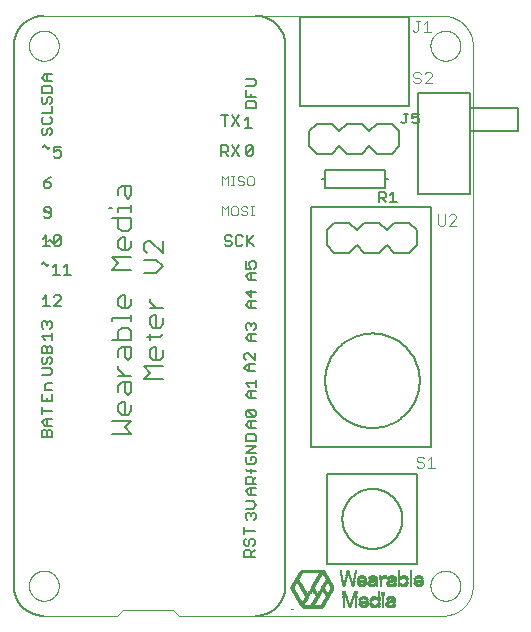
<source format=gto>
G75*
%MOIN*%
%OFA0B0*%
%FSLAX25Y25*%
%IPPOS*%
%LPD*%
%AMOC8*
5,1,8,0,0,1.08239X$1,22.5*
%
%ADD10C,0.00000*%
%ADD11C,0.00500*%
%ADD12C,0.00400*%
%ADD13C,0.00787*%
%ADD14C,0.00600*%
%ADD15C,0.00300*%
%ADD16C,0.00800*%
%ADD17R,0.06053X0.00010*%
%ADD18R,0.06181X0.00010*%
%ADD19R,0.06280X0.00010*%
%ADD20R,0.06358X0.00010*%
%ADD21R,0.06417X0.00010*%
%ADD22R,0.06476X0.00010*%
%ADD23R,0.06526X0.00010*%
%ADD24R,0.06575X0.00010*%
%ADD25R,0.06624X0.00010*%
%ADD26R,0.06663X0.00010*%
%ADD27R,0.06702X0.00010*%
%ADD28R,0.06742X0.00010*%
%ADD29R,0.06772X0.00010*%
%ADD30R,0.06811X0.00010*%
%ADD31R,0.06840X0.00010*%
%ADD32R,0.00413X0.00010*%
%ADD33R,0.00315X0.00010*%
%ADD34R,0.00354X0.00010*%
%ADD35R,0.06870X0.00010*%
%ADD36R,0.00639X0.00010*%
%ADD37R,0.00492X0.00010*%
%ADD38R,0.00551X0.00010*%
%ADD39R,0.06900X0.00010*%
%ADD40R,0.00797X0.00010*%
%ADD41R,0.00620X0.00010*%
%ADD42R,0.00689X0.00010*%
%ADD43R,0.06929X0.00010*%
%ADD44R,0.00915X0.00010*%
%ADD45R,0.00719X0.00010*%
%ADD46R,0.00798X0.00010*%
%ADD47R,0.06959X0.00010*%
%ADD48R,0.01034X0.00010*%
%ADD49R,0.00817X0.00010*%
%ADD50R,0.00895X0.00010*%
%ADD51R,0.06979X0.00010*%
%ADD52R,0.01122X0.00010*%
%ADD53R,0.00886X0.00010*%
%ADD54R,0.00974X0.00010*%
%ADD55R,0.07007X0.00010*%
%ADD56R,0.01211X0.00010*%
%ADD57R,0.00965X0.00010*%
%ADD58R,0.01043X0.00010*%
%ADD59R,0.07028X0.00010*%
%ADD60R,0.01289X0.00010*%
%ADD61R,0.01024X0.00010*%
%ADD62R,0.07057X0.00010*%
%ADD63R,0.01359X0.00010*%
%ADD64R,0.01082X0.00010*%
%ADD65R,0.01181X0.00010*%
%ADD66R,0.07077X0.00010*%
%ADD67R,0.00925X0.00010*%
%ADD68R,0.00738X0.00010*%
%ADD69R,0.00925X0.00010*%
%ADD70R,0.01427X0.00010*%
%ADD71R,0.01142X0.00010*%
%ADD72R,0.00778X0.00010*%
%ADD73R,0.01240X0.00010*%
%ADD74R,0.07097X0.00010*%
%ADD75R,0.01496X0.00010*%
%ADD76R,0.01191X0.00010*%
%ADD77R,0.01290X0.00010*%
%ADD78R,0.07126X0.00010*%
%ADD79R,0.00748X0.00010*%
%ADD80R,0.01546X0.00010*%
%ADD81R,0.01250X0.00010*%
%ADD82R,0.00788X0.00010*%
%ADD83R,0.01339X0.00010*%
%ADD84R,0.07146X0.00010*%
%ADD85R,0.00758X0.00010*%
%ADD86R,0.01604X0.00010*%
%ADD87R,0.01299X0.00010*%
%ADD88R,0.01387X0.00010*%
%ADD89R,0.00787X0.00010*%
%ADD90R,0.07165X0.00010*%
%ADD91R,0.01654X0.00010*%
%ADD92R,0.01437X0.00010*%
%ADD93R,0.07185X0.00010*%
%ADD94R,0.00767X0.00010*%
%ADD95R,0.01703X0.00010*%
%ADD96R,0.01388X0.00010*%
%ADD97R,0.01476X0.00010*%
%ADD98R,0.07204X0.00010*%
%ADD99R,0.01752X0.00010*%
%ADD100R,0.01516X0.00010*%
%ADD101R,0.07224X0.00010*%
%ADD102R,0.01801X0.00010*%
%ADD103R,0.01467X0.00010*%
%ADD104R,0.01565X0.00010*%
%ADD105R,0.07234X0.00010*%
%ADD106R,0.00797X0.00010*%
%ADD107R,0.01841X0.00010*%
%ADD108R,0.01594X0.00010*%
%ADD109R,0.07254X0.00010*%
%ADD110R,0.01880X0.00010*%
%ADD111R,0.01545X0.00010*%
%ADD112R,0.01624X0.00010*%
%ADD113R,0.07274X0.00010*%
%ADD114R,0.00807X0.00010*%
%ADD115R,0.01919X0.00010*%
%ADD116R,0.01575X0.00010*%
%ADD117R,0.01663X0.00010*%
%ADD118R,0.07283X0.00010*%
%ADD119R,0.01959X0.00010*%
%ADD120R,0.01614X0.00010*%
%ADD121R,0.01703X0.00010*%
%ADD122R,0.07303X0.00010*%
%ADD123R,0.01998X0.00010*%
%ADD124R,0.01732X0.00010*%
%ADD125R,0.07323X0.00010*%
%ADD126R,0.00827X0.00010*%
%ADD127R,0.02038X0.00010*%
%ADD128R,0.01683X0.00010*%
%ADD129R,0.01762X0.00010*%
%ADD130R,0.07332X0.00010*%
%ADD131R,0.00837X0.00010*%
%ADD132R,0.02067X0.00010*%
%ADD133R,0.01713X0.00010*%
%ADD134R,0.01791X0.00010*%
%ADD135R,0.07352X0.00010*%
%ADD136R,0.00846X0.00010*%
%ADD137R,0.02106X0.00010*%
%ADD138R,0.01831X0.00010*%
%ADD139R,0.07362X0.00010*%
%ADD140R,0.02136X0.00010*%
%ADD141R,0.01771X0.00010*%
%ADD142R,0.01851X0.00010*%
%ADD143R,0.00817X0.00010*%
%ADD144R,0.07382X0.00010*%
%ADD145R,0.00856X0.00010*%
%ADD146R,0.02165X0.00010*%
%ADD147R,0.01811X0.00010*%
%ADD148R,0.07392X0.00010*%
%ADD149R,0.00866X0.00010*%
%ADD150R,0.02205X0.00010*%
%ADD151R,0.01900X0.00010*%
%ADD152R,0.00826X0.00010*%
%ADD153R,0.07402X0.00010*%
%ADD154R,0.00876X0.00010*%
%ADD155R,0.02224X0.00010*%
%ADD156R,0.01860X0.00010*%
%ADD157R,0.01930X0.00010*%
%ADD158R,0.07421X0.00010*%
%ADD159R,0.02254X0.00010*%
%ADD160R,0.01890X0.00010*%
%ADD161R,0.01959X0.00010*%
%ADD162R,0.07431X0.00010*%
%ADD163R,0.02283X0.00010*%
%ADD164R,0.01909X0.00010*%
%ADD165R,0.01978X0.00010*%
%ADD166R,0.07441X0.00010*%
%ADD167R,0.00896X0.00010*%
%ADD168R,0.02313X0.00010*%
%ADD169R,0.01939X0.00010*%
%ADD170R,0.01998X0.00010*%
%ADD171R,0.07451X0.00010*%
%ADD172R,0.02333X0.00010*%
%ADD173R,0.01958X0.00010*%
%ADD174R,0.02028X0.00010*%
%ADD175R,0.00836X0.00010*%
%ADD176R,0.07461X0.00010*%
%ADD177R,0.00905X0.00010*%
%ADD178R,0.02362X0.00010*%
%ADD179R,0.01989X0.00010*%
%ADD180R,0.02047X0.00010*%
%ADD181R,0.07481X0.00010*%
%ADD182R,0.02392X0.00010*%
%ADD183R,0.02008X0.00010*%
%ADD184R,0.02067X0.00010*%
%ADD185R,0.07490X0.00010*%
%ADD186R,0.00926X0.00010*%
%ADD187R,0.02411X0.00010*%
%ADD188R,0.02028X0.00010*%
%ADD189R,0.02087X0.00010*%
%ADD190R,0.07500X0.00010*%
%ADD191R,0.00935X0.00010*%
%ADD192R,0.02431X0.00010*%
%ADD193R,0.02057X0.00010*%
%ADD194R,0.07510X0.00010*%
%ADD195R,0.02461X0.00010*%
%ADD196R,0.02077X0.00010*%
%ADD197R,0.02135X0.00010*%
%ADD198R,0.07520X0.00010*%
%ADD199R,0.00944X0.00010*%
%ADD200R,0.02490X0.00010*%
%ADD201R,0.02096X0.00010*%
%ADD202R,0.00837X0.00010*%
%ADD203R,0.02156X0.00010*%
%ADD204R,0.07529X0.00010*%
%ADD205R,0.00955X0.00010*%
%ADD206R,0.02510X0.00010*%
%ADD207R,0.02116X0.00010*%
%ADD208R,0.02166X0.00010*%
%ADD209R,0.07549X0.00010*%
%ADD210R,0.02530X0.00010*%
%ADD211R,0.02185X0.00010*%
%ADD212R,0.07559X0.00010*%
%ADD213R,0.00965X0.00010*%
%ADD214R,0.02549X0.00010*%
%ADD215R,0.07569X0.00010*%
%ADD216R,0.00974X0.00010*%
%ADD217R,0.02569X0.00010*%
%ADD218R,0.02175X0.00010*%
%ADD219R,0.00856X0.00010*%
%ADD220R,0.07579X0.00010*%
%ADD221R,0.00984X0.00010*%
%ADD222R,0.02588X0.00010*%
%ADD223R,0.02185X0.00010*%
%ADD224R,0.02244X0.00010*%
%ADD225R,0.07589X0.00010*%
%ADD226R,0.00994X0.00010*%
%ADD227R,0.02618X0.00010*%
%ADD228R,0.02254X0.00010*%
%ADD229R,0.07599X0.00010*%
%ADD230R,0.02628X0.00010*%
%ADD231R,0.02274X0.00010*%
%ADD232R,0.07608X0.00010*%
%ADD233R,0.01004X0.00010*%
%ADD234R,0.02647X0.00010*%
%ADD235R,0.02244X0.00010*%
%ADD236R,0.03149X0.00010*%
%ADD237R,0.07628X0.00010*%
%ADD238R,0.01014X0.00010*%
%ADD239R,0.02667X0.00010*%
%ADD240R,0.02254X0.00010*%
%ADD241R,0.07638X0.00010*%
%ADD242R,0.02687X0.00010*%
%ADD243R,0.03120X0.00010*%
%ADD244R,0.03159X0.00010*%
%ADD245R,0.07648X0.00010*%
%ADD246R,0.02707X0.00010*%
%ADD247R,0.03169X0.00010*%
%ADD248R,0.07657X0.00010*%
%ADD249R,0.01033X0.00010*%
%ADD250R,0.02727X0.00010*%
%ADD251R,0.03130X0.00010*%
%ADD252R,0.07667X0.00010*%
%ADD253R,0.03140X0.00010*%
%ADD254R,0.03179X0.00010*%
%ADD255R,0.07687X0.00010*%
%ADD256R,0.02746X0.00010*%
%ADD257R,0.03150X0.00010*%
%ADD258R,0.01053X0.00010*%
%ADD259R,0.02766X0.00010*%
%ADD260R,0.03160X0.00010*%
%ADD261R,0.03189X0.00010*%
%ADD262R,0.07706X0.00010*%
%ADD263R,0.01063X0.00010*%
%ADD264R,0.02785X0.00010*%
%ADD265R,0.07717X0.00010*%
%ADD266R,0.01073X0.00010*%
%ADD267R,0.02795X0.00010*%
%ADD268R,0.03199X0.00010*%
%ADD269R,0.07726X0.00010*%
%ADD270R,0.02815X0.00010*%
%ADD271R,0.03179X0.00010*%
%ADD272R,0.03208X0.00010*%
%ADD273R,0.07736X0.00010*%
%ADD274R,0.02834X0.00010*%
%ADD275R,0.03189X0.00010*%
%ADD276R,0.07746X0.00010*%
%ADD277R,0.01093X0.00010*%
%ADD278R,0.02844X0.00010*%
%ADD279R,0.07766X0.00010*%
%ADD280R,0.02854X0.00010*%
%ADD281R,0.03218X0.00010*%
%ADD282R,0.01103X0.00010*%
%ADD283R,0.02874X0.00010*%
%ADD284R,0.03209X0.00010*%
%ADD285R,0.07785X0.00010*%
%ADD286R,0.01112X0.00010*%
%ADD287R,0.02884X0.00010*%
%ADD288R,0.03219X0.00010*%
%ADD289R,0.03228X0.00010*%
%ADD290R,0.07795X0.00010*%
%ADD291R,0.02904X0.00010*%
%ADD292R,0.07806X0.00010*%
%ADD293R,0.01132X0.00010*%
%ADD294R,0.02913X0.00010*%
%ADD295R,0.03229X0.00010*%
%ADD296R,0.03238X0.00010*%
%ADD297R,0.07815X0.00010*%
%ADD298R,0.02924X0.00010*%
%ADD299R,0.07824X0.00010*%
%ADD300R,0.02943X0.00010*%
%ADD301R,0.07844X0.00010*%
%ADD302R,0.01152X0.00010*%
%ADD303R,0.02953X0.00010*%
%ADD304R,0.03248X0.00010*%
%ADD305R,0.03248X0.00010*%
%ADD306R,0.02963X0.00010*%
%ADD307R,0.03258X0.00010*%
%ADD308R,0.07864X0.00010*%
%ADD309R,0.01161X0.00010*%
%ADD310R,0.02972X0.00010*%
%ADD311R,0.03257X0.00010*%
%ADD312R,0.07874X0.00010*%
%ADD313R,0.01171X0.00010*%
%ADD314R,0.02992X0.00010*%
%ADD315R,0.03268X0.00010*%
%ADD316R,0.07884X0.00010*%
%ADD317R,0.07904X0.00010*%
%ADD318R,0.03012X0.00010*%
%ADD319R,0.03278X0.00010*%
%ADD320R,0.01191X0.00010*%
%ADD321R,0.03022X0.00010*%
%ADD322R,0.07924X0.00010*%
%ADD323R,0.01201X0.00010*%
%ADD324R,0.03031X0.00010*%
%ADD325R,0.03287X0.00010*%
%ADD326R,0.03041X0.00010*%
%ADD327R,0.03307X0.00010*%
%ADD328R,0.07943X0.00010*%
%ADD329R,0.03052X0.00010*%
%ADD330R,0.03277X0.00010*%
%ADD331R,0.07953X0.00010*%
%ADD332R,0.01220X0.00010*%
%ADD333R,0.03061X0.00010*%
%ADD334R,0.03317X0.00010*%
%ADD335R,0.07963X0.00010*%
%ADD336R,0.01230X0.00010*%
%ADD337R,0.03081X0.00010*%
%ADD338R,0.07982X0.00010*%
%ADD339R,0.03327X0.00010*%
%ADD340R,0.03287X0.00010*%
%ADD341R,0.01241X0.00010*%
%ADD342R,0.03091X0.00010*%
%ADD343R,0.08002X0.00010*%
%ADD344R,0.03100X0.00010*%
%ADD345R,0.03337X0.00010*%
%ADD346R,0.01259X0.00010*%
%ADD347R,0.03110X0.00010*%
%ADD348R,0.01250X0.00010*%
%ADD349R,0.01191X0.00010*%
%ADD350R,0.01270X0.00010*%
%ADD351R,0.01417X0.00010*%
%ADD352R,0.01407X0.00010*%
%ADD353R,0.03346X0.00010*%
%ADD354R,0.01210X0.00010*%
%ADD355R,0.01447X0.00010*%
%ADD356R,0.01358X0.00010*%
%ADD357R,0.01358X0.00010*%
%ADD358R,0.01585X0.00010*%
%ADD359R,0.01428X0.00010*%
%ADD360R,0.01319X0.00010*%
%ADD361R,0.01131X0.00010*%
%ADD362R,0.01280X0.00010*%
%ADD363R,0.01309X0.00010*%
%ADD364R,0.03356X0.00010*%
%ADD365R,0.01289X0.00010*%
%ADD366R,0.01280X0.00010*%
%ADD367R,0.01260X0.00010*%
%ADD368R,0.03366X0.00010*%
%ADD369R,0.01122X0.00010*%
%ADD370R,0.01486X0.00010*%
%ADD371R,0.01408X0.00010*%
%ADD372R,0.01231X0.00010*%
%ADD373R,0.01113X0.00010*%
%ADD374R,0.01221X0.00010*%
%ADD375R,0.01200X0.00010*%
%ADD376R,0.01102X0.00010*%
%ADD377R,0.01466X0.00010*%
%ADD378R,0.01398X0.00010*%
%ADD379R,0.01181X0.00010*%
%ADD380R,0.01663X0.00010*%
%ADD381R,0.01447X0.00010*%
%ADD382R,0.01083X0.00010*%
%ADD383R,0.01417X0.00010*%
%ADD384R,0.01398X0.00010*%
%ADD385R,0.01073X0.00010*%
%ADD386R,0.01397X0.00010*%
%ADD387R,0.01329X0.00010*%
%ADD388R,0.01152X0.00010*%
%ADD389R,0.01368X0.00010*%
%ADD390R,0.01506X0.00010*%
%ADD391R,0.01063X0.00010*%
%ADD392R,0.01378X0.00010*%
%ADD393R,0.01161X0.00010*%
%ADD394R,0.01132X0.00010*%
%ADD395R,0.01112X0.00010*%
%ADD396R,0.01348X0.00010*%
%ADD397R,0.01102X0.00010*%
%ADD398R,0.01044X0.00010*%
%ADD399R,0.01348X0.00010*%
%ADD400R,0.01092X0.00010*%
%ADD401R,0.01328X0.00010*%
%ADD402R,0.01024X0.00010*%
%ADD403R,0.01309X0.00010*%
%ADD404R,0.01033X0.00010*%
%ADD405R,0.01279X0.00010*%
%ADD406R,0.01378X0.00010*%
%ADD407R,0.01053X0.00010*%
%ADD408R,0.01093X0.00010*%
%ADD409R,0.01211X0.00010*%
%ADD410R,0.01004X0.00010*%
%ADD411R,0.01240X0.00010*%
%ADD412R,0.01457X0.00010*%
%ADD413R,0.00994X0.00010*%
%ADD414R,0.01418X0.00010*%
%ADD415R,0.01043X0.00010*%
%ADD416R,0.01250X0.00010*%
%ADD417R,0.01014X0.00010*%
%ADD418R,0.01486X0.00010*%
%ADD419R,0.01220X0.00010*%
%ADD420R,0.01496X0.00010*%
%ADD421R,0.01437X0.00010*%
%ADD422R,0.01023X0.00010*%
%ADD423R,0.01171X0.00010*%
%ADD424R,0.00994X0.00010*%
%ADD425R,0.01515X0.00010*%
%ADD426R,0.01457X0.00010*%
%ADD427R,0.01004X0.00010*%
%ADD428R,0.01181X0.00010*%
%ADD429R,0.01151X0.00010*%
%ADD430R,0.01536X0.00010*%
%ADD431R,0.01141X0.00010*%
%ADD432R,0.01555X0.00010*%
%ADD433R,0.01565X0.00010*%
%ADD434R,0.00945X0.00010*%
%ADD435R,0.01594X0.00010*%
%ADD436R,0.01496X0.00010*%
%ADD437R,0.01615X0.00010*%
%ADD438R,0.00698X0.00010*%
%ADD439R,0.01516X0.00010*%
%ADD440R,0.00975X0.00010*%
%ADD441R,0.00611X0.00010*%
%ADD442R,0.01083X0.00010*%
%ADD443R,0.01072X0.00010*%
%ADD444R,0.01634X0.00010*%
%ADD445R,0.01526X0.00010*%
%ADD446R,0.00522X0.00010*%
%ADD447R,0.01063X0.00010*%
%ADD448R,0.01644X0.00010*%
%ADD449R,0.01535X0.00010*%
%ADD450R,0.00443X0.00010*%
%ADD451R,0.01654X0.00010*%
%ADD452R,0.01673X0.00010*%
%ADD453R,0.00276X0.00010*%
%ADD454R,0.01556X0.00010*%
%ADD455R,0.00197X0.00010*%
%ADD456R,0.01693X0.00010*%
%ADD457R,0.00108X0.00010*%
%ADD458R,0.00020X0.00010*%
%ADD459R,0.01713X0.00010*%
%ADD460R,0.01574X0.00010*%
%ADD461R,0.01013X0.00010*%
%ADD462R,0.01733X0.00010*%
%ADD463R,0.01595X0.00010*%
%ADD464R,0.01752X0.00010*%
%ADD465R,0.01761X0.00010*%
%ADD466R,0.01772X0.00010*%
%ADD467R,0.01782X0.00010*%
%ADD468R,0.01624X0.00010*%
%ADD469R,0.00954X0.00010*%
%ADD470R,0.00964X0.00010*%
%ADD471R,0.00955X0.00010*%
%ADD472R,0.01830X0.00010*%
%ADD473R,0.01840X0.00010*%
%ADD474R,0.01850X0.00010*%
%ADD475R,0.01870X0.00010*%
%ADD476R,0.01890X0.00010*%
%ADD477R,0.00935X0.00010*%
%ADD478R,0.00935X0.00010*%
%ADD479R,0.01919X0.00010*%
%ADD480R,0.01929X0.00010*%
%ADD481R,0.01712X0.00010*%
%ADD482R,0.01949X0.00010*%
%ADD483R,0.01722X0.00010*%
%ADD484R,0.01969X0.00010*%
%ADD485R,0.01742X0.00010*%
%ADD486R,0.01762X0.00010*%
%ADD487R,0.02007X0.00010*%
%ADD488R,0.00945X0.00010*%
%ADD489R,0.01172X0.00010*%
%ADD490R,0.01772X0.00010*%
%ADD491R,0.01781X0.00010*%
%ADD492R,0.00886X0.00010*%
%ADD493R,0.03425X0.00010*%
%ADD494R,0.02067X0.00010*%
%ADD495R,0.02086X0.00010*%
%ADD496R,0.00885X0.00010*%
%ADD497R,0.00896X0.00010*%
%ADD498R,0.01378X0.00010*%
%ADD499R,0.02107X0.00010*%
%ADD500R,0.02126X0.00010*%
%ADD501R,0.03435X0.00010*%
%ADD502R,0.02136X0.00010*%
%ADD503R,0.01664X0.00010*%
%ADD504R,0.02146X0.00010*%
%ADD505R,0.02165X0.00010*%
%ADD506R,0.01939X0.00010*%
%ADD507R,0.02225X0.00010*%
%ADD508R,0.02057X0.00010*%
%ADD509R,0.02215X0.00010*%
%ADD510R,0.02264X0.00010*%
%ADD511R,0.02304X0.00010*%
%ADD512R,0.03445X0.00010*%
%ADD513R,0.02322X0.00010*%
%ADD514R,0.03139X0.00010*%
%ADD515R,0.02342X0.00010*%
%ADD516R,0.03120X0.00010*%
%ADD517R,0.03110X0.00010*%
%ADD518R,0.03080X0.00010*%
%ADD519R,0.03070X0.00010*%
%ADD520R,0.03051X0.00010*%
%ADD521R,0.03041X0.00010*%
%ADD522R,0.03011X0.00010*%
%ADD523R,0.03002X0.00010*%
%ADD524R,0.02992X0.00010*%
%ADD525R,0.02972X0.00010*%
%ADD526R,0.02962X0.00010*%
%ADD527R,0.02933X0.00010*%
%ADD528R,0.02923X0.00010*%
%ADD529R,0.02903X0.00010*%
%ADD530R,0.02893X0.00010*%
%ADD531R,0.02874X0.00010*%
%ADD532R,0.02824X0.00010*%
%ADD533R,0.02805X0.00010*%
%ADD534R,0.02765X0.00010*%
%ADD535R,0.02736X0.00010*%
%ADD536R,0.02716X0.00010*%
%ADD537R,0.02696X0.00010*%
%ADD538R,0.02638X0.00010*%
%ADD539R,0.02618X0.00010*%
%ADD540R,0.03426X0.00010*%
%ADD541R,0.02549X0.00010*%
%ADD542R,0.02519X0.00010*%
%ADD543R,0.02490X0.00010*%
%ADD544R,0.03415X0.00010*%
%ADD545R,0.02450X0.00010*%
%ADD546R,0.02372X0.00010*%
%ADD547R,0.02323X0.00010*%
%ADD548R,0.02273X0.00010*%
%ADD549R,0.02224X0.00010*%
%ADD550R,0.03406X0.00010*%
%ADD551R,0.02047X0.00010*%
%ADD552R,0.01978X0.00010*%
%ADD553R,0.00906X0.00010*%
%ADD554R,0.01702X0.00010*%
%ADD555R,0.01633X0.00010*%
%ADD556R,0.01565X0.00010*%
%ADD557R,0.01427X0.00010*%
%ADD558R,0.00030X0.00010*%
%ADD559R,0.00099X0.00010*%
%ADD560R,0.00177X0.00010*%
%ADD561R,0.00256X0.00010*%
%ADD562R,0.00344X0.00010*%
%ADD563R,0.00570X0.00010*%
%ADD564R,0.00649X0.00010*%
%ADD565R,0.00728X0.00010*%
%ADD566R,0.00807X0.00010*%
%ADD567R,0.00906X0.00010*%
%ADD568R,0.01162X0.00010*%
%ADD569R,0.01201X0.00010*%
%ADD570R,0.01270X0.00010*%
%ADD571R,0.01339X0.00010*%
%ADD572R,0.01575X0.00010*%
%ADD573R,0.01329X0.00010*%
%ADD574R,0.01437X0.00010*%
%ADD575R,0.03031X0.00010*%
%ADD576R,0.02982X0.00010*%
%ADD577R,0.03012X0.00010*%
%ADD578R,0.02983X0.00010*%
%ADD579R,0.02914X0.00010*%
%ADD580R,0.03297X0.00010*%
%ADD581R,0.02864X0.00010*%
%ADD582R,0.02844X0.00010*%
%ADD583R,0.02923X0.00010*%
%ADD584R,0.00876X0.00010*%
%ADD585R,0.02825X0.00010*%
%ADD586R,0.03258X0.00010*%
%ADD587R,0.02904X0.00010*%
%ADD588R,0.00876X0.00010*%
%ADD589R,0.03248X0.00010*%
%ADD590R,0.02884X0.00010*%
%ADD591R,0.02786X0.00010*%
%ADD592R,0.03239X0.00010*%
%ADD593R,0.02776X0.00010*%
%ADD594R,0.02864X0.00010*%
%ADD595R,0.02746X0.00010*%
%ADD596R,0.03219X0.00010*%
%ADD597R,0.02726X0.00010*%
%ADD598R,0.02835X0.00010*%
%ADD599R,0.02717X0.00010*%
%ADD600R,0.03209X0.00010*%
%ADD601R,0.02697X0.00010*%
%ADD602R,0.02687X0.00010*%
%ADD603R,0.02795X0.00010*%
%ADD604R,0.02667X0.00010*%
%ADD605R,0.02657X0.00010*%
%ADD606R,0.03170X0.00010*%
%ADD607R,0.02756X0.00010*%
%ADD608R,0.02598X0.00010*%
%ADD609R,0.03150X0.00010*%
%ADD610R,0.02726X0.00010*%
%ADD611R,0.02579X0.00010*%
%ADD612R,0.03140X0.00010*%
%ADD613R,0.03130X0.00010*%
%ADD614R,0.02678X0.00010*%
%ADD615R,0.02539X0.00010*%
%ADD616R,0.03120X0.00010*%
%ADD617R,0.02657X0.00010*%
%ADD618R,0.02520X0.00010*%
%ADD619R,0.02500X0.00010*%
%ADD620R,0.02480X0.00010*%
%ADD621R,0.02619X0.00010*%
%ADD622R,0.02441X0.00010*%
%ADD623R,0.03071X0.00010*%
%ADD624R,0.02412X0.00010*%
%ADD625R,0.03061X0.00010*%
%ADD626R,0.02559X0.00010*%
%ADD627R,0.03051X0.00010*%
%ADD628R,0.02540X0.00010*%
%ADD629R,0.02372X0.00010*%
%ADD630R,0.02343X0.00010*%
%ADD631R,0.02510X0.00010*%
%ADD632R,0.02303X0.00010*%
%ADD633R,0.02470X0.00010*%
%ADD634R,0.02274X0.00010*%
%ADD635R,0.02037X0.00010*%
%ADD636R,0.02441X0.00010*%
%ADD637R,0.02018X0.00010*%
%ADD638R,0.02411X0.00010*%
%ADD639R,0.02234X0.00010*%
%ADD640R,0.02176X0.00010*%
%ADD641R,0.01948X0.00010*%
%ADD642R,0.02352X0.00010*%
%ADD643R,0.02155X0.00010*%
%ADD644R,0.00867X0.00010*%
%ADD645R,0.02116X0.00010*%
%ADD646R,0.02293X0.00010*%
%ADD647R,0.02097X0.00010*%
%ADD648R,0.01870X0.00010*%
%ADD649R,0.01841X0.00010*%
%ADD650R,0.02244X0.00010*%
%ADD651R,0.01801X0.00010*%
%ADD652R,0.02008X0.00010*%
%ADD653R,0.02185X0.00010*%
%ADD654R,0.02146X0.00010*%
%ADD655R,0.02126X0.00010*%
%ADD656R,0.01909X0.00010*%
%ADD657R,0.01693X0.00010*%
%ADD658R,0.01674X0.00010*%
%ADD659R,0.01988X0.00010*%
%ADD660R,0.01949X0.00010*%
%ADD661R,0.01683X0.00010*%
%ADD662R,0.01860X0.00010*%
%ADD663R,0.01446X0.00010*%
%ADD664R,0.01821X0.00010*%
%ADD665R,0.01723X0.00010*%
%ADD666R,0.01269X0.00010*%
%ADD667R,0.01122X0.00010*%
%ADD668R,0.01743X0.00010*%
%ADD669R,0.01506X0.00010*%
%ADD670R,0.01732X0.00010*%
%ADD671R,0.01368X0.00010*%
%ADD672R,0.00846X0.00010*%
%ADD673R,0.00768X0.00010*%
%ADD674R,0.00659X0.00010*%
%ADD675R,0.00640X0.00010*%
%ADD676R,0.00739X0.00010*%
%ADD677R,0.00463X0.00010*%
%ADD678R,0.00393X0.00010*%
%ADD679R,0.00542X0.00010*%
%ADD680R,0.00089X0.00010*%
%ADD681R,0.00128X0.00010*%
%ADD682R,0.01683X0.00010*%
%ADD683R,0.01260X0.00010*%
%ADD684R,0.01673X0.00010*%
%ADD685R,0.01300X0.00010*%
%ADD686R,0.01299X0.00010*%
%ADD687R,0.01319X0.00010*%
%ADD688R,0.01319X0.00010*%
%ADD689R,0.01338X0.00010*%
%ADD690R,0.01643X0.00010*%
%ADD691R,0.01407X0.00010*%
%ADD692R,0.01456X0.00010*%
%ADD693R,0.01605X0.00010*%
%ADD694R,0.01506X0.00010*%
%ADD695R,0.01535X0.00010*%
%ADD696R,0.01585X0.00010*%
%ADD697R,0.01634X0.00010*%
%ADD698R,0.01614X0.00010*%
%ADD699R,0.01555X0.00010*%
%ADD700R,0.01653X0.00010*%
%ADD701R,0.01693X0.00010*%
%ADD702R,0.01525X0.00010*%
%ADD703R,0.01752X0.00010*%
%ADD704R,0.01792X0.00010*%
%ADD705R,0.01781X0.00010*%
%ADD706R,0.01811X0.00010*%
%ADD707R,0.01791X0.00010*%
%ADD708R,0.01820X0.00010*%
%ADD709R,0.01850X0.00010*%
%ADD710R,0.01821X0.00010*%
%ADD711R,0.01870X0.00010*%
%ADD712R,0.01889X0.00010*%
%ADD713R,0.01899X0.00010*%
%ADD714R,0.01910X0.00010*%
%ADD715R,0.01929X0.00010*%
%ADD716R,0.01939X0.00010*%
%ADD717R,0.02018X0.00010*%
%ADD718R,0.02087X0.00010*%
%ADD719R,0.02096X0.00010*%
%ADD720R,0.02117X0.00010*%
%ADD721R,0.02126X0.00010*%
%ADD722R,0.02106X0.00010*%
%ADD723R,0.02145X0.00010*%
%ADD724R,0.02156X0.00010*%
%ADD725R,0.02195X0.00010*%
%ADD726R,0.02205X0.00010*%
%ADD727R,0.02284X0.00010*%
%ADD728R,0.02303X0.00010*%
%ADD729R,0.02263X0.00010*%
%ADD730R,0.02313X0.00010*%
%ADD731R,0.02333X0.00010*%
%ADD732R,0.02313X0.00010*%
%ADD733R,0.02323X0.00010*%
%ADD734R,0.02363X0.00010*%
%ADD735R,0.02343X0.00010*%
%ADD736R,0.01142X0.00010*%
%ADD737R,0.02362X0.00010*%
%ADD738R,0.02293X0.00010*%
%ADD739R,0.02283X0.00010*%
%ADD740R,0.02027X0.00010*%
%ADD741R,0.01988X0.00010*%
%ADD742R,0.01968X0.00010*%
%ADD743R,0.01920X0.00010*%
%ADD744R,0.01831X0.00010*%
%ADD745R,0.01811X0.00010*%
%ADD746R,0.01054X0.00010*%
%ADD747R,0.01476X0.00010*%
%ADD748R,0.00157X0.00010*%
%ADD749R,0.00138X0.00010*%
%ADD750R,0.00119X0.00010*%
%ADD751R,0.00167X0.00010*%
%ADD752R,0.00532X0.00010*%
%ADD753R,0.00453X0.00010*%
%ADD754R,0.00453X0.00010*%
%ADD755R,0.00404X0.00010*%
%ADD756R,0.00522X0.00010*%
%ADD757R,0.00620X0.00010*%
%ADD758R,0.00551X0.00010*%
%ADD759R,0.00709X0.00010*%
%ADD760R,0.00857X0.00010*%
%ADD761R,0.00659X0.00010*%
%ADD762R,0.00847X0.00010*%
%ADD763R,0.00916X0.00010*%
%ADD764R,0.00866X0.00010*%
%ADD765R,0.01487X0.00010*%
%ADD766R,0.01644X0.00010*%
%ADD767R,0.00817X0.00010*%
%ADD768R,0.01604X0.00010*%
%ADD769R,0.00915X0.00010*%
%ADD770R,0.02264X0.00010*%
%ADD771R,0.00827X0.00010*%
%ADD772R,0.02382X0.00010*%
%ADD773R,0.02057X0.00010*%
%ADD774R,0.02401X0.00010*%
%ADD775R,0.02077X0.00010*%
%ADD776R,0.02017X0.00010*%
%ADD777R,0.02402X0.00010*%
%ADD778R,0.02422X0.00010*%
%ADD779R,0.02451X0.00010*%
%ADD780R,0.02471X0.00010*%
%ADD781R,0.02509X0.00010*%
%ADD782R,0.02598X0.00010*%
%ADD783R,0.02638X0.00010*%
%ADD784R,0.03111X0.00010*%
%ADD785R,0.02677X0.00010*%
%ADD786R,0.02717X0.00010*%
%ADD787R,0.03180X0.00010*%
%ADD788R,0.02746X0.00010*%
%ADD789R,0.02756X0.00010*%
%ADD790R,0.02766X0.00010*%
%ADD791R,0.02775X0.00010*%
%ADD792R,0.02785X0.00010*%
%ADD793R,0.02806X0.00010*%
%ADD794R,0.02805X0.00010*%
%ADD795R,0.02825X0.00010*%
%ADD796R,0.03189X0.00010*%
%ADD797R,0.02835X0.00010*%
%ADD798R,0.02874X0.00010*%
%ADD799R,0.02933X0.00010*%
%ADD800R,0.02933X0.00010*%
%ADD801R,0.02943X0.00010*%
%ADD802R,0.02963X0.00010*%
%ADD803R,0.02982X0.00010*%
%ADD804R,0.02993X0.00010*%
%ADD805R,0.03002X0.00010*%
%ADD806R,0.03278X0.00010*%
%ADD807R,0.03288X0.00010*%
%ADD808R,0.03298X0.00010*%
%ADD809R,0.03307X0.00010*%
%ADD810R,0.03071X0.00010*%
%ADD811R,0.03317X0.00010*%
%ADD812R,0.03081X0.00010*%
%ADD813R,0.03100X0.00010*%
%ADD814R,0.01388X0.00010*%
%ADD815R,0.01369X0.00010*%
%ADD816R,0.01309X0.00010*%
%ADD817R,0.03347X0.00010*%
%ADD818R,0.01526X0.00010*%
%ADD819R,0.03357X0.00010*%
%ADD820R,0.03367X0.00010*%
%ADD821R,0.01349X0.00010*%
%ADD822R,0.00748X0.00010*%
%ADD823R,0.00650X0.00010*%
%ADD824R,0.00571X0.00010*%
%ADD825R,0.00571X0.00010*%
%ADD826R,0.00404X0.00010*%
%ADD827R,0.00325X0.00010*%
%ADD828R,0.00315X0.00010*%
%ADD829R,0.00236X0.00010*%
%ADD830R,0.00237X0.00010*%
%ADD831R,0.00148X0.00010*%
%ADD832R,0.00158X0.00010*%
%ADD833R,0.00069X0.00010*%
%ADD834R,0.01467X0.00010*%
%ADD835R,0.02382X0.00010*%
%ADD836R,0.02352X0.00010*%
%ADD837R,0.03425X0.00010*%
%ADD838R,0.03435X0.00010*%
%ADD839R,0.01624X0.00010*%
%ADD840R,0.02204X0.00010*%
%ADD841R,0.01742X0.00010*%
%ADD842R,0.03435X0.00010*%
%ADD843R,0.02235X0.00010*%
%ADD844R,0.02048X0.00010*%
%ADD845R,0.03101X0.00010*%
%ADD846R,0.03032X0.00010*%
%ADD847R,0.03002X0.00010*%
%ADD848R,0.02943X0.00010*%
%ADD849R,0.02855X0.00010*%
%ADD850R,0.02815X0.00010*%
%ADD851R,0.02687X0.00010*%
%ADD852R,0.02658X0.00010*%
%ADD853R,0.02628X0.00010*%
%ADD854R,0.02609X0.00010*%
%ADD855R,0.02579X0.00010*%
%ADD856R,0.03415X0.00010*%
%ADD857R,0.03405X0.00010*%
%ADD858R,0.03396X0.00010*%
%ADD859R,0.00059X0.00010*%
%ADD860R,0.00217X0.00010*%
%ADD861R,0.00216X0.00010*%
%ADD862R,0.00295X0.00010*%
%ADD863R,0.00295X0.00010*%
%ADD864R,0.00364X0.00010*%
%ADD865R,0.00364X0.00010*%
%ADD866R,0.00452X0.00010*%
%ADD867R,0.00531X0.00010*%
%ADD868R,0.00531X0.00010*%
%ADD869R,0.00600X0.00010*%
%ADD870R,0.00610X0.00010*%
%ADD871R,0.00679X0.00010*%
%ADD872R,0.00679X0.00010*%
%ADD873R,0.00768X0.00010*%
%ADD874R,0.00009X0.00010*%
%ADD875R,0.00029X0.00010*%
%ADD876R,0.00049X0.00010*%
%ADD877R,0.00098X0.00010*%
%ADD878R,0.01545X0.00010*%
%ADD879R,0.00128X0.00010*%
%ADD880R,0.00157X0.00010*%
%ADD881R,0.00196X0.00010*%
%ADD882R,0.00246X0.00010*%
%ADD883R,0.00305X0.00010*%
%ADD884R,0.00403X0.00010*%
%ADD885R,0.02973X0.00010*%
%ADD886R,0.02865X0.00010*%
%ADD887R,0.02894X0.00010*%
%ADD888R,0.02796X0.00010*%
%ADD889R,0.02756X0.00010*%
%ADD890R,0.02854X0.00010*%
%ADD891R,0.02737X0.00010*%
%ADD892R,0.02697X0.00010*%
%ADD893R,0.02677X0.00010*%
%ADD894R,0.02648X0.00010*%
%ADD895R,0.02599X0.00010*%
%ADD896R,0.02578X0.00010*%
%ADD897R,0.02559X0.00010*%
%ADD898R,0.02539X0.00010*%
%ADD899R,0.02520X0.00010*%
%ADD900R,0.02648X0.00010*%
%ADD901R,0.02491X0.00010*%
%ADD902R,0.02628X0.00010*%
%ADD903R,0.02480X0.00010*%
%ADD904R,0.02589X0.00010*%
%ADD905R,0.02441X0.00010*%
%ADD906R,0.02431X0.00010*%
%ADD907R,0.02569X0.00010*%
%ADD908R,0.02421X0.00010*%
%ADD909R,0.02550X0.00010*%
%ADD910R,0.02529X0.00010*%
%ADD911R,0.03042X0.00010*%
%ADD912R,0.02332X0.00010*%
%ADD913R,0.02431X0.00010*%
%ADD914R,0.02402X0.00010*%
%ADD915R,0.01979X0.00010*%
%ADD916R,0.01880X0.00010*%
%ADD917R,0.01880X0.00010*%
%ADD918R,0.00787X0.00010*%
%ADD919R,0.00984X0.00010*%
%ADD920R,0.00600X0.00010*%
%ADD921R,0.00620X0.00010*%
%ADD922R,0.00719X0.00010*%
%ADD923R,0.00669X0.00010*%
%ADD924R,0.00472X0.00010*%
%ADD925R,0.00581X0.00010*%
%ADD926R,0.00413X0.00010*%
%ADD927R,0.00414X0.00010*%
%ADD928R,0.00365X0.00010*%
%ADD929R,0.01584X0.00010*%
%ADD930R,0.08868X0.00010*%
%ADD931R,0.08858X0.00010*%
%ADD932R,0.08848X0.00010*%
%ADD933R,0.08838X0.00010*%
%ADD934R,0.08819X0.00010*%
%ADD935R,0.08809X0.00010*%
%ADD936R,0.08799X0.00010*%
%ADD937R,0.08789X0.00010*%
%ADD938R,0.08780X0.00010*%
%ADD939R,0.08770X0.00010*%
%ADD940R,0.08760X0.00010*%
%ADD941R,0.08740X0.00010*%
%ADD942R,0.08730X0.00010*%
%ADD943R,0.08720X0.00010*%
%ADD944R,0.08710X0.00010*%
%ADD945R,0.08700X0.00010*%
%ADD946R,0.08691X0.00010*%
%ADD947R,0.08681X0.00010*%
%ADD948R,0.08661X0.00010*%
%ADD949R,0.08652X0.00010*%
%ADD950R,0.08642X0.00010*%
%ADD951R,0.08632X0.00010*%
%ADD952R,0.08622X0.00010*%
%ADD953R,0.08603X0.00010*%
%ADD954R,0.08583X0.00010*%
%ADD955R,0.08573X0.00010*%
%ADD956R,0.08563X0.00010*%
%ADD957R,0.08553X0.00010*%
%ADD958R,0.08543X0.00010*%
%ADD959R,0.08524X0.00010*%
%ADD960R,0.08504X0.00010*%
%ADD961R,0.08494X0.00010*%
%ADD962R,0.08485X0.00010*%
%ADD963R,0.08475X0.00010*%
%ADD964R,0.08465X0.00010*%
%ADD965R,0.08445X0.00010*%
%ADD966R,0.08425X0.00010*%
%ADD967R,0.08415X0.00010*%
%ADD968R,0.08406X0.00010*%
%ADD969R,0.08386X0.00010*%
%ADD970R,0.08366X0.00010*%
%ADD971R,0.08346X0.00010*%
%ADD972R,0.08336X0.00010*%
%ADD973R,0.08327X0.00010*%
%ADD974R,0.08307X0.00010*%
%ADD975R,0.08288X0.00010*%
%ADD976R,0.08278X0.00010*%
%ADD977R,0.08268X0.00010*%
%ADD978R,0.08248X0.00010*%
%ADD979R,0.08238X0.00010*%
%ADD980R,0.08228X0.00010*%
%ADD981R,0.08208X0.00010*%
%ADD982R,0.08189X0.00010*%
%ADD983R,0.08169X0.00010*%
%ADD984R,0.08150X0.00010*%
%ADD985R,0.08130X0.00010*%
%ADD986R,0.08110X0.00010*%
%ADD987R,0.08100X0.00010*%
%ADD988R,0.08081X0.00010*%
%ADD989R,0.08071X0.00010*%
%ADD990R,0.08051X0.00010*%
%ADD991R,0.08031X0.00010*%
%ADD992R,0.08011X0.00010*%
%ADD993R,0.07993X0.00010*%
%ADD994R,0.07972X0.00010*%
%ADD995R,0.07943X0.00010*%
%ADD996R,0.07914X0.00010*%
%ADD997R,0.07894X0.00010*%
%ADD998R,0.07854X0.00010*%
%ADD999R,0.07796X0.00010*%
%ADD1000R,0.07677X0.00010*%
%ADD1001R,0.07579X0.00010*%
%ADD1002R,0.07539X0.00010*%
%ADD1003R,0.07500X0.00010*%
%ADD1004R,0.07441X0.00010*%
%ADD1005R,0.07402X0.00010*%
%ADD1006R,0.07343X0.00010*%
%ADD1007R,0.07304X0.00010*%
%ADD1008R,0.07234X0.00010*%
%ADD1009R,0.07165X0.00010*%
%ADD1010R,0.06969X0.00010*%
D10*
X0011500Y0070232D02*
X0036000Y0070232D01*
X0038000Y0072232D01*
X0054500Y0072232D01*
X0056500Y0070232D01*
X0144492Y0070232D01*
X0144734Y0070235D01*
X0144975Y0070244D01*
X0145216Y0070258D01*
X0145457Y0070279D01*
X0145697Y0070305D01*
X0145937Y0070337D01*
X0146176Y0070375D01*
X0146413Y0070418D01*
X0146650Y0070468D01*
X0146885Y0070523D01*
X0147119Y0070583D01*
X0147351Y0070650D01*
X0147582Y0070721D01*
X0147811Y0070799D01*
X0148038Y0070882D01*
X0148263Y0070970D01*
X0148486Y0071064D01*
X0148706Y0071163D01*
X0148924Y0071268D01*
X0149139Y0071377D01*
X0149352Y0071492D01*
X0149562Y0071612D01*
X0149768Y0071737D01*
X0149972Y0071867D01*
X0150173Y0072002D01*
X0150370Y0072142D01*
X0150564Y0072286D01*
X0150754Y0072435D01*
X0150940Y0072589D01*
X0151123Y0072747D01*
X0151302Y0072909D01*
X0151477Y0073076D01*
X0151648Y0073247D01*
X0151815Y0073422D01*
X0151977Y0073601D01*
X0152135Y0073784D01*
X0152289Y0073970D01*
X0152438Y0074160D01*
X0152582Y0074354D01*
X0152722Y0074551D01*
X0152857Y0074752D01*
X0152987Y0074956D01*
X0153112Y0075162D01*
X0153232Y0075372D01*
X0153347Y0075585D01*
X0153456Y0075800D01*
X0153561Y0076018D01*
X0153660Y0076238D01*
X0153754Y0076461D01*
X0153842Y0076686D01*
X0153925Y0076913D01*
X0154003Y0077142D01*
X0154074Y0077373D01*
X0154141Y0077605D01*
X0154201Y0077839D01*
X0154256Y0078074D01*
X0154306Y0078311D01*
X0154349Y0078548D01*
X0154387Y0078787D01*
X0154419Y0079027D01*
X0154445Y0079267D01*
X0154466Y0079508D01*
X0154480Y0079749D01*
X0154489Y0079990D01*
X0154492Y0080232D01*
X0154492Y0260232D01*
X0140358Y0260232D02*
X0140360Y0260373D01*
X0140366Y0260514D01*
X0140376Y0260654D01*
X0140390Y0260794D01*
X0140408Y0260934D01*
X0140429Y0261073D01*
X0140455Y0261212D01*
X0140484Y0261350D01*
X0140518Y0261486D01*
X0140555Y0261622D01*
X0140596Y0261757D01*
X0140641Y0261891D01*
X0140690Y0262023D01*
X0140742Y0262154D01*
X0140798Y0262283D01*
X0140858Y0262410D01*
X0140921Y0262536D01*
X0140987Y0262660D01*
X0141058Y0262783D01*
X0141131Y0262903D01*
X0141208Y0263021D01*
X0141288Y0263137D01*
X0141372Y0263250D01*
X0141458Y0263361D01*
X0141548Y0263470D01*
X0141641Y0263576D01*
X0141736Y0263679D01*
X0141835Y0263780D01*
X0141936Y0263878D01*
X0142040Y0263973D01*
X0142147Y0264065D01*
X0142256Y0264154D01*
X0142368Y0264239D01*
X0142482Y0264322D01*
X0142598Y0264402D01*
X0142717Y0264478D01*
X0142838Y0264550D01*
X0142960Y0264620D01*
X0143085Y0264685D01*
X0143211Y0264748D01*
X0143339Y0264806D01*
X0143469Y0264861D01*
X0143600Y0264913D01*
X0143733Y0264960D01*
X0143867Y0265004D01*
X0144002Y0265045D01*
X0144138Y0265081D01*
X0144275Y0265113D01*
X0144413Y0265142D01*
X0144551Y0265167D01*
X0144691Y0265187D01*
X0144831Y0265204D01*
X0144971Y0265217D01*
X0145112Y0265226D01*
X0145252Y0265231D01*
X0145393Y0265232D01*
X0145534Y0265229D01*
X0145675Y0265222D01*
X0145815Y0265211D01*
X0145955Y0265196D01*
X0146095Y0265177D01*
X0146234Y0265155D01*
X0146372Y0265128D01*
X0146510Y0265098D01*
X0146646Y0265063D01*
X0146782Y0265025D01*
X0146916Y0264983D01*
X0147050Y0264937D01*
X0147182Y0264888D01*
X0147312Y0264834D01*
X0147441Y0264777D01*
X0147568Y0264717D01*
X0147694Y0264653D01*
X0147817Y0264585D01*
X0147939Y0264514D01*
X0148059Y0264440D01*
X0148176Y0264362D01*
X0148291Y0264281D01*
X0148404Y0264197D01*
X0148515Y0264110D01*
X0148623Y0264019D01*
X0148728Y0263926D01*
X0148831Y0263829D01*
X0148931Y0263730D01*
X0149028Y0263628D01*
X0149122Y0263523D01*
X0149213Y0263416D01*
X0149301Y0263306D01*
X0149386Y0263194D01*
X0149468Y0263079D01*
X0149547Y0262962D01*
X0149622Y0262843D01*
X0149694Y0262722D01*
X0149762Y0262599D01*
X0149827Y0262474D01*
X0149889Y0262347D01*
X0149946Y0262218D01*
X0150001Y0262088D01*
X0150051Y0261957D01*
X0150098Y0261824D01*
X0150141Y0261690D01*
X0150180Y0261554D01*
X0150215Y0261418D01*
X0150247Y0261281D01*
X0150274Y0261143D01*
X0150298Y0261004D01*
X0150318Y0260864D01*
X0150334Y0260724D01*
X0150346Y0260584D01*
X0150354Y0260443D01*
X0150358Y0260302D01*
X0150358Y0260162D01*
X0150354Y0260021D01*
X0150346Y0259880D01*
X0150334Y0259740D01*
X0150318Y0259600D01*
X0150298Y0259460D01*
X0150274Y0259321D01*
X0150247Y0259183D01*
X0150215Y0259046D01*
X0150180Y0258910D01*
X0150141Y0258774D01*
X0150098Y0258640D01*
X0150051Y0258507D01*
X0150001Y0258376D01*
X0149946Y0258246D01*
X0149889Y0258117D01*
X0149827Y0257990D01*
X0149762Y0257865D01*
X0149694Y0257742D01*
X0149622Y0257621D01*
X0149547Y0257502D01*
X0149468Y0257385D01*
X0149386Y0257270D01*
X0149301Y0257158D01*
X0149213Y0257048D01*
X0149122Y0256941D01*
X0149028Y0256836D01*
X0148931Y0256734D01*
X0148831Y0256635D01*
X0148728Y0256538D01*
X0148623Y0256445D01*
X0148515Y0256354D01*
X0148404Y0256267D01*
X0148291Y0256183D01*
X0148176Y0256102D01*
X0148059Y0256024D01*
X0147939Y0255950D01*
X0147817Y0255879D01*
X0147694Y0255811D01*
X0147568Y0255747D01*
X0147441Y0255687D01*
X0147312Y0255630D01*
X0147182Y0255576D01*
X0147050Y0255527D01*
X0146916Y0255481D01*
X0146782Y0255439D01*
X0146646Y0255401D01*
X0146510Y0255366D01*
X0146372Y0255336D01*
X0146234Y0255309D01*
X0146095Y0255287D01*
X0145955Y0255268D01*
X0145815Y0255253D01*
X0145675Y0255242D01*
X0145534Y0255235D01*
X0145393Y0255232D01*
X0145252Y0255233D01*
X0145112Y0255238D01*
X0144971Y0255247D01*
X0144831Y0255260D01*
X0144691Y0255277D01*
X0144551Y0255297D01*
X0144413Y0255322D01*
X0144275Y0255351D01*
X0144138Y0255383D01*
X0144002Y0255419D01*
X0143867Y0255460D01*
X0143733Y0255504D01*
X0143600Y0255551D01*
X0143469Y0255603D01*
X0143339Y0255658D01*
X0143211Y0255716D01*
X0143085Y0255779D01*
X0142960Y0255844D01*
X0142838Y0255914D01*
X0142717Y0255986D01*
X0142598Y0256062D01*
X0142482Y0256142D01*
X0142368Y0256225D01*
X0142256Y0256310D01*
X0142147Y0256399D01*
X0142040Y0256491D01*
X0141936Y0256586D01*
X0141835Y0256684D01*
X0141736Y0256785D01*
X0141641Y0256888D01*
X0141548Y0256994D01*
X0141458Y0257103D01*
X0141372Y0257214D01*
X0141288Y0257327D01*
X0141208Y0257443D01*
X0141131Y0257561D01*
X0141058Y0257681D01*
X0140987Y0257804D01*
X0140921Y0257928D01*
X0140858Y0258054D01*
X0140798Y0258181D01*
X0140742Y0258310D01*
X0140690Y0258441D01*
X0140641Y0258573D01*
X0140596Y0258707D01*
X0140555Y0258842D01*
X0140518Y0258978D01*
X0140484Y0259114D01*
X0140455Y0259252D01*
X0140429Y0259391D01*
X0140408Y0259530D01*
X0140390Y0259670D01*
X0140376Y0259810D01*
X0140366Y0259950D01*
X0140360Y0260091D01*
X0140358Y0260232D01*
X0144492Y0270232D02*
X0144734Y0270229D01*
X0144975Y0270220D01*
X0145216Y0270206D01*
X0145457Y0270185D01*
X0145697Y0270159D01*
X0145937Y0270127D01*
X0146176Y0270089D01*
X0146413Y0270046D01*
X0146650Y0269996D01*
X0146885Y0269941D01*
X0147119Y0269881D01*
X0147351Y0269814D01*
X0147582Y0269743D01*
X0147811Y0269665D01*
X0148038Y0269582D01*
X0148263Y0269494D01*
X0148486Y0269400D01*
X0148706Y0269301D01*
X0148924Y0269196D01*
X0149139Y0269087D01*
X0149352Y0268972D01*
X0149562Y0268852D01*
X0149768Y0268727D01*
X0149972Y0268597D01*
X0150173Y0268462D01*
X0150370Y0268322D01*
X0150564Y0268178D01*
X0150754Y0268029D01*
X0150940Y0267875D01*
X0151123Y0267717D01*
X0151302Y0267555D01*
X0151477Y0267388D01*
X0151648Y0267217D01*
X0151815Y0267042D01*
X0151977Y0266863D01*
X0152135Y0266680D01*
X0152289Y0266494D01*
X0152438Y0266304D01*
X0152582Y0266110D01*
X0152722Y0265913D01*
X0152857Y0265712D01*
X0152987Y0265508D01*
X0153112Y0265302D01*
X0153232Y0265092D01*
X0153347Y0264879D01*
X0153456Y0264664D01*
X0153561Y0264446D01*
X0153660Y0264226D01*
X0153754Y0264003D01*
X0153842Y0263778D01*
X0153925Y0263551D01*
X0154003Y0263322D01*
X0154074Y0263091D01*
X0154141Y0262859D01*
X0154201Y0262625D01*
X0154256Y0262390D01*
X0154306Y0262153D01*
X0154349Y0261916D01*
X0154387Y0261677D01*
X0154419Y0261437D01*
X0154445Y0261197D01*
X0154466Y0260956D01*
X0154480Y0260715D01*
X0154489Y0260474D01*
X0154492Y0260232D01*
X0144492Y0270232D02*
X0011500Y0270232D01*
X0006500Y0260232D02*
X0006502Y0260373D01*
X0006508Y0260514D01*
X0006518Y0260654D01*
X0006532Y0260794D01*
X0006550Y0260934D01*
X0006571Y0261073D01*
X0006597Y0261212D01*
X0006626Y0261350D01*
X0006660Y0261486D01*
X0006697Y0261622D01*
X0006738Y0261757D01*
X0006783Y0261891D01*
X0006832Y0262023D01*
X0006884Y0262154D01*
X0006940Y0262283D01*
X0007000Y0262410D01*
X0007063Y0262536D01*
X0007129Y0262660D01*
X0007200Y0262783D01*
X0007273Y0262903D01*
X0007350Y0263021D01*
X0007430Y0263137D01*
X0007514Y0263250D01*
X0007600Y0263361D01*
X0007690Y0263470D01*
X0007783Y0263576D01*
X0007878Y0263679D01*
X0007977Y0263780D01*
X0008078Y0263878D01*
X0008182Y0263973D01*
X0008289Y0264065D01*
X0008398Y0264154D01*
X0008510Y0264239D01*
X0008624Y0264322D01*
X0008740Y0264402D01*
X0008859Y0264478D01*
X0008980Y0264550D01*
X0009102Y0264620D01*
X0009227Y0264685D01*
X0009353Y0264748D01*
X0009481Y0264806D01*
X0009611Y0264861D01*
X0009742Y0264913D01*
X0009875Y0264960D01*
X0010009Y0265004D01*
X0010144Y0265045D01*
X0010280Y0265081D01*
X0010417Y0265113D01*
X0010555Y0265142D01*
X0010693Y0265167D01*
X0010833Y0265187D01*
X0010973Y0265204D01*
X0011113Y0265217D01*
X0011254Y0265226D01*
X0011394Y0265231D01*
X0011535Y0265232D01*
X0011676Y0265229D01*
X0011817Y0265222D01*
X0011957Y0265211D01*
X0012097Y0265196D01*
X0012237Y0265177D01*
X0012376Y0265155D01*
X0012514Y0265128D01*
X0012652Y0265098D01*
X0012788Y0265063D01*
X0012924Y0265025D01*
X0013058Y0264983D01*
X0013192Y0264937D01*
X0013324Y0264888D01*
X0013454Y0264834D01*
X0013583Y0264777D01*
X0013710Y0264717D01*
X0013836Y0264653D01*
X0013959Y0264585D01*
X0014081Y0264514D01*
X0014201Y0264440D01*
X0014318Y0264362D01*
X0014433Y0264281D01*
X0014546Y0264197D01*
X0014657Y0264110D01*
X0014765Y0264019D01*
X0014870Y0263926D01*
X0014973Y0263829D01*
X0015073Y0263730D01*
X0015170Y0263628D01*
X0015264Y0263523D01*
X0015355Y0263416D01*
X0015443Y0263306D01*
X0015528Y0263194D01*
X0015610Y0263079D01*
X0015689Y0262962D01*
X0015764Y0262843D01*
X0015836Y0262722D01*
X0015904Y0262599D01*
X0015969Y0262474D01*
X0016031Y0262347D01*
X0016088Y0262218D01*
X0016143Y0262088D01*
X0016193Y0261957D01*
X0016240Y0261824D01*
X0016283Y0261690D01*
X0016322Y0261554D01*
X0016357Y0261418D01*
X0016389Y0261281D01*
X0016416Y0261143D01*
X0016440Y0261004D01*
X0016460Y0260864D01*
X0016476Y0260724D01*
X0016488Y0260584D01*
X0016496Y0260443D01*
X0016500Y0260302D01*
X0016500Y0260162D01*
X0016496Y0260021D01*
X0016488Y0259880D01*
X0016476Y0259740D01*
X0016460Y0259600D01*
X0016440Y0259460D01*
X0016416Y0259321D01*
X0016389Y0259183D01*
X0016357Y0259046D01*
X0016322Y0258910D01*
X0016283Y0258774D01*
X0016240Y0258640D01*
X0016193Y0258507D01*
X0016143Y0258376D01*
X0016088Y0258246D01*
X0016031Y0258117D01*
X0015969Y0257990D01*
X0015904Y0257865D01*
X0015836Y0257742D01*
X0015764Y0257621D01*
X0015689Y0257502D01*
X0015610Y0257385D01*
X0015528Y0257270D01*
X0015443Y0257158D01*
X0015355Y0257048D01*
X0015264Y0256941D01*
X0015170Y0256836D01*
X0015073Y0256734D01*
X0014973Y0256635D01*
X0014870Y0256538D01*
X0014765Y0256445D01*
X0014657Y0256354D01*
X0014546Y0256267D01*
X0014433Y0256183D01*
X0014318Y0256102D01*
X0014201Y0256024D01*
X0014081Y0255950D01*
X0013959Y0255879D01*
X0013836Y0255811D01*
X0013710Y0255747D01*
X0013583Y0255687D01*
X0013454Y0255630D01*
X0013324Y0255576D01*
X0013192Y0255527D01*
X0013058Y0255481D01*
X0012924Y0255439D01*
X0012788Y0255401D01*
X0012652Y0255366D01*
X0012514Y0255336D01*
X0012376Y0255309D01*
X0012237Y0255287D01*
X0012097Y0255268D01*
X0011957Y0255253D01*
X0011817Y0255242D01*
X0011676Y0255235D01*
X0011535Y0255232D01*
X0011394Y0255233D01*
X0011254Y0255238D01*
X0011113Y0255247D01*
X0010973Y0255260D01*
X0010833Y0255277D01*
X0010693Y0255297D01*
X0010555Y0255322D01*
X0010417Y0255351D01*
X0010280Y0255383D01*
X0010144Y0255419D01*
X0010009Y0255460D01*
X0009875Y0255504D01*
X0009742Y0255551D01*
X0009611Y0255603D01*
X0009481Y0255658D01*
X0009353Y0255716D01*
X0009227Y0255779D01*
X0009102Y0255844D01*
X0008980Y0255914D01*
X0008859Y0255986D01*
X0008740Y0256062D01*
X0008624Y0256142D01*
X0008510Y0256225D01*
X0008398Y0256310D01*
X0008289Y0256399D01*
X0008182Y0256491D01*
X0008078Y0256586D01*
X0007977Y0256684D01*
X0007878Y0256785D01*
X0007783Y0256888D01*
X0007690Y0256994D01*
X0007600Y0257103D01*
X0007514Y0257214D01*
X0007430Y0257327D01*
X0007350Y0257443D01*
X0007273Y0257561D01*
X0007200Y0257681D01*
X0007129Y0257804D01*
X0007063Y0257928D01*
X0007000Y0258054D01*
X0006940Y0258181D01*
X0006884Y0258310D01*
X0006832Y0258441D01*
X0006783Y0258573D01*
X0006738Y0258707D01*
X0006697Y0258842D01*
X0006660Y0258978D01*
X0006626Y0259114D01*
X0006597Y0259252D01*
X0006571Y0259391D01*
X0006550Y0259530D01*
X0006532Y0259670D01*
X0006518Y0259810D01*
X0006508Y0259950D01*
X0006502Y0260091D01*
X0006500Y0260232D01*
X0001500Y0260232D02*
X0001503Y0260474D01*
X0001512Y0260715D01*
X0001526Y0260956D01*
X0001547Y0261197D01*
X0001573Y0261437D01*
X0001605Y0261677D01*
X0001643Y0261916D01*
X0001686Y0262153D01*
X0001736Y0262390D01*
X0001791Y0262625D01*
X0001851Y0262859D01*
X0001918Y0263091D01*
X0001989Y0263322D01*
X0002067Y0263551D01*
X0002150Y0263778D01*
X0002238Y0264003D01*
X0002332Y0264226D01*
X0002431Y0264446D01*
X0002536Y0264664D01*
X0002645Y0264879D01*
X0002760Y0265092D01*
X0002880Y0265302D01*
X0003005Y0265508D01*
X0003135Y0265712D01*
X0003270Y0265913D01*
X0003410Y0266110D01*
X0003554Y0266304D01*
X0003703Y0266494D01*
X0003857Y0266680D01*
X0004015Y0266863D01*
X0004177Y0267042D01*
X0004344Y0267217D01*
X0004515Y0267388D01*
X0004690Y0267555D01*
X0004869Y0267717D01*
X0005052Y0267875D01*
X0005238Y0268029D01*
X0005428Y0268178D01*
X0005622Y0268322D01*
X0005819Y0268462D01*
X0006020Y0268597D01*
X0006224Y0268727D01*
X0006430Y0268852D01*
X0006640Y0268972D01*
X0006853Y0269087D01*
X0007068Y0269196D01*
X0007286Y0269301D01*
X0007506Y0269400D01*
X0007729Y0269494D01*
X0007954Y0269582D01*
X0008181Y0269665D01*
X0008410Y0269743D01*
X0008641Y0269814D01*
X0008873Y0269881D01*
X0009107Y0269941D01*
X0009342Y0269996D01*
X0009579Y0270046D01*
X0009816Y0270089D01*
X0010055Y0270127D01*
X0010295Y0270159D01*
X0010535Y0270185D01*
X0010776Y0270206D01*
X0011017Y0270220D01*
X0011258Y0270229D01*
X0011500Y0270232D01*
X0001500Y0260232D02*
X0001500Y0080232D01*
X0006500Y0080232D02*
X0006502Y0080373D01*
X0006508Y0080514D01*
X0006518Y0080654D01*
X0006532Y0080794D01*
X0006550Y0080934D01*
X0006571Y0081073D01*
X0006597Y0081212D01*
X0006626Y0081350D01*
X0006660Y0081486D01*
X0006697Y0081622D01*
X0006738Y0081757D01*
X0006783Y0081891D01*
X0006832Y0082023D01*
X0006884Y0082154D01*
X0006940Y0082283D01*
X0007000Y0082410D01*
X0007063Y0082536D01*
X0007129Y0082660D01*
X0007200Y0082783D01*
X0007273Y0082903D01*
X0007350Y0083021D01*
X0007430Y0083137D01*
X0007514Y0083250D01*
X0007600Y0083361D01*
X0007690Y0083470D01*
X0007783Y0083576D01*
X0007878Y0083679D01*
X0007977Y0083780D01*
X0008078Y0083878D01*
X0008182Y0083973D01*
X0008289Y0084065D01*
X0008398Y0084154D01*
X0008510Y0084239D01*
X0008624Y0084322D01*
X0008740Y0084402D01*
X0008859Y0084478D01*
X0008980Y0084550D01*
X0009102Y0084620D01*
X0009227Y0084685D01*
X0009353Y0084748D01*
X0009481Y0084806D01*
X0009611Y0084861D01*
X0009742Y0084913D01*
X0009875Y0084960D01*
X0010009Y0085004D01*
X0010144Y0085045D01*
X0010280Y0085081D01*
X0010417Y0085113D01*
X0010555Y0085142D01*
X0010693Y0085167D01*
X0010833Y0085187D01*
X0010973Y0085204D01*
X0011113Y0085217D01*
X0011254Y0085226D01*
X0011394Y0085231D01*
X0011535Y0085232D01*
X0011676Y0085229D01*
X0011817Y0085222D01*
X0011957Y0085211D01*
X0012097Y0085196D01*
X0012237Y0085177D01*
X0012376Y0085155D01*
X0012514Y0085128D01*
X0012652Y0085098D01*
X0012788Y0085063D01*
X0012924Y0085025D01*
X0013058Y0084983D01*
X0013192Y0084937D01*
X0013324Y0084888D01*
X0013454Y0084834D01*
X0013583Y0084777D01*
X0013710Y0084717D01*
X0013836Y0084653D01*
X0013959Y0084585D01*
X0014081Y0084514D01*
X0014201Y0084440D01*
X0014318Y0084362D01*
X0014433Y0084281D01*
X0014546Y0084197D01*
X0014657Y0084110D01*
X0014765Y0084019D01*
X0014870Y0083926D01*
X0014973Y0083829D01*
X0015073Y0083730D01*
X0015170Y0083628D01*
X0015264Y0083523D01*
X0015355Y0083416D01*
X0015443Y0083306D01*
X0015528Y0083194D01*
X0015610Y0083079D01*
X0015689Y0082962D01*
X0015764Y0082843D01*
X0015836Y0082722D01*
X0015904Y0082599D01*
X0015969Y0082474D01*
X0016031Y0082347D01*
X0016088Y0082218D01*
X0016143Y0082088D01*
X0016193Y0081957D01*
X0016240Y0081824D01*
X0016283Y0081690D01*
X0016322Y0081554D01*
X0016357Y0081418D01*
X0016389Y0081281D01*
X0016416Y0081143D01*
X0016440Y0081004D01*
X0016460Y0080864D01*
X0016476Y0080724D01*
X0016488Y0080584D01*
X0016496Y0080443D01*
X0016500Y0080302D01*
X0016500Y0080162D01*
X0016496Y0080021D01*
X0016488Y0079880D01*
X0016476Y0079740D01*
X0016460Y0079600D01*
X0016440Y0079460D01*
X0016416Y0079321D01*
X0016389Y0079183D01*
X0016357Y0079046D01*
X0016322Y0078910D01*
X0016283Y0078774D01*
X0016240Y0078640D01*
X0016193Y0078507D01*
X0016143Y0078376D01*
X0016088Y0078246D01*
X0016031Y0078117D01*
X0015969Y0077990D01*
X0015904Y0077865D01*
X0015836Y0077742D01*
X0015764Y0077621D01*
X0015689Y0077502D01*
X0015610Y0077385D01*
X0015528Y0077270D01*
X0015443Y0077158D01*
X0015355Y0077048D01*
X0015264Y0076941D01*
X0015170Y0076836D01*
X0015073Y0076734D01*
X0014973Y0076635D01*
X0014870Y0076538D01*
X0014765Y0076445D01*
X0014657Y0076354D01*
X0014546Y0076267D01*
X0014433Y0076183D01*
X0014318Y0076102D01*
X0014201Y0076024D01*
X0014081Y0075950D01*
X0013959Y0075879D01*
X0013836Y0075811D01*
X0013710Y0075747D01*
X0013583Y0075687D01*
X0013454Y0075630D01*
X0013324Y0075576D01*
X0013192Y0075527D01*
X0013058Y0075481D01*
X0012924Y0075439D01*
X0012788Y0075401D01*
X0012652Y0075366D01*
X0012514Y0075336D01*
X0012376Y0075309D01*
X0012237Y0075287D01*
X0012097Y0075268D01*
X0011957Y0075253D01*
X0011817Y0075242D01*
X0011676Y0075235D01*
X0011535Y0075232D01*
X0011394Y0075233D01*
X0011254Y0075238D01*
X0011113Y0075247D01*
X0010973Y0075260D01*
X0010833Y0075277D01*
X0010693Y0075297D01*
X0010555Y0075322D01*
X0010417Y0075351D01*
X0010280Y0075383D01*
X0010144Y0075419D01*
X0010009Y0075460D01*
X0009875Y0075504D01*
X0009742Y0075551D01*
X0009611Y0075603D01*
X0009481Y0075658D01*
X0009353Y0075716D01*
X0009227Y0075779D01*
X0009102Y0075844D01*
X0008980Y0075914D01*
X0008859Y0075986D01*
X0008740Y0076062D01*
X0008624Y0076142D01*
X0008510Y0076225D01*
X0008398Y0076310D01*
X0008289Y0076399D01*
X0008182Y0076491D01*
X0008078Y0076586D01*
X0007977Y0076684D01*
X0007878Y0076785D01*
X0007783Y0076888D01*
X0007690Y0076994D01*
X0007600Y0077103D01*
X0007514Y0077214D01*
X0007430Y0077327D01*
X0007350Y0077443D01*
X0007273Y0077561D01*
X0007200Y0077681D01*
X0007129Y0077804D01*
X0007063Y0077928D01*
X0007000Y0078054D01*
X0006940Y0078181D01*
X0006884Y0078310D01*
X0006832Y0078441D01*
X0006783Y0078573D01*
X0006738Y0078707D01*
X0006697Y0078842D01*
X0006660Y0078978D01*
X0006626Y0079114D01*
X0006597Y0079252D01*
X0006571Y0079391D01*
X0006550Y0079530D01*
X0006532Y0079670D01*
X0006518Y0079810D01*
X0006508Y0079950D01*
X0006502Y0080091D01*
X0006500Y0080232D01*
X0001500Y0080232D02*
X0001503Y0079990D01*
X0001512Y0079749D01*
X0001526Y0079508D01*
X0001547Y0079267D01*
X0001573Y0079027D01*
X0001605Y0078787D01*
X0001643Y0078548D01*
X0001686Y0078311D01*
X0001736Y0078074D01*
X0001791Y0077839D01*
X0001851Y0077605D01*
X0001918Y0077373D01*
X0001989Y0077142D01*
X0002067Y0076913D01*
X0002150Y0076686D01*
X0002238Y0076461D01*
X0002332Y0076238D01*
X0002431Y0076018D01*
X0002536Y0075800D01*
X0002645Y0075585D01*
X0002760Y0075372D01*
X0002880Y0075162D01*
X0003005Y0074956D01*
X0003135Y0074752D01*
X0003270Y0074551D01*
X0003410Y0074354D01*
X0003554Y0074160D01*
X0003703Y0073970D01*
X0003857Y0073784D01*
X0004015Y0073601D01*
X0004177Y0073422D01*
X0004344Y0073247D01*
X0004515Y0073076D01*
X0004690Y0072909D01*
X0004869Y0072747D01*
X0005052Y0072589D01*
X0005238Y0072435D01*
X0005428Y0072286D01*
X0005622Y0072142D01*
X0005819Y0072002D01*
X0006020Y0071867D01*
X0006224Y0071737D01*
X0006430Y0071612D01*
X0006640Y0071492D01*
X0006853Y0071377D01*
X0007068Y0071268D01*
X0007286Y0071163D01*
X0007506Y0071064D01*
X0007729Y0070970D01*
X0007954Y0070882D01*
X0008181Y0070799D01*
X0008410Y0070721D01*
X0008641Y0070650D01*
X0008873Y0070583D01*
X0009107Y0070523D01*
X0009342Y0070468D01*
X0009579Y0070418D01*
X0009816Y0070375D01*
X0010055Y0070337D01*
X0010295Y0070305D01*
X0010535Y0070279D01*
X0010776Y0070258D01*
X0011017Y0070244D01*
X0011258Y0070235D01*
X0011500Y0070232D01*
X0093862Y0072545D02*
X0093875Y0072565D01*
X0093880Y0072565D02*
X0093880Y0072549D01*
X0093884Y0072545D01*
X0093890Y0072545D01*
X0093893Y0072549D01*
X0093893Y0072565D01*
X0093902Y0072558D02*
X0093912Y0072558D01*
X0093917Y0072555D02*
X0093920Y0072558D01*
X0093926Y0072558D01*
X0093930Y0072555D01*
X0093930Y0072552D01*
X0093917Y0072552D01*
X0093917Y0072549D02*
X0093917Y0072555D01*
X0093917Y0072549D02*
X0093920Y0072545D01*
X0093926Y0072545D01*
X0093935Y0072545D02*
X0093935Y0072558D01*
X0093935Y0072552D02*
X0093941Y0072558D01*
X0093945Y0072558D01*
X0093950Y0072555D02*
X0093953Y0072558D01*
X0093963Y0072558D01*
X0093960Y0072552D02*
X0093953Y0072552D01*
X0093950Y0072555D01*
X0093950Y0072545D02*
X0093960Y0072545D01*
X0093963Y0072549D01*
X0093960Y0072552D01*
X0093968Y0072545D02*
X0093981Y0072565D01*
X0093993Y0072568D02*
X0093993Y0072565D01*
X0093993Y0072558D02*
X0093993Y0072542D01*
X0093989Y0072539D01*
X0093986Y0072539D01*
X0093998Y0072545D02*
X0094005Y0072545D01*
X0094001Y0072545D02*
X0094001Y0072558D01*
X0093998Y0072558D01*
X0094001Y0072565D02*
X0094001Y0072568D01*
X0094010Y0072558D02*
X0094020Y0072558D01*
X0094023Y0072555D01*
X0094023Y0072545D01*
X0094028Y0072549D02*
X0094032Y0072545D01*
X0094041Y0072545D01*
X0094041Y0072542D02*
X0094041Y0072558D01*
X0094032Y0072558D01*
X0094028Y0072555D01*
X0094028Y0072549D01*
X0094035Y0072539D02*
X0094038Y0072539D01*
X0094041Y0072542D01*
X0094046Y0072549D02*
X0094050Y0072545D01*
X0094053Y0072549D01*
X0094056Y0072545D01*
X0094060Y0072549D01*
X0094060Y0072558D01*
X0094065Y0072555D02*
X0094068Y0072558D01*
X0094074Y0072558D01*
X0094078Y0072555D01*
X0094078Y0072552D01*
X0094065Y0072552D01*
X0094065Y0072549D02*
X0094065Y0072555D01*
X0094065Y0072549D02*
X0094068Y0072545D01*
X0094074Y0072545D01*
X0094083Y0072545D02*
X0094083Y0072558D01*
X0094093Y0072558D01*
X0094096Y0072555D01*
X0094096Y0072545D01*
X0094101Y0072545D02*
X0094114Y0072545D01*
X0094119Y0072545D02*
X0094119Y0072565D01*
X0094122Y0072558D02*
X0094129Y0072558D01*
X0094132Y0072555D01*
X0094132Y0072545D01*
X0094137Y0072549D02*
X0094140Y0072545D01*
X0094150Y0072545D01*
X0094150Y0072558D01*
X0094137Y0072558D02*
X0094137Y0072549D01*
X0094122Y0072558D02*
X0094119Y0072555D01*
X0094114Y0072558D02*
X0094101Y0072545D01*
X0094101Y0072558D02*
X0094114Y0072558D01*
X0094155Y0072545D02*
X0094168Y0072565D01*
X0094173Y0072565D02*
X0094183Y0072565D01*
X0094186Y0072562D01*
X0094186Y0072549D01*
X0094183Y0072545D01*
X0094173Y0072545D01*
X0094173Y0072565D01*
X0094191Y0072555D02*
X0094191Y0072549D01*
X0094195Y0072545D01*
X0094201Y0072545D01*
X0094205Y0072549D01*
X0094205Y0072555D01*
X0094201Y0072558D01*
X0094195Y0072558D01*
X0094191Y0072555D01*
X0094210Y0072558D02*
X0094210Y0072549D01*
X0094213Y0072545D01*
X0094216Y0072549D01*
X0094219Y0072545D01*
X0094223Y0072549D01*
X0094223Y0072558D01*
X0094228Y0072558D02*
X0094238Y0072558D01*
X0094241Y0072555D01*
X0094241Y0072545D01*
X0094246Y0072545D02*
X0094252Y0072545D01*
X0094249Y0072545D02*
X0094249Y0072565D01*
X0094246Y0072565D01*
X0094258Y0072555D02*
X0094258Y0072549D01*
X0094261Y0072545D01*
X0094268Y0072545D01*
X0094271Y0072549D01*
X0094271Y0072555D01*
X0094268Y0072558D01*
X0094261Y0072558D01*
X0094258Y0072555D01*
X0094276Y0072549D02*
X0094279Y0072552D01*
X0094289Y0072552D01*
X0094289Y0072555D02*
X0094289Y0072545D01*
X0094279Y0072545D01*
X0094276Y0072549D01*
X0094279Y0072558D02*
X0094286Y0072558D01*
X0094289Y0072555D01*
X0094294Y0072555D02*
X0094297Y0072558D01*
X0094307Y0072558D01*
X0094312Y0072555D02*
X0094316Y0072558D01*
X0094325Y0072558D01*
X0094322Y0072552D02*
X0094316Y0072552D01*
X0094312Y0072555D01*
X0094312Y0072545D02*
X0094322Y0072545D01*
X0094325Y0072549D01*
X0094322Y0072552D01*
X0094330Y0072545D02*
X0094343Y0072565D01*
X0094348Y0072565D02*
X0094348Y0072545D01*
X0094355Y0072552D01*
X0094362Y0072545D01*
X0094362Y0072565D01*
X0094370Y0072558D02*
X0094376Y0072558D01*
X0094380Y0072555D01*
X0094380Y0072552D01*
X0094367Y0072552D01*
X0094367Y0072555D02*
X0094370Y0072558D01*
X0094367Y0072555D02*
X0094367Y0072549D01*
X0094370Y0072545D01*
X0094376Y0072545D01*
X0094385Y0072549D02*
X0094388Y0072552D01*
X0094398Y0072552D01*
X0094398Y0072555D02*
X0094398Y0072545D01*
X0094388Y0072545D01*
X0094385Y0072549D01*
X0094388Y0072558D02*
X0094395Y0072558D01*
X0094398Y0072555D01*
X0094403Y0072552D02*
X0094409Y0072558D01*
X0094413Y0072558D01*
X0094421Y0072558D02*
X0094428Y0072558D01*
X0094431Y0072555D01*
X0094431Y0072545D01*
X0094421Y0072545D01*
X0094418Y0072549D01*
X0094421Y0072552D01*
X0094431Y0072552D01*
X0094436Y0072558D02*
X0094446Y0072558D01*
X0094449Y0072555D01*
X0094449Y0072549D01*
X0094446Y0072545D01*
X0094436Y0072545D01*
X0094436Y0072565D01*
X0094454Y0072565D02*
X0094457Y0072565D01*
X0094457Y0072545D01*
X0094454Y0072545D02*
X0094461Y0072545D01*
X0094466Y0072549D02*
X0094466Y0072555D01*
X0094470Y0072558D01*
X0094476Y0072558D01*
X0094479Y0072555D01*
X0094479Y0072552D01*
X0094466Y0072552D01*
X0094466Y0072549D02*
X0094470Y0072545D01*
X0094476Y0072545D01*
X0094484Y0072545D02*
X0094484Y0072565D01*
X0094491Y0072558D01*
X0094498Y0072565D01*
X0094498Y0072545D01*
X0094503Y0072549D02*
X0094503Y0072555D01*
X0094506Y0072558D01*
X0094512Y0072558D01*
X0094516Y0072555D01*
X0094516Y0072552D01*
X0094503Y0072552D01*
X0094503Y0072549D02*
X0094506Y0072545D01*
X0094512Y0072545D01*
X0094521Y0072549D02*
X0094521Y0072555D01*
X0094524Y0072558D01*
X0094534Y0072558D01*
X0094539Y0072558D02*
X0094542Y0072558D01*
X0094542Y0072545D01*
X0094539Y0072545D02*
X0094545Y0072545D01*
X0094551Y0072549D02*
X0094554Y0072552D01*
X0094564Y0072552D01*
X0094564Y0072555D02*
X0094564Y0072545D01*
X0094554Y0072545D01*
X0094551Y0072549D01*
X0094554Y0072558D02*
X0094561Y0072558D01*
X0094564Y0072555D01*
X0094569Y0072545D02*
X0094582Y0072545D01*
X0094587Y0072549D02*
X0094590Y0072545D01*
X0094597Y0072545D01*
X0094600Y0072549D01*
X0094600Y0072555D01*
X0094597Y0072558D01*
X0094590Y0072558D01*
X0094587Y0072555D01*
X0094587Y0072549D01*
X0094605Y0072549D02*
X0094608Y0072545D01*
X0094618Y0072545D01*
X0094618Y0072542D02*
X0094618Y0072558D01*
X0094608Y0072558D01*
X0094605Y0072555D01*
X0094605Y0072549D01*
X0094612Y0072539D02*
X0094615Y0072539D01*
X0094618Y0072542D01*
X0094623Y0072549D02*
X0094627Y0072545D01*
X0094633Y0072545D01*
X0094636Y0072549D01*
X0094636Y0072555D01*
X0094633Y0072558D01*
X0094627Y0072558D01*
X0094623Y0072555D01*
X0094623Y0072549D01*
X0094641Y0072545D02*
X0094651Y0072545D01*
X0094655Y0072549D01*
X0094655Y0072552D01*
X0094651Y0072555D01*
X0094641Y0072555D01*
X0094641Y0072545D02*
X0094641Y0072565D01*
X0094651Y0072565D01*
X0094655Y0072562D01*
X0094655Y0072558D01*
X0094651Y0072555D01*
X0094660Y0072549D02*
X0094663Y0072549D01*
X0094663Y0072545D01*
X0094660Y0072545D01*
X0094660Y0072549D01*
X0094669Y0072545D02*
X0094678Y0072545D01*
X0094682Y0072549D01*
X0094682Y0072552D01*
X0094678Y0072555D01*
X0094669Y0072555D01*
X0094678Y0072555D02*
X0094682Y0072558D01*
X0094682Y0072562D01*
X0094678Y0072565D01*
X0094669Y0072565D01*
X0094669Y0072545D01*
X0094687Y0072545D02*
X0094687Y0072565D01*
X0094693Y0072558D01*
X0094700Y0072565D01*
X0094700Y0072545D01*
X0094705Y0072545D02*
X0094705Y0072565D01*
X0094715Y0072565D01*
X0094718Y0072562D01*
X0094718Y0072555D01*
X0094715Y0072552D01*
X0094705Y0072552D01*
X0094569Y0072565D02*
X0094569Y0072545D01*
X0094542Y0072565D02*
X0094542Y0072568D01*
X0094534Y0072565D02*
X0094534Y0072545D01*
X0094524Y0072545D01*
X0094521Y0072549D01*
X0094403Y0072545D02*
X0094403Y0072558D01*
X0094307Y0072565D02*
X0094307Y0072545D01*
X0094297Y0072545D01*
X0094294Y0072549D01*
X0094294Y0072555D01*
X0094228Y0072545D02*
X0094228Y0072558D01*
X0094046Y0072558D02*
X0094046Y0072549D01*
X0094010Y0072545D02*
X0094010Y0072558D01*
X0093912Y0072549D02*
X0093908Y0072552D01*
X0093902Y0072552D01*
X0093898Y0072555D01*
X0093902Y0072558D01*
X0093898Y0072545D02*
X0093908Y0072545D01*
X0093912Y0072549D01*
X0140358Y0080232D02*
X0140360Y0080373D01*
X0140366Y0080514D01*
X0140376Y0080654D01*
X0140390Y0080794D01*
X0140408Y0080934D01*
X0140429Y0081073D01*
X0140455Y0081212D01*
X0140484Y0081350D01*
X0140518Y0081486D01*
X0140555Y0081622D01*
X0140596Y0081757D01*
X0140641Y0081891D01*
X0140690Y0082023D01*
X0140742Y0082154D01*
X0140798Y0082283D01*
X0140858Y0082410D01*
X0140921Y0082536D01*
X0140987Y0082660D01*
X0141058Y0082783D01*
X0141131Y0082903D01*
X0141208Y0083021D01*
X0141288Y0083137D01*
X0141372Y0083250D01*
X0141458Y0083361D01*
X0141548Y0083470D01*
X0141641Y0083576D01*
X0141736Y0083679D01*
X0141835Y0083780D01*
X0141936Y0083878D01*
X0142040Y0083973D01*
X0142147Y0084065D01*
X0142256Y0084154D01*
X0142368Y0084239D01*
X0142482Y0084322D01*
X0142598Y0084402D01*
X0142717Y0084478D01*
X0142838Y0084550D01*
X0142960Y0084620D01*
X0143085Y0084685D01*
X0143211Y0084748D01*
X0143339Y0084806D01*
X0143469Y0084861D01*
X0143600Y0084913D01*
X0143733Y0084960D01*
X0143867Y0085004D01*
X0144002Y0085045D01*
X0144138Y0085081D01*
X0144275Y0085113D01*
X0144413Y0085142D01*
X0144551Y0085167D01*
X0144691Y0085187D01*
X0144831Y0085204D01*
X0144971Y0085217D01*
X0145112Y0085226D01*
X0145252Y0085231D01*
X0145393Y0085232D01*
X0145534Y0085229D01*
X0145675Y0085222D01*
X0145815Y0085211D01*
X0145955Y0085196D01*
X0146095Y0085177D01*
X0146234Y0085155D01*
X0146372Y0085128D01*
X0146510Y0085098D01*
X0146646Y0085063D01*
X0146782Y0085025D01*
X0146916Y0084983D01*
X0147050Y0084937D01*
X0147182Y0084888D01*
X0147312Y0084834D01*
X0147441Y0084777D01*
X0147568Y0084717D01*
X0147694Y0084653D01*
X0147817Y0084585D01*
X0147939Y0084514D01*
X0148059Y0084440D01*
X0148176Y0084362D01*
X0148291Y0084281D01*
X0148404Y0084197D01*
X0148515Y0084110D01*
X0148623Y0084019D01*
X0148728Y0083926D01*
X0148831Y0083829D01*
X0148931Y0083730D01*
X0149028Y0083628D01*
X0149122Y0083523D01*
X0149213Y0083416D01*
X0149301Y0083306D01*
X0149386Y0083194D01*
X0149468Y0083079D01*
X0149547Y0082962D01*
X0149622Y0082843D01*
X0149694Y0082722D01*
X0149762Y0082599D01*
X0149827Y0082474D01*
X0149889Y0082347D01*
X0149946Y0082218D01*
X0150001Y0082088D01*
X0150051Y0081957D01*
X0150098Y0081824D01*
X0150141Y0081690D01*
X0150180Y0081554D01*
X0150215Y0081418D01*
X0150247Y0081281D01*
X0150274Y0081143D01*
X0150298Y0081004D01*
X0150318Y0080864D01*
X0150334Y0080724D01*
X0150346Y0080584D01*
X0150354Y0080443D01*
X0150358Y0080302D01*
X0150358Y0080162D01*
X0150354Y0080021D01*
X0150346Y0079880D01*
X0150334Y0079740D01*
X0150318Y0079600D01*
X0150298Y0079460D01*
X0150274Y0079321D01*
X0150247Y0079183D01*
X0150215Y0079046D01*
X0150180Y0078910D01*
X0150141Y0078774D01*
X0150098Y0078640D01*
X0150051Y0078507D01*
X0150001Y0078376D01*
X0149946Y0078246D01*
X0149889Y0078117D01*
X0149827Y0077990D01*
X0149762Y0077865D01*
X0149694Y0077742D01*
X0149622Y0077621D01*
X0149547Y0077502D01*
X0149468Y0077385D01*
X0149386Y0077270D01*
X0149301Y0077158D01*
X0149213Y0077048D01*
X0149122Y0076941D01*
X0149028Y0076836D01*
X0148931Y0076734D01*
X0148831Y0076635D01*
X0148728Y0076538D01*
X0148623Y0076445D01*
X0148515Y0076354D01*
X0148404Y0076267D01*
X0148291Y0076183D01*
X0148176Y0076102D01*
X0148059Y0076024D01*
X0147939Y0075950D01*
X0147817Y0075879D01*
X0147694Y0075811D01*
X0147568Y0075747D01*
X0147441Y0075687D01*
X0147312Y0075630D01*
X0147182Y0075576D01*
X0147050Y0075527D01*
X0146916Y0075481D01*
X0146782Y0075439D01*
X0146646Y0075401D01*
X0146510Y0075366D01*
X0146372Y0075336D01*
X0146234Y0075309D01*
X0146095Y0075287D01*
X0145955Y0075268D01*
X0145815Y0075253D01*
X0145675Y0075242D01*
X0145534Y0075235D01*
X0145393Y0075232D01*
X0145252Y0075233D01*
X0145112Y0075238D01*
X0144971Y0075247D01*
X0144831Y0075260D01*
X0144691Y0075277D01*
X0144551Y0075297D01*
X0144413Y0075322D01*
X0144275Y0075351D01*
X0144138Y0075383D01*
X0144002Y0075419D01*
X0143867Y0075460D01*
X0143733Y0075504D01*
X0143600Y0075551D01*
X0143469Y0075603D01*
X0143339Y0075658D01*
X0143211Y0075716D01*
X0143085Y0075779D01*
X0142960Y0075844D01*
X0142838Y0075914D01*
X0142717Y0075986D01*
X0142598Y0076062D01*
X0142482Y0076142D01*
X0142368Y0076225D01*
X0142256Y0076310D01*
X0142147Y0076399D01*
X0142040Y0076491D01*
X0141936Y0076586D01*
X0141835Y0076684D01*
X0141736Y0076785D01*
X0141641Y0076888D01*
X0141548Y0076994D01*
X0141458Y0077103D01*
X0141372Y0077214D01*
X0141288Y0077327D01*
X0141208Y0077443D01*
X0141131Y0077561D01*
X0141058Y0077681D01*
X0140987Y0077804D01*
X0140921Y0077928D01*
X0140858Y0078054D01*
X0140798Y0078181D01*
X0140742Y0078310D01*
X0140690Y0078441D01*
X0140641Y0078573D01*
X0140596Y0078707D01*
X0140555Y0078842D01*
X0140518Y0078978D01*
X0140484Y0079114D01*
X0140455Y0079252D01*
X0140429Y0079391D01*
X0140408Y0079530D01*
X0140390Y0079670D01*
X0140376Y0079810D01*
X0140366Y0079950D01*
X0140360Y0080091D01*
X0140358Y0080232D01*
D11*
X0136028Y0087516D02*
X0106028Y0087516D01*
X0106028Y0117516D01*
X0136028Y0117516D01*
X0136028Y0087516D01*
X0121028Y0112516D02*
X0120786Y0112513D01*
X0120545Y0112504D01*
X0120304Y0112490D01*
X0120063Y0112469D01*
X0119823Y0112443D01*
X0119583Y0112411D01*
X0119344Y0112373D01*
X0119107Y0112330D01*
X0118870Y0112280D01*
X0118635Y0112225D01*
X0118401Y0112165D01*
X0118169Y0112098D01*
X0117938Y0112027D01*
X0117709Y0111949D01*
X0117482Y0111866D01*
X0117257Y0111778D01*
X0117034Y0111684D01*
X0116814Y0111585D01*
X0116596Y0111480D01*
X0116381Y0111371D01*
X0116168Y0111256D01*
X0115958Y0111136D01*
X0115752Y0111011D01*
X0115548Y0110881D01*
X0115347Y0110746D01*
X0115150Y0110606D01*
X0114956Y0110462D01*
X0114766Y0110313D01*
X0114580Y0110159D01*
X0114397Y0110001D01*
X0114218Y0109839D01*
X0114043Y0109672D01*
X0113872Y0109501D01*
X0113705Y0109326D01*
X0113543Y0109147D01*
X0113385Y0108964D01*
X0113231Y0108778D01*
X0113082Y0108588D01*
X0112938Y0108394D01*
X0112798Y0108197D01*
X0112663Y0107996D01*
X0112533Y0107792D01*
X0112408Y0107586D01*
X0112288Y0107376D01*
X0112173Y0107163D01*
X0112064Y0106948D01*
X0111959Y0106730D01*
X0111860Y0106510D01*
X0111766Y0106287D01*
X0111678Y0106062D01*
X0111595Y0105835D01*
X0111517Y0105606D01*
X0111446Y0105375D01*
X0111379Y0105143D01*
X0111319Y0104909D01*
X0111264Y0104674D01*
X0111214Y0104437D01*
X0111171Y0104200D01*
X0111133Y0103961D01*
X0111101Y0103721D01*
X0111075Y0103481D01*
X0111054Y0103240D01*
X0111040Y0102999D01*
X0111031Y0102758D01*
X0111028Y0102516D01*
X0121028Y0112516D02*
X0121270Y0112513D01*
X0121511Y0112504D01*
X0121752Y0112490D01*
X0121993Y0112469D01*
X0122233Y0112443D01*
X0122473Y0112411D01*
X0122712Y0112373D01*
X0122949Y0112330D01*
X0123186Y0112280D01*
X0123421Y0112225D01*
X0123655Y0112165D01*
X0123887Y0112098D01*
X0124118Y0112027D01*
X0124347Y0111949D01*
X0124574Y0111866D01*
X0124799Y0111778D01*
X0125022Y0111684D01*
X0125242Y0111585D01*
X0125460Y0111480D01*
X0125675Y0111371D01*
X0125888Y0111256D01*
X0126098Y0111136D01*
X0126304Y0111011D01*
X0126508Y0110881D01*
X0126709Y0110746D01*
X0126906Y0110606D01*
X0127100Y0110462D01*
X0127290Y0110313D01*
X0127476Y0110159D01*
X0127659Y0110001D01*
X0127838Y0109839D01*
X0128013Y0109672D01*
X0128184Y0109501D01*
X0128351Y0109326D01*
X0128513Y0109147D01*
X0128671Y0108964D01*
X0128825Y0108778D01*
X0128974Y0108588D01*
X0129118Y0108394D01*
X0129258Y0108197D01*
X0129393Y0107996D01*
X0129523Y0107792D01*
X0129648Y0107586D01*
X0129768Y0107376D01*
X0129883Y0107163D01*
X0129992Y0106948D01*
X0130097Y0106730D01*
X0130196Y0106510D01*
X0130290Y0106287D01*
X0130378Y0106062D01*
X0130461Y0105835D01*
X0130539Y0105606D01*
X0130610Y0105375D01*
X0130677Y0105143D01*
X0130737Y0104909D01*
X0130792Y0104674D01*
X0130842Y0104437D01*
X0130885Y0104200D01*
X0130923Y0103961D01*
X0130955Y0103721D01*
X0130981Y0103481D01*
X0131002Y0103240D01*
X0131016Y0102999D01*
X0131025Y0102758D01*
X0131028Y0102516D01*
X0131025Y0102274D01*
X0131016Y0102033D01*
X0131002Y0101792D01*
X0130981Y0101551D01*
X0130955Y0101311D01*
X0130923Y0101071D01*
X0130885Y0100832D01*
X0130842Y0100595D01*
X0130792Y0100358D01*
X0130737Y0100123D01*
X0130677Y0099889D01*
X0130610Y0099657D01*
X0130539Y0099426D01*
X0130461Y0099197D01*
X0130378Y0098970D01*
X0130290Y0098745D01*
X0130196Y0098522D01*
X0130097Y0098302D01*
X0129992Y0098084D01*
X0129883Y0097869D01*
X0129768Y0097656D01*
X0129648Y0097446D01*
X0129523Y0097240D01*
X0129393Y0097036D01*
X0129258Y0096835D01*
X0129118Y0096638D01*
X0128974Y0096444D01*
X0128825Y0096254D01*
X0128671Y0096068D01*
X0128513Y0095885D01*
X0128351Y0095706D01*
X0128184Y0095531D01*
X0128013Y0095360D01*
X0127838Y0095193D01*
X0127659Y0095031D01*
X0127476Y0094873D01*
X0127290Y0094719D01*
X0127100Y0094570D01*
X0126906Y0094426D01*
X0126709Y0094286D01*
X0126508Y0094151D01*
X0126304Y0094021D01*
X0126098Y0093896D01*
X0125888Y0093776D01*
X0125675Y0093661D01*
X0125460Y0093552D01*
X0125242Y0093447D01*
X0125022Y0093348D01*
X0124799Y0093254D01*
X0124574Y0093166D01*
X0124347Y0093083D01*
X0124118Y0093005D01*
X0123887Y0092934D01*
X0123655Y0092867D01*
X0123421Y0092807D01*
X0123186Y0092752D01*
X0122949Y0092702D01*
X0122712Y0092659D01*
X0122473Y0092621D01*
X0122233Y0092589D01*
X0121993Y0092563D01*
X0121752Y0092542D01*
X0121511Y0092528D01*
X0121270Y0092519D01*
X0121028Y0092516D01*
X0120786Y0092519D01*
X0120545Y0092528D01*
X0120304Y0092542D01*
X0120063Y0092563D01*
X0119823Y0092589D01*
X0119583Y0092621D01*
X0119344Y0092659D01*
X0119107Y0092702D01*
X0118870Y0092752D01*
X0118635Y0092807D01*
X0118401Y0092867D01*
X0118169Y0092934D01*
X0117938Y0093005D01*
X0117709Y0093083D01*
X0117482Y0093166D01*
X0117257Y0093254D01*
X0117034Y0093348D01*
X0116814Y0093447D01*
X0116596Y0093552D01*
X0116381Y0093661D01*
X0116168Y0093776D01*
X0115958Y0093896D01*
X0115752Y0094021D01*
X0115548Y0094151D01*
X0115347Y0094286D01*
X0115150Y0094426D01*
X0114956Y0094570D01*
X0114766Y0094719D01*
X0114580Y0094873D01*
X0114397Y0095031D01*
X0114218Y0095193D01*
X0114043Y0095360D01*
X0113872Y0095531D01*
X0113705Y0095706D01*
X0113543Y0095885D01*
X0113385Y0096068D01*
X0113231Y0096254D01*
X0113082Y0096444D01*
X0112938Y0096638D01*
X0112798Y0096835D01*
X0112663Y0097036D01*
X0112533Y0097240D01*
X0112408Y0097446D01*
X0112288Y0097656D01*
X0112173Y0097869D01*
X0112064Y0098084D01*
X0111959Y0098302D01*
X0111860Y0098522D01*
X0111766Y0098745D01*
X0111678Y0098970D01*
X0111595Y0099197D01*
X0111517Y0099426D01*
X0111446Y0099657D01*
X0111379Y0099889D01*
X0111319Y0100123D01*
X0111264Y0100358D01*
X0111214Y0100595D01*
X0111171Y0100832D01*
X0111133Y0101071D01*
X0111101Y0101311D01*
X0111075Y0101551D01*
X0111054Y0101792D01*
X0111040Y0102033D01*
X0111031Y0102274D01*
X0111028Y0102516D01*
X0082250Y0102883D02*
X0081666Y0102299D01*
X0082250Y0102883D02*
X0082250Y0104051D01*
X0081666Y0104634D01*
X0081082Y0104634D01*
X0080499Y0104051D01*
X0080499Y0103467D01*
X0080499Y0104051D02*
X0079915Y0104634D01*
X0079331Y0104634D01*
X0078747Y0104051D01*
X0078747Y0102883D01*
X0079331Y0102299D01*
X0078247Y0099659D02*
X0078247Y0097324D01*
X0078247Y0098492D02*
X0081750Y0098492D01*
X0081166Y0095976D02*
X0080582Y0095976D01*
X0079999Y0095392D01*
X0079999Y0094225D01*
X0079415Y0093641D01*
X0078831Y0093641D01*
X0078247Y0094225D01*
X0078247Y0095392D01*
X0078831Y0095976D01*
X0081166Y0095976D02*
X0081750Y0095392D01*
X0081750Y0094225D01*
X0081166Y0093641D01*
X0081750Y0092293D02*
X0080582Y0091125D01*
X0080582Y0091709D02*
X0080582Y0089958D01*
X0081750Y0089958D02*
X0078247Y0089958D01*
X0078247Y0091709D01*
X0078831Y0092293D01*
X0079999Y0092293D01*
X0080582Y0091709D01*
X0081082Y0105982D02*
X0078747Y0105982D01*
X0078747Y0108318D02*
X0081082Y0108318D01*
X0082250Y0107150D01*
X0081082Y0105982D01*
X0080499Y0110571D02*
X0080499Y0112907D01*
X0079915Y0112907D02*
X0082250Y0112907D01*
X0082250Y0114255D02*
X0078747Y0114255D01*
X0078747Y0116006D01*
X0079331Y0116590D01*
X0080499Y0116590D01*
X0081082Y0116006D01*
X0081082Y0114255D01*
X0081082Y0115422D02*
X0082250Y0116590D01*
X0082250Y0118522D02*
X0079331Y0118522D01*
X0078747Y0119105D01*
X0080499Y0119105D02*
X0080499Y0117938D01*
X0079331Y0120958D02*
X0081666Y0120958D01*
X0082250Y0121541D01*
X0082250Y0122709D01*
X0081666Y0123293D01*
X0080499Y0123293D01*
X0080499Y0122125D01*
X0079331Y0120958D02*
X0078747Y0121541D01*
X0078747Y0122709D01*
X0079331Y0123293D01*
X0078747Y0124641D02*
X0082250Y0126976D01*
X0078747Y0126976D01*
X0078747Y0128324D02*
X0078747Y0130075D01*
X0079331Y0130659D01*
X0081666Y0130659D01*
X0082250Y0130075D01*
X0082250Y0128324D01*
X0078747Y0128324D01*
X0079915Y0132799D02*
X0078747Y0133967D01*
X0079915Y0135134D01*
X0082250Y0135134D01*
X0081666Y0136482D02*
X0079331Y0138818D01*
X0081666Y0138818D01*
X0082250Y0138234D01*
X0082250Y0137066D01*
X0081666Y0136482D01*
X0079331Y0136482D01*
X0078747Y0137066D01*
X0078747Y0138234D01*
X0079331Y0138818D01*
X0080499Y0135134D02*
X0080499Y0132799D01*
X0079915Y0132799D02*
X0082250Y0132799D01*
X0082250Y0124641D02*
X0078747Y0124641D01*
X0079915Y0112907D02*
X0078747Y0111739D01*
X0079915Y0110571D01*
X0082250Y0110571D01*
X0082250Y0142799D02*
X0079915Y0142799D01*
X0078747Y0143967D01*
X0079915Y0145134D01*
X0082250Y0145134D01*
X0082250Y0146482D02*
X0082250Y0148818D01*
X0082250Y0147650D02*
X0078747Y0147650D01*
X0079915Y0146482D01*
X0080499Y0145134D02*
X0080499Y0142799D01*
X0079999Y0151799D02*
X0079999Y0154134D01*
X0079415Y0154134D02*
X0081750Y0154134D01*
X0081750Y0155482D02*
X0079415Y0157818D01*
X0078831Y0157818D01*
X0078247Y0157234D01*
X0078247Y0156066D01*
X0078831Y0155482D01*
X0079415Y0154134D02*
X0078247Y0152967D01*
X0079415Y0151799D01*
X0081750Y0151799D01*
X0081750Y0155482D02*
X0081750Y0157818D01*
X0082250Y0161799D02*
X0079915Y0161799D01*
X0078747Y0162967D01*
X0079915Y0164134D01*
X0082250Y0164134D01*
X0081666Y0165482D02*
X0082250Y0166066D01*
X0082250Y0167234D01*
X0081666Y0167818D01*
X0081082Y0167818D01*
X0080499Y0167234D01*
X0080499Y0166650D01*
X0080499Y0167234D02*
X0079915Y0167818D01*
X0079331Y0167818D01*
X0078747Y0167234D01*
X0078747Y0166066D01*
X0079331Y0165482D01*
X0080499Y0164134D02*
X0080499Y0161799D01*
X0080499Y0172799D02*
X0080499Y0175134D01*
X0079915Y0175134D02*
X0082250Y0175134D01*
X0080499Y0176482D02*
X0080499Y0178818D01*
X0082250Y0178234D02*
X0078747Y0178234D01*
X0080499Y0176482D01*
X0079915Y0175134D02*
X0078747Y0173967D01*
X0079915Y0172799D01*
X0082250Y0172799D01*
X0082250Y0182299D02*
X0079915Y0182299D01*
X0078747Y0183467D01*
X0079915Y0184634D01*
X0082250Y0184634D01*
X0081666Y0185982D02*
X0082250Y0186566D01*
X0082250Y0187734D01*
X0081666Y0188318D01*
X0080499Y0188318D01*
X0079915Y0187734D01*
X0079915Y0187150D01*
X0080499Y0185982D01*
X0078747Y0185982D01*
X0078747Y0188318D01*
X0079092Y0193482D02*
X0079092Y0196985D01*
X0077744Y0196401D02*
X0077160Y0196985D01*
X0075992Y0196985D01*
X0075408Y0196401D01*
X0075408Y0194066D01*
X0075992Y0193482D01*
X0077160Y0193482D01*
X0077744Y0194066D01*
X0079092Y0194650D02*
X0081427Y0196985D01*
X0079675Y0195234D02*
X0081427Y0193482D01*
X0080499Y0184634D02*
X0080499Y0182299D01*
X0073477Y0193482D02*
X0072309Y0193482D01*
X0071725Y0194066D01*
X0072309Y0195234D02*
X0073477Y0195234D01*
X0074061Y0194650D01*
X0074061Y0194066D01*
X0073477Y0193482D01*
X0072309Y0195234D02*
X0071725Y0195818D01*
X0071725Y0196401D01*
X0072309Y0196985D01*
X0073477Y0196985D01*
X0074061Y0196401D01*
X0074250Y0223482D02*
X0076585Y0226985D01*
X0074250Y0226985D02*
X0076585Y0223482D01*
X0072902Y0223482D02*
X0071735Y0224650D01*
X0072318Y0224650D02*
X0070567Y0224650D01*
X0070567Y0223482D02*
X0070567Y0226985D01*
X0072318Y0226985D01*
X0072902Y0226401D01*
X0072902Y0225234D01*
X0072318Y0224650D01*
X0071735Y0233482D02*
X0071735Y0236985D01*
X0072902Y0236985D02*
X0070567Y0236985D01*
X0074250Y0236985D02*
X0076585Y0233482D01*
X0078408Y0232982D02*
X0080744Y0232982D01*
X0079576Y0232982D02*
X0079576Y0236485D01*
X0078408Y0235318D01*
X0076585Y0236985D02*
X0074250Y0233482D01*
X0078747Y0239458D02*
X0078747Y0241209D01*
X0079331Y0241793D01*
X0081666Y0241793D01*
X0082250Y0241209D01*
X0082250Y0239458D01*
X0078747Y0239458D01*
X0078747Y0243141D02*
X0078747Y0245476D01*
X0078747Y0246824D02*
X0081666Y0246824D01*
X0082250Y0247408D01*
X0082250Y0248575D01*
X0081666Y0249159D01*
X0078747Y0249159D01*
X0080499Y0244308D02*
X0080499Y0243141D01*
X0082250Y0243141D02*
X0078747Y0243141D01*
X0079492Y0226985D02*
X0080660Y0226985D01*
X0081244Y0226401D01*
X0078908Y0224066D01*
X0079492Y0223482D01*
X0080660Y0223482D01*
X0081244Y0224066D01*
X0081244Y0226401D01*
X0079492Y0226985D02*
X0078908Y0226401D01*
X0078908Y0224066D01*
X0097012Y0240311D02*
X0133232Y0240311D01*
X0133232Y0269839D01*
X0097012Y0269839D01*
X0097012Y0240311D01*
X0136382Y0244642D02*
X0136382Y0210783D01*
X0153705Y0210783D01*
X0153705Y0231650D01*
X0153705Y0239524D01*
X0169453Y0239524D01*
X0169453Y0231650D01*
X0153705Y0231650D01*
X0153705Y0239524D01*
X0153705Y0244642D01*
X0136382Y0244642D01*
X0019259Y0187485D02*
X0019259Y0183982D01*
X0018092Y0183982D02*
X0020427Y0183982D01*
X0018092Y0186318D02*
X0019259Y0187485D01*
X0015576Y0187485D02*
X0015576Y0183982D01*
X0014408Y0183982D02*
X0016744Y0183982D01*
X0014408Y0186318D02*
X0015576Y0187485D01*
X0013061Y0187485D02*
X0012477Y0186901D01*
X0011309Y0188069D01*
X0010725Y0187485D01*
X0011067Y0193482D02*
X0013402Y0193482D01*
X0012235Y0193482D02*
X0012235Y0196985D01*
X0011067Y0195818D01*
X0012908Y0194985D02*
X0013492Y0195569D01*
X0014660Y0194401D01*
X0015244Y0194985D01*
X0014750Y0194066D02*
X0015334Y0193482D01*
X0016501Y0193482D01*
X0017085Y0194066D01*
X0017085Y0196401D01*
X0014750Y0194066D01*
X0014750Y0196401D01*
X0015334Y0196985D01*
X0016501Y0196985D01*
X0017085Y0196401D01*
X0013160Y0202982D02*
X0011992Y0202982D01*
X0011408Y0203566D01*
X0011992Y0204734D02*
X0013744Y0204734D01*
X0013744Y0204985D02*
X0013160Y0204401D01*
X0011992Y0205569D01*
X0011408Y0204985D01*
X0011408Y0205318D02*
X0011992Y0204734D01*
X0011408Y0205318D02*
X0011408Y0205901D01*
X0011992Y0206485D01*
X0013160Y0206485D01*
X0013744Y0205901D01*
X0013744Y0203566D01*
X0013160Y0202982D01*
X0013160Y0212982D02*
X0011992Y0212982D01*
X0011408Y0213566D01*
X0011408Y0214734D01*
X0013160Y0214734D01*
X0013744Y0214150D01*
X0013744Y0213566D01*
X0013160Y0212982D01*
X0011408Y0214734D02*
X0012576Y0215901D01*
X0013744Y0216485D01*
X0015334Y0222982D02*
X0014750Y0223566D01*
X0015334Y0222982D02*
X0016501Y0222982D01*
X0017085Y0223566D01*
X0017085Y0224734D01*
X0016501Y0225318D01*
X0015918Y0225318D01*
X0014750Y0224734D01*
X0014750Y0226485D01*
X0017085Y0226485D01*
X0013402Y0226485D02*
X0012818Y0225901D01*
X0011651Y0227069D01*
X0011067Y0226485D01*
X0011331Y0230458D02*
X0011915Y0230458D01*
X0012499Y0231041D01*
X0012499Y0232209D01*
X0013082Y0232793D01*
X0013666Y0232793D01*
X0014250Y0232209D01*
X0014250Y0231041D01*
X0013666Y0230458D01*
X0011331Y0230458D02*
X0010747Y0231041D01*
X0010747Y0232209D01*
X0011331Y0232793D01*
X0011331Y0234141D02*
X0013666Y0234141D01*
X0014250Y0234725D01*
X0014250Y0235892D01*
X0013666Y0236476D01*
X0014250Y0237824D02*
X0010747Y0237824D01*
X0011331Y0236476D02*
X0010747Y0235892D01*
X0010747Y0234725D01*
X0011331Y0234141D01*
X0014250Y0237824D02*
X0014250Y0240159D01*
X0013666Y0240958D02*
X0014250Y0241541D01*
X0014250Y0242709D01*
X0013666Y0243293D01*
X0013082Y0243293D01*
X0012499Y0242709D01*
X0012499Y0241541D01*
X0011915Y0240958D01*
X0011331Y0240958D01*
X0010747Y0241541D01*
X0010747Y0242709D01*
X0011331Y0243293D01*
X0010747Y0244641D02*
X0010747Y0246392D01*
X0011331Y0246976D01*
X0013666Y0246976D01*
X0014250Y0246392D01*
X0014250Y0244641D01*
X0010747Y0244641D01*
X0011915Y0248324D02*
X0010747Y0249492D01*
X0011915Y0250659D01*
X0014250Y0250659D01*
X0012499Y0250659D02*
X0012499Y0248324D01*
X0011915Y0248324D02*
X0014250Y0248324D01*
X0015334Y0176985D02*
X0014750Y0176401D01*
X0015334Y0176985D02*
X0016501Y0176985D01*
X0017085Y0176401D01*
X0017085Y0175818D01*
X0014750Y0173482D01*
X0017085Y0173482D01*
X0013402Y0173482D02*
X0011067Y0173482D01*
X0012235Y0173482D02*
X0012235Y0176985D01*
X0011067Y0175818D01*
X0011331Y0168318D02*
X0011915Y0168318D01*
X0012499Y0167734D01*
X0013082Y0168318D01*
X0013666Y0168318D01*
X0014250Y0167734D01*
X0014250Y0166566D01*
X0013666Y0165982D01*
X0014250Y0164634D02*
X0014250Y0162299D01*
X0014250Y0163467D02*
X0010747Y0163467D01*
X0011915Y0162299D01*
X0011915Y0160159D02*
X0012499Y0159575D01*
X0012499Y0157824D01*
X0013082Y0156476D02*
X0012499Y0155892D01*
X0012499Y0154725D01*
X0011915Y0154141D01*
X0011331Y0154141D01*
X0010747Y0154725D01*
X0010747Y0155892D01*
X0011331Y0156476D01*
X0010747Y0157824D02*
X0010747Y0159575D01*
X0011331Y0160159D01*
X0011915Y0160159D01*
X0012499Y0159575D02*
X0013082Y0160159D01*
X0013666Y0160159D01*
X0014250Y0159575D01*
X0014250Y0157824D01*
X0010747Y0157824D01*
X0013082Y0156476D02*
X0013666Y0156476D01*
X0014250Y0155892D01*
X0014250Y0154725D01*
X0013666Y0154141D01*
X0013666Y0152793D02*
X0010747Y0152793D01*
X0010747Y0150458D02*
X0013666Y0150458D01*
X0014250Y0151041D01*
X0014250Y0152209D01*
X0013666Y0152793D01*
X0014250Y0147818D02*
X0012499Y0147818D01*
X0011915Y0147234D01*
X0011915Y0145482D01*
X0014250Y0145482D01*
X0014250Y0144134D02*
X0014250Y0141799D01*
X0010747Y0141799D01*
X0010747Y0144134D01*
X0012499Y0142967D02*
X0012499Y0141799D01*
X0010747Y0139659D02*
X0010747Y0137324D01*
X0010747Y0138492D02*
X0014250Y0138492D01*
X0014250Y0135976D02*
X0011915Y0135976D01*
X0010747Y0134808D01*
X0011915Y0133641D01*
X0014250Y0133641D01*
X0013666Y0132293D02*
X0014250Y0131709D01*
X0014250Y0129958D01*
X0010747Y0129958D01*
X0010747Y0131709D01*
X0011331Y0132293D01*
X0011915Y0132293D01*
X0012499Y0131709D01*
X0012499Y0129958D01*
X0012499Y0131709D02*
X0013082Y0132293D01*
X0013666Y0132293D01*
X0012499Y0133641D02*
X0012499Y0135976D01*
X0011331Y0165982D02*
X0010747Y0166566D01*
X0010747Y0167734D01*
X0011331Y0168318D01*
X0012499Y0167734D02*
X0012499Y0167150D01*
D12*
X0070792Y0203682D02*
X0070792Y0206785D01*
X0071826Y0205751D01*
X0072860Y0206785D01*
X0072860Y0203682D01*
X0074014Y0204199D02*
X0074531Y0203682D01*
X0075566Y0203682D01*
X0076083Y0204199D01*
X0076083Y0206268D01*
X0075566Y0206785D01*
X0074531Y0206785D01*
X0074014Y0206268D01*
X0074014Y0204199D01*
X0077237Y0204199D02*
X0077754Y0203682D01*
X0078788Y0203682D01*
X0079306Y0204199D01*
X0079306Y0204716D01*
X0078788Y0205234D01*
X0077754Y0205234D01*
X0077237Y0205751D01*
X0077237Y0206268D01*
X0077754Y0206785D01*
X0078788Y0206785D01*
X0079306Y0206268D01*
X0080460Y0206785D02*
X0081494Y0206785D01*
X0080977Y0206785D02*
X0080977Y0203682D01*
X0080460Y0203682D02*
X0081494Y0203682D01*
X0080937Y0213682D02*
X0081454Y0214199D01*
X0081454Y0216268D01*
X0080937Y0216785D01*
X0079903Y0216785D01*
X0079386Y0216268D01*
X0079386Y0214199D01*
X0079903Y0213682D01*
X0080937Y0213682D01*
X0078231Y0214199D02*
X0077714Y0213682D01*
X0076680Y0213682D01*
X0076163Y0214199D01*
X0076680Y0215234D02*
X0077714Y0215234D01*
X0078231Y0214716D01*
X0078231Y0214199D01*
X0076680Y0215234D02*
X0076163Y0215751D01*
X0076163Y0216268D01*
X0076680Y0216785D01*
X0077714Y0216785D01*
X0078231Y0216268D01*
X0075049Y0216785D02*
X0074014Y0216785D01*
X0074531Y0216785D02*
X0074531Y0213682D01*
X0074014Y0213682D02*
X0075049Y0213682D01*
X0072860Y0213682D02*
X0072860Y0216785D01*
X0071826Y0215751D01*
X0070792Y0216785D01*
X0070792Y0213682D01*
D13*
X0092051Y0260232D02*
X0092048Y0260474D01*
X0092039Y0260715D01*
X0092025Y0260956D01*
X0092004Y0261197D01*
X0091978Y0261437D01*
X0091946Y0261677D01*
X0091908Y0261916D01*
X0091865Y0262153D01*
X0091815Y0262390D01*
X0091760Y0262625D01*
X0091700Y0262859D01*
X0091633Y0263091D01*
X0091562Y0263322D01*
X0091484Y0263551D01*
X0091401Y0263778D01*
X0091313Y0264003D01*
X0091219Y0264226D01*
X0091120Y0264446D01*
X0091015Y0264664D01*
X0090906Y0264879D01*
X0090791Y0265092D01*
X0090671Y0265302D01*
X0090546Y0265508D01*
X0090416Y0265712D01*
X0090281Y0265913D01*
X0090141Y0266110D01*
X0089997Y0266304D01*
X0089848Y0266494D01*
X0089694Y0266680D01*
X0089536Y0266863D01*
X0089374Y0267042D01*
X0089207Y0267217D01*
X0089036Y0267388D01*
X0088861Y0267555D01*
X0088682Y0267717D01*
X0088499Y0267875D01*
X0088313Y0268029D01*
X0088123Y0268178D01*
X0087929Y0268322D01*
X0087732Y0268462D01*
X0087531Y0268597D01*
X0087327Y0268727D01*
X0087121Y0268852D01*
X0086911Y0268972D01*
X0086698Y0269087D01*
X0086483Y0269196D01*
X0086265Y0269301D01*
X0086045Y0269400D01*
X0085822Y0269494D01*
X0085597Y0269582D01*
X0085370Y0269665D01*
X0085141Y0269743D01*
X0084910Y0269814D01*
X0084678Y0269881D01*
X0084444Y0269941D01*
X0084209Y0269996D01*
X0083972Y0270046D01*
X0083735Y0270089D01*
X0083496Y0270127D01*
X0083256Y0270159D01*
X0083016Y0270185D01*
X0082775Y0270206D01*
X0082534Y0270220D01*
X0082293Y0270229D01*
X0082051Y0270232D01*
X0092051Y0260232D02*
X0092051Y0080232D01*
X0092048Y0079990D01*
X0092039Y0079749D01*
X0092025Y0079508D01*
X0092004Y0079267D01*
X0091978Y0079027D01*
X0091946Y0078787D01*
X0091908Y0078548D01*
X0091865Y0078311D01*
X0091815Y0078074D01*
X0091760Y0077839D01*
X0091700Y0077605D01*
X0091633Y0077373D01*
X0091562Y0077142D01*
X0091484Y0076913D01*
X0091401Y0076686D01*
X0091313Y0076461D01*
X0091219Y0076238D01*
X0091120Y0076018D01*
X0091015Y0075800D01*
X0090906Y0075585D01*
X0090791Y0075372D01*
X0090671Y0075162D01*
X0090546Y0074956D01*
X0090416Y0074752D01*
X0090281Y0074551D01*
X0090141Y0074354D01*
X0089997Y0074160D01*
X0089848Y0073970D01*
X0089694Y0073784D01*
X0089536Y0073601D01*
X0089374Y0073422D01*
X0089207Y0073247D01*
X0089036Y0073076D01*
X0088861Y0072909D01*
X0088682Y0072747D01*
X0088499Y0072589D01*
X0088313Y0072435D01*
X0088123Y0072286D01*
X0087929Y0072142D01*
X0087732Y0072002D01*
X0087531Y0071867D01*
X0087327Y0071737D01*
X0087121Y0071612D01*
X0086911Y0071492D01*
X0086698Y0071377D01*
X0086483Y0071268D01*
X0086265Y0071163D01*
X0086045Y0071064D01*
X0085822Y0070970D01*
X0085597Y0070882D01*
X0085370Y0070799D01*
X0085141Y0070721D01*
X0084910Y0070650D01*
X0084678Y0070583D01*
X0084444Y0070523D01*
X0084209Y0070468D01*
X0083972Y0070418D01*
X0083735Y0070375D01*
X0083496Y0070337D01*
X0083256Y0070305D01*
X0083016Y0070279D01*
X0082775Y0070258D01*
X0082534Y0070244D01*
X0082293Y0070235D01*
X0082051Y0070232D01*
X0011500Y0070232D02*
X0011258Y0070235D01*
X0011017Y0070244D01*
X0010776Y0070258D01*
X0010535Y0070279D01*
X0010295Y0070305D01*
X0010055Y0070337D01*
X0009816Y0070375D01*
X0009579Y0070418D01*
X0009342Y0070468D01*
X0009107Y0070523D01*
X0008873Y0070583D01*
X0008641Y0070650D01*
X0008410Y0070721D01*
X0008181Y0070799D01*
X0007954Y0070882D01*
X0007729Y0070970D01*
X0007506Y0071064D01*
X0007286Y0071163D01*
X0007068Y0071268D01*
X0006853Y0071377D01*
X0006640Y0071492D01*
X0006430Y0071612D01*
X0006224Y0071737D01*
X0006020Y0071867D01*
X0005819Y0072002D01*
X0005622Y0072142D01*
X0005428Y0072286D01*
X0005238Y0072435D01*
X0005052Y0072589D01*
X0004869Y0072747D01*
X0004690Y0072909D01*
X0004515Y0073076D01*
X0004344Y0073247D01*
X0004177Y0073422D01*
X0004015Y0073601D01*
X0003857Y0073784D01*
X0003703Y0073970D01*
X0003554Y0074160D01*
X0003410Y0074354D01*
X0003270Y0074551D01*
X0003135Y0074752D01*
X0003005Y0074956D01*
X0002880Y0075162D01*
X0002760Y0075372D01*
X0002645Y0075585D01*
X0002536Y0075800D01*
X0002431Y0076018D01*
X0002332Y0076238D01*
X0002238Y0076461D01*
X0002150Y0076686D01*
X0002067Y0076913D01*
X0001989Y0077142D01*
X0001918Y0077373D01*
X0001851Y0077605D01*
X0001791Y0077839D01*
X0001736Y0078074D01*
X0001686Y0078311D01*
X0001643Y0078548D01*
X0001605Y0078787D01*
X0001573Y0079027D01*
X0001547Y0079267D01*
X0001526Y0079508D01*
X0001512Y0079749D01*
X0001503Y0079990D01*
X0001500Y0080232D01*
X0001500Y0260232D01*
X0001503Y0260474D01*
X0001512Y0260715D01*
X0001526Y0260956D01*
X0001547Y0261197D01*
X0001573Y0261437D01*
X0001605Y0261677D01*
X0001643Y0261916D01*
X0001686Y0262153D01*
X0001736Y0262390D01*
X0001791Y0262625D01*
X0001851Y0262859D01*
X0001918Y0263091D01*
X0001989Y0263322D01*
X0002067Y0263551D01*
X0002150Y0263778D01*
X0002238Y0264003D01*
X0002332Y0264226D01*
X0002431Y0264446D01*
X0002536Y0264664D01*
X0002645Y0264879D01*
X0002760Y0265092D01*
X0002880Y0265302D01*
X0003005Y0265508D01*
X0003135Y0265712D01*
X0003270Y0265913D01*
X0003410Y0266110D01*
X0003554Y0266304D01*
X0003703Y0266494D01*
X0003857Y0266680D01*
X0004015Y0266863D01*
X0004177Y0267042D01*
X0004344Y0267217D01*
X0004515Y0267388D01*
X0004690Y0267555D01*
X0004869Y0267717D01*
X0005052Y0267875D01*
X0005238Y0268029D01*
X0005428Y0268178D01*
X0005622Y0268322D01*
X0005819Y0268462D01*
X0006020Y0268597D01*
X0006224Y0268727D01*
X0006430Y0268852D01*
X0006640Y0268972D01*
X0006853Y0269087D01*
X0007068Y0269196D01*
X0007286Y0269301D01*
X0007506Y0269400D01*
X0007729Y0269494D01*
X0007954Y0269582D01*
X0008181Y0269665D01*
X0008410Y0269743D01*
X0008641Y0269814D01*
X0008873Y0269881D01*
X0009107Y0269941D01*
X0009342Y0269996D01*
X0009579Y0270046D01*
X0009816Y0270089D01*
X0010055Y0270127D01*
X0010295Y0270159D01*
X0010535Y0270185D01*
X0010776Y0270206D01*
X0011017Y0270220D01*
X0011258Y0270229D01*
X0011500Y0270232D01*
D14*
X0037428Y0213546D02*
X0040631Y0213546D01*
X0040631Y0210343D01*
X0039564Y0209275D01*
X0038496Y0210343D01*
X0038496Y0213546D01*
X0037428Y0213546D02*
X0036361Y0212478D01*
X0036361Y0210343D01*
X0036361Y0206046D02*
X0040631Y0206046D01*
X0040631Y0204978D02*
X0040631Y0207114D01*
X0040631Y0202803D02*
X0040631Y0199601D01*
X0039564Y0198533D01*
X0037428Y0198533D01*
X0036361Y0199601D01*
X0036361Y0202803D01*
X0034226Y0202803D02*
X0040631Y0202803D01*
X0036361Y0204978D02*
X0036361Y0206046D01*
X0034226Y0206046D02*
X0033158Y0206046D01*
X0037428Y0196358D02*
X0038496Y0196358D01*
X0038496Y0192087D01*
X0039564Y0192087D02*
X0037428Y0192087D01*
X0036361Y0193155D01*
X0036361Y0195290D01*
X0037428Y0196358D01*
X0040631Y0193155D02*
X0039564Y0192087D01*
X0040631Y0193155D02*
X0040631Y0195290D01*
X0044726Y0194216D02*
X0044726Y0192081D01*
X0045793Y0191013D01*
X0044726Y0188838D02*
X0048996Y0188838D01*
X0051131Y0186703D01*
X0048996Y0184568D01*
X0044726Y0184568D01*
X0040631Y0185642D02*
X0034226Y0185642D01*
X0036361Y0187777D01*
X0034226Y0189912D01*
X0040631Y0189912D01*
X0044726Y0194216D02*
X0045793Y0195284D01*
X0046861Y0195284D01*
X0051131Y0191013D01*
X0051131Y0195284D01*
X0046861Y0175954D02*
X0046861Y0174886D01*
X0048996Y0172751D01*
X0051131Y0172751D02*
X0046861Y0172751D01*
X0047928Y0170576D02*
X0046861Y0169508D01*
X0046861Y0167373D01*
X0047928Y0166306D01*
X0050064Y0166306D01*
X0051131Y0167373D01*
X0051131Y0169508D01*
X0048996Y0170576D02*
X0048996Y0166306D01*
X0051131Y0164144D02*
X0050064Y0163076D01*
X0045793Y0163076D01*
X0046861Y0162009D02*
X0046861Y0164144D01*
X0047928Y0159833D02*
X0046861Y0158766D01*
X0046861Y0156631D01*
X0047928Y0155563D01*
X0050064Y0155563D01*
X0051131Y0156631D01*
X0051131Y0158766D01*
X0048996Y0159833D02*
X0048996Y0155563D01*
X0051131Y0153388D02*
X0044726Y0153388D01*
X0046861Y0151253D01*
X0044726Y0149118D01*
X0051131Y0149118D01*
X0040631Y0150192D02*
X0036361Y0150192D01*
X0036361Y0152327D02*
X0036361Y0153394D01*
X0036361Y0152327D02*
X0038496Y0150192D01*
X0038496Y0148017D02*
X0038496Y0144814D01*
X0039564Y0143746D01*
X0040631Y0144814D01*
X0040631Y0148017D01*
X0037428Y0148017D01*
X0036361Y0146949D01*
X0036361Y0144814D01*
X0037428Y0141571D02*
X0038496Y0141571D01*
X0038496Y0137301D01*
X0039564Y0137301D02*
X0037428Y0137301D01*
X0036361Y0138368D01*
X0036361Y0140503D01*
X0037428Y0141571D01*
X0040631Y0138368D02*
X0039564Y0137301D01*
X0040631Y0138368D02*
X0040631Y0140503D01*
X0040631Y0135126D02*
X0034226Y0135126D01*
X0034226Y0130855D02*
X0040631Y0130855D01*
X0038496Y0132990D01*
X0040631Y0135126D01*
X0039564Y0155563D02*
X0038496Y0156631D01*
X0038496Y0159833D01*
X0037428Y0159833D02*
X0040631Y0159833D01*
X0040631Y0156631D01*
X0039564Y0155563D01*
X0036361Y0156631D02*
X0036361Y0158766D01*
X0037428Y0159833D01*
X0036361Y0162009D02*
X0036361Y0165211D01*
X0037428Y0166279D01*
X0039564Y0166279D01*
X0040631Y0165211D01*
X0040631Y0162009D01*
X0034226Y0162009D01*
X0034226Y0168454D02*
X0034226Y0169522D01*
X0040631Y0169522D01*
X0040631Y0170589D02*
X0040631Y0168454D01*
X0039564Y0172751D02*
X0037428Y0172751D01*
X0036361Y0173819D01*
X0036361Y0175954D01*
X0037428Y0177021D01*
X0038496Y0177021D01*
X0038496Y0172751D01*
X0039564Y0172751D02*
X0040631Y0173819D01*
X0040631Y0175954D01*
X0047928Y0170576D02*
X0048996Y0170576D01*
X0048996Y0159833D02*
X0047928Y0159833D01*
X0100437Y0126453D02*
X0100437Y0206453D01*
X0140437Y0206453D01*
X0140437Y0166453D01*
X0140437Y0126453D01*
X0100437Y0126453D01*
X0105280Y0148579D02*
X0105285Y0148965D01*
X0105299Y0149352D01*
X0105323Y0149737D01*
X0105356Y0150123D01*
X0105398Y0150507D01*
X0105450Y0150890D01*
X0105512Y0151271D01*
X0105583Y0151651D01*
X0105663Y0152029D01*
X0105752Y0152405D01*
X0105850Y0152779D01*
X0105958Y0153150D01*
X0106075Y0153519D01*
X0106201Y0153884D01*
X0106335Y0154247D01*
X0106479Y0154605D01*
X0106631Y0154961D01*
X0106792Y0155312D01*
X0106962Y0155659D01*
X0107140Y0156003D01*
X0107326Y0156341D01*
X0107520Y0156675D01*
X0107723Y0157004D01*
X0107934Y0157328D01*
X0108153Y0157647D01*
X0108379Y0157960D01*
X0108613Y0158268D01*
X0108855Y0158569D01*
X0109103Y0158865D01*
X0109360Y0159155D01*
X0109623Y0159438D01*
X0109892Y0159715D01*
X0110169Y0159984D01*
X0110452Y0160247D01*
X0110742Y0160504D01*
X0111038Y0160752D01*
X0111339Y0160994D01*
X0111647Y0161228D01*
X0111960Y0161454D01*
X0112279Y0161673D01*
X0112603Y0161884D01*
X0112932Y0162087D01*
X0113266Y0162281D01*
X0113604Y0162467D01*
X0113948Y0162645D01*
X0114295Y0162815D01*
X0114646Y0162976D01*
X0115002Y0163128D01*
X0115360Y0163272D01*
X0115723Y0163406D01*
X0116088Y0163532D01*
X0116457Y0163649D01*
X0116828Y0163757D01*
X0117202Y0163855D01*
X0117578Y0163944D01*
X0117956Y0164024D01*
X0118336Y0164095D01*
X0118717Y0164157D01*
X0119100Y0164209D01*
X0119484Y0164251D01*
X0119870Y0164284D01*
X0120255Y0164308D01*
X0120642Y0164322D01*
X0121028Y0164327D01*
X0121414Y0164322D01*
X0121801Y0164308D01*
X0122186Y0164284D01*
X0122572Y0164251D01*
X0122956Y0164209D01*
X0123339Y0164157D01*
X0123720Y0164095D01*
X0124100Y0164024D01*
X0124478Y0163944D01*
X0124854Y0163855D01*
X0125228Y0163757D01*
X0125599Y0163649D01*
X0125968Y0163532D01*
X0126333Y0163406D01*
X0126696Y0163272D01*
X0127054Y0163128D01*
X0127410Y0162976D01*
X0127761Y0162815D01*
X0128108Y0162645D01*
X0128452Y0162467D01*
X0128790Y0162281D01*
X0129124Y0162087D01*
X0129453Y0161884D01*
X0129777Y0161673D01*
X0130096Y0161454D01*
X0130409Y0161228D01*
X0130717Y0160994D01*
X0131018Y0160752D01*
X0131314Y0160504D01*
X0131604Y0160247D01*
X0131887Y0159984D01*
X0132164Y0159715D01*
X0132433Y0159438D01*
X0132696Y0159155D01*
X0132953Y0158865D01*
X0133201Y0158569D01*
X0133443Y0158268D01*
X0133677Y0157960D01*
X0133903Y0157647D01*
X0134122Y0157328D01*
X0134333Y0157004D01*
X0134536Y0156675D01*
X0134730Y0156341D01*
X0134916Y0156003D01*
X0135094Y0155659D01*
X0135264Y0155312D01*
X0135425Y0154961D01*
X0135577Y0154605D01*
X0135721Y0154247D01*
X0135855Y0153884D01*
X0135981Y0153519D01*
X0136098Y0153150D01*
X0136206Y0152779D01*
X0136304Y0152405D01*
X0136393Y0152029D01*
X0136473Y0151651D01*
X0136544Y0151271D01*
X0136606Y0150890D01*
X0136658Y0150507D01*
X0136700Y0150123D01*
X0136733Y0149737D01*
X0136757Y0149352D01*
X0136771Y0148965D01*
X0136776Y0148579D01*
X0136771Y0148193D01*
X0136757Y0147806D01*
X0136733Y0147421D01*
X0136700Y0147035D01*
X0136658Y0146651D01*
X0136606Y0146268D01*
X0136544Y0145887D01*
X0136473Y0145507D01*
X0136393Y0145129D01*
X0136304Y0144753D01*
X0136206Y0144379D01*
X0136098Y0144008D01*
X0135981Y0143639D01*
X0135855Y0143274D01*
X0135721Y0142911D01*
X0135577Y0142553D01*
X0135425Y0142197D01*
X0135264Y0141846D01*
X0135094Y0141499D01*
X0134916Y0141155D01*
X0134730Y0140817D01*
X0134536Y0140483D01*
X0134333Y0140154D01*
X0134122Y0139830D01*
X0133903Y0139511D01*
X0133677Y0139198D01*
X0133443Y0138890D01*
X0133201Y0138589D01*
X0132953Y0138293D01*
X0132696Y0138003D01*
X0132433Y0137720D01*
X0132164Y0137443D01*
X0131887Y0137174D01*
X0131604Y0136911D01*
X0131314Y0136654D01*
X0131018Y0136406D01*
X0130717Y0136164D01*
X0130409Y0135930D01*
X0130096Y0135704D01*
X0129777Y0135485D01*
X0129453Y0135274D01*
X0129124Y0135071D01*
X0128790Y0134877D01*
X0128452Y0134691D01*
X0128108Y0134513D01*
X0127761Y0134343D01*
X0127410Y0134182D01*
X0127054Y0134030D01*
X0126696Y0133886D01*
X0126333Y0133752D01*
X0125968Y0133626D01*
X0125599Y0133509D01*
X0125228Y0133401D01*
X0124854Y0133303D01*
X0124478Y0133214D01*
X0124100Y0133134D01*
X0123720Y0133063D01*
X0123339Y0133001D01*
X0122956Y0132949D01*
X0122572Y0132907D01*
X0122186Y0132874D01*
X0121801Y0132850D01*
X0121414Y0132836D01*
X0121028Y0132831D01*
X0120642Y0132836D01*
X0120255Y0132850D01*
X0119870Y0132874D01*
X0119484Y0132907D01*
X0119100Y0132949D01*
X0118717Y0133001D01*
X0118336Y0133063D01*
X0117956Y0133134D01*
X0117578Y0133214D01*
X0117202Y0133303D01*
X0116828Y0133401D01*
X0116457Y0133509D01*
X0116088Y0133626D01*
X0115723Y0133752D01*
X0115360Y0133886D01*
X0115002Y0134030D01*
X0114646Y0134182D01*
X0114295Y0134343D01*
X0113948Y0134513D01*
X0113604Y0134691D01*
X0113266Y0134877D01*
X0112932Y0135071D01*
X0112603Y0135274D01*
X0112279Y0135485D01*
X0111960Y0135704D01*
X0111647Y0135930D01*
X0111339Y0136164D01*
X0111038Y0136406D01*
X0110742Y0136654D01*
X0110452Y0136911D01*
X0110169Y0137174D01*
X0109892Y0137443D01*
X0109623Y0137720D01*
X0109360Y0138003D01*
X0109103Y0138293D01*
X0108855Y0138589D01*
X0108613Y0138890D01*
X0108379Y0139198D01*
X0108153Y0139511D01*
X0107934Y0139830D01*
X0107723Y0140154D01*
X0107520Y0140483D01*
X0107326Y0140817D01*
X0107140Y0141155D01*
X0106962Y0141499D01*
X0106792Y0141846D01*
X0106631Y0142197D01*
X0106479Y0142553D01*
X0106335Y0142911D01*
X0106201Y0143274D01*
X0106075Y0143639D01*
X0105958Y0144008D01*
X0105850Y0144379D01*
X0105752Y0144753D01*
X0105663Y0145129D01*
X0105583Y0145507D01*
X0105512Y0145887D01*
X0105450Y0146268D01*
X0105398Y0146651D01*
X0105356Y0147035D01*
X0105323Y0147421D01*
X0105299Y0147806D01*
X0105285Y0148193D01*
X0105280Y0148579D01*
D15*
X0135744Y0122681D02*
X0135744Y0122064D01*
X0136362Y0121446D01*
X0137596Y0121446D01*
X0138213Y0120829D01*
X0138213Y0120212D01*
X0137596Y0119595D01*
X0136362Y0119595D01*
X0135744Y0120212D01*
X0135744Y0122681D02*
X0136362Y0123298D01*
X0137596Y0123298D01*
X0138213Y0122681D01*
X0139428Y0122064D02*
X0140662Y0123298D01*
X0140662Y0119595D01*
X0139428Y0119595D02*
X0141896Y0119595D01*
X0143448Y0200304D02*
X0144683Y0200304D01*
X0145300Y0200921D01*
X0145300Y0204007D01*
X0146514Y0203390D02*
X0147131Y0204007D01*
X0148366Y0204007D01*
X0148983Y0203390D01*
X0148983Y0202772D01*
X0146514Y0200304D01*
X0148983Y0200304D01*
X0143448Y0200304D02*
X0142831Y0200921D01*
X0142831Y0204007D01*
X0140869Y0247721D02*
X0138400Y0247721D01*
X0140869Y0250190D01*
X0140869Y0250807D01*
X0140252Y0251424D01*
X0139017Y0251424D01*
X0138400Y0250807D01*
X0137186Y0250807D02*
X0136568Y0251424D01*
X0135334Y0251424D01*
X0134717Y0250807D01*
X0134717Y0250190D01*
X0135334Y0249572D01*
X0136568Y0249572D01*
X0137186Y0248955D01*
X0137186Y0248338D01*
X0136568Y0247721D01*
X0135334Y0247721D01*
X0134717Y0248338D01*
X0135015Y0264926D02*
X0135632Y0264926D01*
X0136249Y0265543D01*
X0136249Y0268629D01*
X0135632Y0268629D02*
X0136867Y0268629D01*
X0138081Y0267394D02*
X0139315Y0268629D01*
X0139315Y0264926D01*
X0138081Y0264926D02*
X0140550Y0264926D01*
X0135015Y0264926D02*
X0134398Y0265543D01*
D16*
X0134284Y0237603D02*
X0134284Y0236001D01*
X0135352Y0236535D01*
X0135885Y0236535D01*
X0136419Y0236001D01*
X0136419Y0234934D01*
X0135885Y0234400D01*
X0134818Y0234400D01*
X0134284Y0234934D01*
X0132202Y0234934D02*
X0132202Y0237603D01*
X0131668Y0237603D02*
X0132736Y0237603D01*
X0134284Y0237603D02*
X0136419Y0237603D01*
X0132202Y0234934D02*
X0131668Y0234400D01*
X0131135Y0234400D01*
X0130601Y0234934D01*
X0127465Y0234287D02*
X0129965Y0231787D01*
X0129965Y0226787D01*
X0127465Y0224287D01*
X0122465Y0224287D01*
X0119965Y0226787D01*
X0117465Y0224287D01*
X0112465Y0224287D01*
X0109965Y0226787D01*
X0107465Y0224287D01*
X0102465Y0224287D01*
X0099965Y0226787D01*
X0099965Y0231787D01*
X0102465Y0234287D01*
X0107465Y0234287D01*
X0109965Y0231787D01*
X0112465Y0234287D01*
X0117465Y0234287D01*
X0119965Y0231787D01*
X0122465Y0234287D01*
X0127465Y0234287D01*
X0125122Y0218902D02*
X0125122Y0215902D01*
X0126122Y0215902D01*
X0125122Y0215902D02*
X0125122Y0212902D01*
X0105122Y0212902D01*
X0105122Y0215902D01*
X0104122Y0215902D01*
X0105122Y0215902D02*
X0105122Y0218902D01*
X0125122Y0218902D01*
X0124858Y0211504D02*
X0123256Y0211504D01*
X0123256Y0208302D01*
X0123256Y0209369D02*
X0124858Y0209369D01*
X0125391Y0209903D01*
X0125391Y0210971D01*
X0124858Y0211504D01*
X0124324Y0209369D02*
X0125391Y0208302D01*
X0126939Y0208302D02*
X0129075Y0208302D01*
X0128007Y0208302D02*
X0128007Y0211504D01*
X0126939Y0210437D01*
X0128370Y0201217D02*
X0133370Y0201217D01*
X0135870Y0198717D01*
X0135870Y0193717D01*
X0133370Y0191217D01*
X0128370Y0191217D01*
X0125870Y0193717D01*
X0123370Y0191217D01*
X0118370Y0191217D01*
X0115870Y0193717D01*
X0113370Y0191217D01*
X0108370Y0191217D01*
X0105870Y0193717D01*
X0105870Y0198717D01*
X0108370Y0201217D01*
X0113370Y0201217D01*
X0115870Y0198717D01*
X0118370Y0201217D01*
X0123370Y0201217D01*
X0125870Y0198717D01*
X0128370Y0201217D01*
D17*
X0101067Y0072594D03*
D18*
X0101072Y0072604D03*
D19*
X0101072Y0072614D03*
D20*
X0101072Y0072624D03*
D21*
X0101072Y0072634D03*
D22*
X0101072Y0072644D03*
D23*
X0101067Y0072654D03*
D24*
X0101072Y0072663D03*
D25*
X0101067Y0072673D03*
D26*
X0101067Y0072683D03*
D27*
X0101067Y0072693D03*
D28*
X0101067Y0072703D03*
D29*
X0101072Y0072713D03*
D30*
X0101072Y0072722D03*
D31*
X0101067Y0072732D03*
D32*
X0118198Y0072732D03*
X0126298Y0075262D03*
D33*
X0121721Y0072732D03*
D34*
X0119044Y0073913D03*
X0126741Y0072732D03*
D35*
X0101072Y0072742D03*
D36*
X0118203Y0072742D03*
D37*
X0121712Y0072742D03*
X0126259Y0075272D03*
X0131505Y0083421D03*
X0137460Y0080862D03*
X0118562Y0080862D03*
D38*
X0121712Y0076453D03*
X0126731Y0072742D03*
D39*
X0101067Y0072752D03*
D40*
X0118213Y0072752D03*
D41*
X0121707Y0072752D03*
X0127051Y0079711D03*
D42*
X0126731Y0072752D03*
D43*
X0101072Y0072762D03*
D44*
X0111431Y0075656D03*
X0111431Y0075665D03*
X0111431Y0075675D03*
X0111431Y0075685D03*
X0111431Y0075695D03*
X0111431Y0075705D03*
X0111431Y0075715D03*
X0111431Y0075724D03*
X0111431Y0075734D03*
X0111431Y0075744D03*
X0111431Y0075754D03*
X0111431Y0075764D03*
X0111431Y0075774D03*
X0111431Y0075783D03*
X0111431Y0075793D03*
X0111431Y0075803D03*
X0111431Y0075813D03*
X0111431Y0075823D03*
X0111431Y0075833D03*
X0111431Y0075843D03*
X0111431Y0075852D03*
X0111431Y0075862D03*
X0111431Y0075872D03*
X0111431Y0075882D03*
X0111431Y0075892D03*
X0111431Y0075902D03*
X0111431Y0075911D03*
X0111431Y0075921D03*
X0111431Y0075931D03*
X0111431Y0075941D03*
X0111431Y0075951D03*
X0111431Y0075961D03*
X0111431Y0075970D03*
X0111431Y0075980D03*
X0111431Y0075990D03*
X0111431Y0076000D03*
X0111431Y0076010D03*
X0111431Y0076020D03*
X0111431Y0076030D03*
X0111431Y0076039D03*
X0111431Y0076049D03*
X0111431Y0076059D03*
X0111431Y0076069D03*
X0111431Y0076079D03*
X0111431Y0076089D03*
X0111431Y0076098D03*
X0111431Y0076108D03*
X0111431Y0076118D03*
X0111431Y0076128D03*
X0111431Y0076138D03*
X0111431Y0076148D03*
X0111431Y0076157D03*
X0111431Y0076167D03*
X0111431Y0076177D03*
X0111431Y0076187D03*
X0111431Y0076197D03*
X0111431Y0076207D03*
X0111431Y0076217D03*
X0113498Y0073067D03*
X0118213Y0072762D03*
X0121697Y0076413D03*
X0123784Y0079789D03*
X0123784Y0079799D03*
X0123784Y0079809D03*
X0123784Y0079819D03*
X0123784Y0079829D03*
X0123784Y0079839D03*
X0123784Y0079848D03*
X0123784Y0079858D03*
X0123784Y0079868D03*
X0123784Y0079878D03*
X0123784Y0079888D03*
X0123784Y0079898D03*
X0123784Y0079907D03*
X0123784Y0079917D03*
X0123784Y0079927D03*
X0123784Y0079937D03*
X0123784Y0079947D03*
X0123784Y0079957D03*
X0123784Y0079967D03*
X0123784Y0079976D03*
X0123784Y0079986D03*
X0123784Y0079996D03*
X0123784Y0080006D03*
X0123784Y0080016D03*
X0123784Y0080026D03*
X0123784Y0080035D03*
X0123784Y0080045D03*
X0123784Y0080055D03*
X0123784Y0080065D03*
X0123784Y0080075D03*
X0123784Y0080085D03*
X0123784Y0080094D03*
X0123784Y0080104D03*
X0123784Y0080114D03*
X0123784Y0080124D03*
X0123784Y0080134D03*
X0123784Y0080144D03*
X0123784Y0080154D03*
X0123784Y0080163D03*
X0123784Y0080173D03*
X0123784Y0080183D03*
X0123784Y0080193D03*
X0123784Y0080203D03*
X0123784Y0080213D03*
X0123784Y0080222D03*
X0123784Y0080232D03*
X0123784Y0080242D03*
X0123784Y0080252D03*
X0123784Y0080262D03*
X0123784Y0080272D03*
X0123784Y0080281D03*
X0123784Y0080291D03*
X0123784Y0080301D03*
X0123784Y0080311D03*
X0123784Y0080321D03*
X0123784Y0080331D03*
X0123784Y0080341D03*
X0123784Y0080350D03*
X0123784Y0080360D03*
X0123784Y0080370D03*
X0123784Y0080380D03*
X0123784Y0080390D03*
X0123784Y0080400D03*
X0123784Y0080409D03*
X0123784Y0080419D03*
X0123784Y0080429D03*
X0123784Y0080439D03*
X0123784Y0080449D03*
X0123784Y0080459D03*
X0123784Y0080469D03*
X0123784Y0080478D03*
X0123784Y0080488D03*
X0123784Y0080498D03*
X0123784Y0080508D03*
X0123784Y0080518D03*
X0123784Y0080528D03*
X0123784Y0080537D03*
X0123784Y0080547D03*
X0123784Y0080557D03*
X0123784Y0080567D03*
X0123784Y0080577D03*
X0123784Y0080587D03*
X0123784Y0080596D03*
X0123784Y0080606D03*
X0123784Y0080616D03*
X0123784Y0080626D03*
X0123784Y0080636D03*
X0123784Y0080646D03*
X0123784Y0080656D03*
X0123784Y0080665D03*
X0123784Y0080675D03*
X0123784Y0080685D03*
X0123784Y0080695D03*
X0123784Y0080705D03*
X0123784Y0080715D03*
X0123784Y0080724D03*
X0123784Y0080734D03*
X0123784Y0080744D03*
X0123784Y0080754D03*
X0123784Y0080764D03*
X0123784Y0080774D03*
X0123784Y0080783D03*
X0123784Y0080793D03*
X0123784Y0080803D03*
X0123784Y0080813D03*
X0123784Y0080823D03*
X0123784Y0080833D03*
X0123784Y0080843D03*
X0123784Y0080852D03*
X0123784Y0080862D03*
X0123784Y0080872D03*
X0123784Y0080882D03*
X0123784Y0080892D03*
X0123784Y0080902D03*
X0123784Y0080911D03*
X0123784Y0080921D03*
X0123784Y0080931D03*
X0123784Y0080941D03*
X0123784Y0080951D03*
X0123784Y0080961D03*
X0123784Y0080970D03*
X0123784Y0080980D03*
X0123784Y0080990D03*
X0123784Y0081000D03*
X0123784Y0081010D03*
X0123784Y0081020D03*
X0123784Y0081030D03*
X0123784Y0081039D03*
X0123784Y0081049D03*
X0123784Y0081059D03*
X0123784Y0081069D03*
X0123784Y0081079D03*
X0123784Y0081089D03*
X0123784Y0081098D03*
X0123784Y0081108D03*
X0123784Y0081118D03*
X0123784Y0081128D03*
X0123784Y0081138D03*
X0123784Y0081148D03*
X0123784Y0081157D03*
X0123784Y0081167D03*
X0123784Y0081177D03*
X0123784Y0081187D03*
X0123784Y0081197D03*
X0123784Y0081207D03*
X0123784Y0081217D03*
X0123784Y0081226D03*
X0123784Y0081236D03*
X0123784Y0081246D03*
X0123784Y0081256D03*
X0123784Y0081266D03*
X0123784Y0081276D03*
X0123784Y0081285D03*
X0123784Y0081295D03*
X0123784Y0081305D03*
X0123784Y0081315D03*
X0123784Y0081325D03*
X0123784Y0081335D03*
X0123784Y0081344D03*
X0123784Y0081354D03*
X0123784Y0081364D03*
X0123784Y0081374D03*
X0123784Y0081384D03*
X0123784Y0081394D03*
X0123784Y0081404D03*
X0123784Y0081413D03*
X0123784Y0081423D03*
X0123784Y0081433D03*
X0123784Y0081443D03*
X0123784Y0081453D03*
X0123784Y0081463D03*
X0123784Y0081472D03*
X0123784Y0081482D03*
X0123784Y0081492D03*
X0123784Y0081502D03*
X0123784Y0081512D03*
X0123784Y0081522D03*
X0123784Y0081531D03*
X0123784Y0081541D03*
X0123784Y0081551D03*
X0123784Y0081561D03*
X0123784Y0081571D03*
X0123784Y0081581D03*
X0123784Y0081591D03*
X0123784Y0081600D03*
X0123784Y0081610D03*
X0123784Y0081620D03*
X0123784Y0081630D03*
X0123784Y0081640D03*
X0123784Y0081650D03*
X0123784Y0081659D03*
X0123784Y0081669D03*
X0123784Y0081679D03*
X0123784Y0081689D03*
X0123784Y0081699D03*
X0123784Y0081709D03*
X0123784Y0081719D03*
X0123784Y0081728D03*
X0123784Y0081738D03*
X0123784Y0081748D03*
X0123784Y0081758D03*
X0123784Y0081768D03*
X0123784Y0081778D03*
X0123784Y0081787D03*
X0123784Y0081797D03*
X0123784Y0081807D03*
X0123784Y0081817D03*
X0123784Y0081827D03*
X0123784Y0081837D03*
X0123784Y0081846D03*
X0123784Y0081856D03*
X0123784Y0081866D03*
X0123784Y0081876D03*
X0123784Y0081886D03*
X0123784Y0081896D03*
X0123784Y0081906D03*
X0123784Y0081915D03*
X0123784Y0081925D03*
X0123784Y0081935D03*
X0123784Y0081945D03*
X0122386Y0082161D03*
X0122386Y0082171D03*
X0122386Y0082181D03*
X0122386Y0082191D03*
X0122386Y0082201D03*
X0122386Y0082211D03*
X0122386Y0082220D03*
X0122386Y0082230D03*
X0120152Y0082289D03*
X0115053Y0082467D03*
X0115043Y0082417D03*
X0115043Y0082407D03*
X0115034Y0082368D03*
X0115034Y0082358D03*
X0115034Y0082348D03*
X0115014Y0082270D03*
X0115014Y0082260D03*
X0115014Y0082250D03*
X0115014Y0082240D03*
X0115014Y0082230D03*
X0115004Y0082220D03*
X0115004Y0082211D03*
X0115004Y0082201D03*
X0115004Y0082191D03*
X0115004Y0082181D03*
X0114994Y0082161D03*
X0114994Y0082152D03*
X0114994Y0082142D03*
X0114984Y0082102D03*
X0114984Y0082093D03*
X0114974Y0082043D03*
X0112986Y0084829D03*
X0112986Y0084839D03*
X0110939Y0082358D03*
X0110939Y0082348D03*
X0110939Y0082339D03*
X0110949Y0082309D03*
X0110949Y0082299D03*
X0110949Y0082289D03*
X0110949Y0082280D03*
X0110959Y0082260D03*
X0110959Y0082250D03*
X0110959Y0082240D03*
X0110959Y0082230D03*
X0110959Y0082220D03*
X0110968Y0082211D03*
X0110968Y0082201D03*
X0110968Y0082191D03*
X0110968Y0082181D03*
X0110968Y0082171D03*
X0110979Y0082152D03*
X0110979Y0082142D03*
X0110979Y0082132D03*
X0110979Y0082122D03*
X0110998Y0082033D03*
X0110998Y0082024D03*
X0111431Y0079927D03*
X0111431Y0079917D03*
X0126382Y0082289D03*
X0128616Y0082220D03*
X0128616Y0082211D03*
X0128616Y0082201D03*
X0128616Y0082191D03*
X0128616Y0082181D03*
X0128616Y0082171D03*
X0128616Y0082161D03*
X0128616Y0082152D03*
X0128616Y0082142D03*
X0128616Y0082132D03*
X0128616Y0082122D03*
X0128616Y0082112D03*
X0130023Y0081984D03*
X0130023Y0081974D03*
X0130023Y0081965D03*
X0130023Y0081955D03*
X0130023Y0081945D03*
X0130023Y0081935D03*
X0130023Y0081925D03*
X0130023Y0081915D03*
X0130023Y0081906D03*
X0130023Y0081896D03*
X0130023Y0081886D03*
X0130023Y0081876D03*
X0130023Y0081866D03*
X0130023Y0081856D03*
X0130023Y0081846D03*
X0130023Y0081837D03*
X0130023Y0081827D03*
X0130023Y0081817D03*
X0130023Y0081807D03*
X0130023Y0081797D03*
X0130023Y0081787D03*
X0130023Y0081778D03*
X0130023Y0081768D03*
X0130023Y0081758D03*
X0130023Y0081748D03*
X0130023Y0081738D03*
X0130023Y0081728D03*
X0130023Y0081719D03*
X0130023Y0081709D03*
X0130023Y0081699D03*
X0130023Y0081689D03*
X0130023Y0081679D03*
X0130023Y0081669D03*
X0130023Y0081659D03*
X0130023Y0081650D03*
X0130023Y0081640D03*
X0130023Y0081630D03*
X0130023Y0081620D03*
X0130023Y0081610D03*
X0130023Y0081600D03*
X0130023Y0081591D03*
X0130023Y0081581D03*
X0130023Y0081571D03*
X0130023Y0081561D03*
X0130023Y0081551D03*
X0130023Y0081541D03*
X0130023Y0081531D03*
X0130023Y0081522D03*
X0130023Y0081512D03*
X0130023Y0081502D03*
X0130023Y0081492D03*
X0130023Y0081482D03*
X0130023Y0081472D03*
X0130023Y0081463D03*
X0130023Y0081453D03*
X0130023Y0081443D03*
X0130023Y0081433D03*
X0130023Y0081423D03*
X0130023Y0081413D03*
X0130023Y0081404D03*
X0130023Y0081394D03*
X0130023Y0081384D03*
X0130023Y0081374D03*
X0130023Y0081364D03*
X0130023Y0081354D03*
X0130023Y0081344D03*
X0130023Y0081335D03*
X0130023Y0081325D03*
X0130023Y0081315D03*
X0130023Y0081305D03*
X0130023Y0081295D03*
X0130023Y0081285D03*
X0130023Y0081276D03*
X0130023Y0081266D03*
X0130023Y0081256D03*
X0130023Y0081246D03*
X0130023Y0081236D03*
X0130023Y0081226D03*
X0130023Y0081217D03*
X0130023Y0081207D03*
X0130023Y0081197D03*
X0130023Y0081187D03*
X0130023Y0081177D03*
X0130023Y0081167D03*
X0130023Y0081157D03*
X0130023Y0081148D03*
X0130023Y0083047D03*
X0130023Y0083057D03*
X0130023Y0083067D03*
X0130023Y0083077D03*
X0130023Y0083087D03*
X0130023Y0083096D03*
X0130023Y0083106D03*
X0130023Y0083116D03*
X0130023Y0083126D03*
X0130023Y0083136D03*
X0130023Y0083146D03*
X0130023Y0083156D03*
X0130023Y0083165D03*
X0130023Y0083175D03*
X0130023Y0083185D03*
X0130023Y0083195D03*
X0130023Y0083205D03*
X0130023Y0083215D03*
X0130023Y0083224D03*
X0130023Y0083234D03*
X0130023Y0083244D03*
X0130023Y0083254D03*
X0130023Y0083264D03*
X0130023Y0083274D03*
X0130023Y0083283D03*
X0130023Y0083293D03*
X0130023Y0083303D03*
X0130023Y0083313D03*
X0130023Y0083323D03*
X0130023Y0083333D03*
X0130023Y0083343D03*
X0130023Y0083352D03*
X0130023Y0083362D03*
X0130023Y0083372D03*
X0130023Y0083382D03*
X0130023Y0083392D03*
X0130023Y0083402D03*
X0130023Y0083411D03*
X0130023Y0083421D03*
X0130023Y0083431D03*
X0130023Y0083441D03*
X0130023Y0083451D03*
X0130023Y0083461D03*
X0130023Y0083470D03*
X0130023Y0083480D03*
X0130023Y0083490D03*
X0130023Y0083500D03*
X0130023Y0083510D03*
X0130023Y0083520D03*
X0130023Y0083530D03*
X0130023Y0083539D03*
X0130023Y0083549D03*
X0130023Y0083559D03*
X0130023Y0083569D03*
X0130023Y0083579D03*
X0130023Y0083589D03*
X0130023Y0083598D03*
X0130023Y0083608D03*
X0130023Y0083618D03*
X0130023Y0083628D03*
X0130023Y0083638D03*
X0130023Y0083648D03*
X0130023Y0083657D03*
X0130023Y0083667D03*
X0130023Y0083677D03*
X0130023Y0083687D03*
X0130023Y0083697D03*
X0130023Y0083707D03*
X0130023Y0083717D03*
X0130023Y0083726D03*
X0130023Y0083736D03*
X0130023Y0083746D03*
X0130023Y0083756D03*
X0130023Y0083766D03*
X0130023Y0083776D03*
X0130023Y0083785D03*
X0130023Y0083795D03*
X0130023Y0083805D03*
X0130023Y0083815D03*
X0130023Y0083825D03*
X0130023Y0083835D03*
X0130023Y0083844D03*
X0130023Y0083854D03*
X0130023Y0083864D03*
X0130023Y0083874D03*
X0130023Y0083884D03*
X0130023Y0083894D03*
X0130023Y0083904D03*
X0130023Y0083913D03*
X0130023Y0083923D03*
X0130023Y0083933D03*
X0130023Y0083943D03*
X0130023Y0083953D03*
X0130023Y0083963D03*
X0130023Y0083972D03*
X0130023Y0083982D03*
X0130023Y0083992D03*
X0130023Y0084002D03*
X0130023Y0084012D03*
X0130023Y0084022D03*
X0130023Y0084031D03*
X0130023Y0084041D03*
X0130023Y0084051D03*
X0130023Y0084061D03*
X0130023Y0084071D03*
X0130023Y0084081D03*
X0130023Y0084091D03*
X0130023Y0084100D03*
X0130023Y0084110D03*
X0130023Y0084120D03*
X0130023Y0084130D03*
X0130023Y0084140D03*
X0130023Y0084150D03*
X0130023Y0084159D03*
X0130023Y0084169D03*
X0130023Y0084179D03*
X0130023Y0084189D03*
X0130023Y0084199D03*
X0130023Y0084209D03*
X0130023Y0084219D03*
X0130023Y0084228D03*
X0130023Y0084238D03*
X0130023Y0084248D03*
X0130023Y0084258D03*
X0130023Y0084268D03*
X0130023Y0084278D03*
X0130023Y0084287D03*
X0130023Y0084297D03*
X0130023Y0084307D03*
X0130023Y0084317D03*
X0130023Y0084327D03*
X0130023Y0084337D03*
X0130023Y0084346D03*
X0130023Y0084356D03*
X0130023Y0084366D03*
X0130023Y0084376D03*
X0130023Y0084386D03*
X0130023Y0084396D03*
X0130023Y0084406D03*
X0130023Y0084415D03*
X0130023Y0084425D03*
X0130023Y0084435D03*
X0130023Y0084445D03*
X0130023Y0084455D03*
X0130023Y0084465D03*
X0130023Y0084474D03*
X0130023Y0084484D03*
X0130023Y0084494D03*
X0130023Y0084504D03*
X0130023Y0084514D03*
X0130023Y0084524D03*
X0130023Y0084533D03*
X0130023Y0084543D03*
X0130023Y0084553D03*
X0130023Y0084563D03*
X0130023Y0084573D03*
X0130023Y0084583D03*
X0130023Y0084593D03*
X0130023Y0084602D03*
X0130023Y0084612D03*
X0130023Y0084622D03*
X0130023Y0084632D03*
X0130023Y0084642D03*
X0130023Y0084652D03*
X0130023Y0084661D03*
X0130023Y0084671D03*
X0130023Y0084681D03*
X0130023Y0084691D03*
X0130023Y0084701D03*
X0130023Y0084711D03*
X0130023Y0084720D03*
X0130023Y0084730D03*
X0130023Y0084740D03*
X0130023Y0084750D03*
X0130023Y0084760D03*
X0130023Y0084770D03*
X0130023Y0084780D03*
X0130023Y0084789D03*
X0130023Y0084799D03*
X0130023Y0084809D03*
X0130023Y0084819D03*
X0130023Y0084829D03*
X0130023Y0084839D03*
X0130023Y0084848D03*
X0130023Y0084858D03*
X0130023Y0084868D03*
X0130023Y0084878D03*
X0130023Y0084888D03*
X0130023Y0084898D03*
X0130023Y0084907D03*
X0130023Y0084917D03*
X0130023Y0084927D03*
X0130023Y0084937D03*
X0130023Y0084947D03*
X0130023Y0084957D03*
X0130023Y0084967D03*
X0130023Y0084976D03*
X0130023Y0084986D03*
X0130023Y0084996D03*
X0130023Y0085006D03*
X0130023Y0085016D03*
X0130023Y0085026D03*
X0130023Y0085035D03*
X0130023Y0085045D03*
X0130023Y0085055D03*
X0130023Y0085065D03*
X0130023Y0085075D03*
X0130023Y0085085D03*
X0130023Y0085094D03*
X0130023Y0085104D03*
X0130023Y0085114D03*
X0130023Y0085124D03*
X0130023Y0085134D03*
X0130023Y0085144D03*
X0131529Y0079750D03*
X0128292Y0075281D03*
X0128292Y0075272D03*
X0128292Y0075262D03*
X0128292Y0075252D03*
X0137651Y0080813D03*
D45*
X0131520Y0083402D03*
X0121697Y0072762D03*
X0117671Y0079711D03*
X0117602Y0083411D03*
D46*
X0111421Y0079711D03*
X0111421Y0079701D03*
X0111421Y0079691D03*
X0126726Y0072762D03*
X0128350Y0072900D03*
X0128350Y0072909D03*
X0128350Y0072919D03*
X0128350Y0072929D03*
X0128350Y0072939D03*
X0129965Y0079839D03*
X0129965Y0079848D03*
X0129965Y0079858D03*
X0129965Y0079868D03*
X0129965Y0079878D03*
D47*
X0101067Y0072772D03*
D48*
X0107652Y0078992D03*
X0107652Y0079612D03*
X0114522Y0080154D03*
X0114522Y0080163D03*
X0116510Y0080705D03*
X0116490Y0082388D03*
X0120201Y0082476D03*
X0126421Y0082467D03*
X0126283Y0080636D03*
X0126283Y0080626D03*
X0128567Y0080902D03*
X0130083Y0080902D03*
X0130083Y0080911D03*
X0130083Y0082220D03*
X0132543Y0082152D03*
X0132543Y0082142D03*
X0132543Y0080980D03*
X0137642Y0080695D03*
X0137533Y0082457D03*
X0126106Y0075508D03*
X0125969Y0073657D03*
X0120673Y0074031D03*
X0118213Y0072772D03*
D49*
X0121697Y0072772D03*
X0123242Y0072998D03*
X0123242Y0073008D03*
X0123242Y0073018D03*
X0123242Y0073028D03*
X0123242Y0073037D03*
X0123242Y0073047D03*
X0122435Y0079947D03*
X0122435Y0079957D03*
X0122435Y0079967D03*
X0122435Y0079976D03*
X0122435Y0079986D03*
X0123734Y0083146D03*
X0123734Y0083156D03*
X0123734Y0083165D03*
X0123734Y0083175D03*
X0123734Y0083185D03*
X0123734Y0083195D03*
X0113498Y0072939D03*
X0113498Y0072929D03*
D50*
X0113035Y0074287D03*
X0112789Y0074957D03*
X0112789Y0074967D03*
X0112789Y0074976D03*
X0112543Y0075636D03*
X0114266Y0075124D03*
X0114266Y0075114D03*
X0114020Y0074445D03*
X0114020Y0074435D03*
X0113774Y0082329D03*
X0113774Y0082339D03*
X0113774Y0082348D03*
X0113528Y0083136D03*
X0113528Y0083146D03*
X0112297Y0082683D03*
X0112297Y0082673D03*
X0112297Y0082663D03*
X0126726Y0072772D03*
D51*
X0101067Y0072781D03*
D52*
X0104537Y0073569D03*
X0106141Y0076384D03*
X0106761Y0077476D03*
X0105107Y0078175D03*
X0103405Y0077486D03*
X0102115Y0077506D03*
X0101082Y0079307D03*
X0101082Y0079317D03*
X0105521Y0081108D03*
X0106761Y0081128D03*
X0106141Y0082220D03*
X0111535Y0077998D03*
X0111535Y0077988D03*
X0111535Y0077978D03*
X0114517Y0080311D03*
X0114517Y0080321D03*
X0114517Y0080331D03*
X0116584Y0080616D03*
X0116584Y0082516D03*
X0118670Y0080596D03*
X0120107Y0080547D03*
X0120265Y0082555D03*
X0122224Y0082565D03*
X0122293Y0082063D03*
X0122293Y0080793D03*
X0126337Y0080547D03*
X0126495Y0082555D03*
X0128454Y0082565D03*
X0128523Y0082063D03*
X0128523Y0080793D03*
X0130127Y0080803D03*
X0130127Y0082319D03*
X0132440Y0082358D03*
X0132450Y0082348D03*
X0132450Y0080783D03*
X0135481Y0080616D03*
X0135481Y0082516D03*
X0137460Y0082545D03*
X0137568Y0080596D03*
X0128198Y0073825D03*
X0126721Y0072801D03*
X0123100Y0073844D03*
X0123100Y0075350D03*
X0120767Y0073825D03*
X0119103Y0075577D03*
X0118218Y0072781D03*
X0113503Y0073343D03*
X0115472Y0077998D03*
X0115472Y0078008D03*
X0115472Y0078018D03*
X0112981Y0084504D03*
X0097145Y0084268D03*
X0096161Y0082575D03*
X0096013Y0082319D03*
X0095993Y0082280D03*
X0096613Y0081108D03*
X0095304Y0081089D03*
X0095285Y0081059D03*
X0095226Y0080961D03*
X0095216Y0080941D03*
X0095206Y0080921D03*
X0095186Y0080892D03*
X0095176Y0080872D03*
X0095137Y0080803D03*
X0095117Y0080774D03*
X0095058Y0080665D03*
X0095048Y0080656D03*
X0095039Y0080636D03*
X0094989Y0080547D03*
X0094980Y0080537D03*
X0094970Y0080518D03*
X0094960Y0080498D03*
X0094950Y0080478D03*
X0094940Y0080469D03*
X0094930Y0080449D03*
X0094920Y0080429D03*
X0094851Y0080311D03*
X0094841Y0080291D03*
X0094812Y0080242D03*
X0094802Y0080222D03*
X0094793Y0080213D03*
X0094763Y0080163D03*
X0094753Y0080144D03*
X0094743Y0080124D03*
X0094733Y0080104D03*
X0094704Y0080055D03*
X0094694Y0080035D03*
X0094684Y0080026D03*
X0094674Y0080006D03*
X0094655Y0079976D03*
X0094655Y0079967D03*
X0094635Y0079937D03*
X0094605Y0079888D03*
X0094576Y0079839D03*
X0094566Y0079819D03*
X0094556Y0079799D03*
X0094546Y0079789D03*
X0094546Y0079780D03*
X0094537Y0079770D03*
X0094517Y0079730D03*
X0094517Y0078874D03*
X0094537Y0078835D03*
X0094546Y0078815D03*
X0094556Y0078805D03*
X0094566Y0078785D03*
X0094576Y0078766D03*
X0094605Y0078717D03*
X0094635Y0078667D03*
X0094674Y0078598D03*
X0094684Y0078579D03*
X0094704Y0078549D03*
X0094733Y0078500D03*
X0094743Y0078480D03*
X0094753Y0078461D03*
X0094793Y0078392D03*
X0094812Y0078362D03*
X0094851Y0078293D03*
X0094920Y0078175D03*
X0094930Y0078156D03*
X0094960Y0078106D03*
X0094970Y0078087D03*
X0094989Y0078057D03*
X0095039Y0077969D03*
X0095137Y0077801D03*
X0095176Y0077732D03*
X0095216Y0077663D03*
X0095285Y0077545D03*
D53*
X0111426Y0079868D03*
X0111987Y0081640D03*
X0111987Y0081650D03*
X0111987Y0081659D03*
X0112007Y0081709D03*
X0112007Y0081719D03*
X0112027Y0081768D03*
X0112027Y0081778D03*
X0112027Y0081787D03*
X0112076Y0081935D03*
X0112076Y0081945D03*
X0112095Y0082004D03*
X0112095Y0082014D03*
X0112115Y0082063D03*
X0112115Y0082073D03*
X0112164Y0082230D03*
X0112184Y0082299D03*
X0112410Y0083037D03*
X0112450Y0083165D03*
X0112479Y0083264D03*
X0112499Y0083323D03*
X0112499Y0083333D03*
X0112519Y0083382D03*
X0112519Y0083392D03*
X0113434Y0083441D03*
X0113434Y0083451D03*
X0113464Y0083352D03*
X0113464Y0083343D03*
X0113483Y0083283D03*
X0113503Y0083224D03*
X0113572Y0082998D03*
X0113798Y0082260D03*
X0113818Y0082191D03*
X0113838Y0082132D03*
X0113838Y0082122D03*
X0113887Y0081974D03*
X0113887Y0081965D03*
X0113887Y0081955D03*
X0113906Y0081906D03*
X0113906Y0081896D03*
X0113906Y0081886D03*
X0113926Y0081846D03*
X0113926Y0081837D03*
X0113926Y0081827D03*
X0113956Y0081748D03*
X0113956Y0081738D03*
X0113956Y0081728D03*
X0113975Y0081679D03*
X0113975Y0081669D03*
X0113995Y0081610D03*
X0113995Y0081600D03*
X0114891Y0081600D03*
X0114891Y0081591D03*
X0114910Y0081699D03*
X0114536Y0079878D03*
X0114536Y0079868D03*
X0114576Y0075961D03*
X0114556Y0075911D03*
X0114556Y0075902D03*
X0114536Y0075862D03*
X0114536Y0075852D03*
X0114536Y0075843D03*
X0114487Y0075724D03*
X0114487Y0075715D03*
X0114468Y0075665D03*
X0114468Y0075656D03*
X0114448Y0075616D03*
X0114448Y0075606D03*
X0114418Y0075528D03*
X0114133Y0074750D03*
X0114064Y0074563D03*
X0114044Y0074514D03*
X0114044Y0074504D03*
X0113995Y0074376D03*
X0113975Y0074327D03*
X0113975Y0074317D03*
X0113956Y0074268D03*
X0113011Y0074356D03*
X0112991Y0074406D03*
X0112991Y0074415D03*
X0112971Y0074465D03*
X0112942Y0074543D03*
X0112922Y0074602D03*
X0112903Y0074652D03*
X0112853Y0074789D03*
X0112814Y0074898D03*
X0112607Y0075459D03*
X0112568Y0075567D03*
X0112519Y0075695D03*
X0112519Y0075705D03*
X0112499Y0075744D03*
X0112499Y0075754D03*
X0112499Y0075764D03*
X0112479Y0075803D03*
X0112479Y0075813D03*
X0112450Y0075882D03*
X0112450Y0075892D03*
X0112430Y0075941D03*
X0112430Y0075951D03*
X0112410Y0076000D03*
X0113503Y0073028D03*
X0118139Y0076433D03*
X0121692Y0072781D03*
X0131525Y0083382D03*
D54*
X0128557Y0082437D03*
X0126372Y0082348D03*
X0122327Y0082437D03*
X0120024Y0080931D03*
X0120024Y0080921D03*
X0120024Y0080911D03*
X0120024Y0080902D03*
X0120024Y0080892D03*
X0120024Y0080882D03*
X0120024Y0080872D03*
X0120024Y0080862D03*
X0120024Y0080764D03*
X0120024Y0080754D03*
X0118724Y0082270D03*
X0118724Y0082280D03*
X0118724Y0082289D03*
X0116421Y0082240D03*
X0116421Y0082230D03*
X0116402Y0082191D03*
X0116402Y0082181D03*
X0116421Y0080882D03*
X0116421Y0080872D03*
X0115417Y0084346D03*
X0115417Y0084356D03*
X0115437Y0084435D03*
X0115437Y0084445D03*
X0115437Y0084455D03*
X0115437Y0084465D03*
X0115457Y0084533D03*
X0115457Y0084543D03*
X0115457Y0084553D03*
X0115457Y0084563D03*
X0115486Y0084681D03*
X0115486Y0084691D03*
X0115486Y0084701D03*
X0115486Y0084711D03*
X0115486Y0084720D03*
X0115506Y0084789D03*
X0115506Y0084799D03*
X0115506Y0084809D03*
X0115526Y0084898D03*
X0115526Y0084907D03*
X0110565Y0084287D03*
X0110565Y0084278D03*
X0110535Y0084425D03*
X0110535Y0084435D03*
X0110535Y0084445D03*
X0110516Y0084524D03*
X0110516Y0084533D03*
X0110516Y0084543D03*
X0110516Y0084553D03*
X0110496Y0084622D03*
X0110496Y0084632D03*
X0110496Y0084642D03*
X0110496Y0084652D03*
X0110447Y0084888D03*
X0110447Y0084898D03*
X0116963Y0075281D03*
X0116963Y0073913D03*
X0116963Y0073904D03*
X0119285Y0075242D03*
X0119266Y0075301D03*
X0119266Y0075311D03*
X0120604Y0074858D03*
X0120604Y0074848D03*
X0120604Y0074839D03*
X0120604Y0074829D03*
X0120604Y0074819D03*
X0120604Y0074386D03*
X0120604Y0074376D03*
X0120604Y0074366D03*
X0120604Y0074356D03*
X0120604Y0074346D03*
X0120604Y0074337D03*
X0126726Y0072781D03*
X0128272Y0074022D03*
X0128272Y0074031D03*
X0128232Y0075478D03*
X0135299Y0082181D03*
X0135299Y0082191D03*
X0137622Y0082270D03*
X0137622Y0082280D03*
X0136569Y0079730D03*
D55*
X0101072Y0072791D03*
D56*
X0099364Y0076463D03*
X0102770Y0076472D03*
X0106156Y0082122D03*
X0111461Y0080498D03*
X0111579Y0077762D03*
X0111579Y0077752D03*
X0114502Y0080498D03*
X0116658Y0080557D03*
X0115427Y0077781D03*
X0115427Y0077772D03*
X0115427Y0077762D03*
X0113498Y0073470D03*
X0113498Y0073461D03*
X0118213Y0072791D03*
X0123055Y0075429D03*
X0122248Y0080705D03*
X0120319Y0082594D03*
X0112986Y0084356D03*
X0112986Y0084366D03*
D57*
X0112981Y0084760D03*
X0110580Y0084228D03*
X0110580Y0084219D03*
X0110580Y0084209D03*
X0110580Y0084199D03*
X0110580Y0084189D03*
X0110589Y0084179D03*
X0110589Y0084169D03*
X0110589Y0084159D03*
X0110589Y0084150D03*
X0110589Y0084140D03*
X0110600Y0084120D03*
X0110600Y0084110D03*
X0110600Y0084100D03*
X0110600Y0084091D03*
X0110609Y0084071D03*
X0110609Y0084061D03*
X0110609Y0084051D03*
X0110609Y0084041D03*
X0110619Y0084012D03*
X0110619Y0084002D03*
X0110619Y0083992D03*
X0110629Y0083963D03*
X0110629Y0083953D03*
X0110629Y0083943D03*
X0110649Y0083854D03*
X0110658Y0083805D03*
X0110570Y0084238D03*
X0110570Y0084248D03*
X0110570Y0084258D03*
X0110570Y0084268D03*
X0110560Y0084297D03*
X0110560Y0084307D03*
X0110560Y0084317D03*
X0110531Y0084455D03*
X0110531Y0084465D03*
X0110520Y0084504D03*
X0110520Y0084514D03*
X0110511Y0084563D03*
X0110501Y0084612D03*
X0107735Y0079406D03*
X0107735Y0079396D03*
X0107735Y0079209D03*
X0107735Y0079199D03*
X0116397Y0080941D03*
X0116397Y0080951D03*
X0116406Y0080931D03*
X0116406Y0080921D03*
X0116406Y0080911D03*
X0116417Y0080892D03*
X0116367Y0082024D03*
X0116367Y0082033D03*
X0116367Y0082043D03*
X0116377Y0082073D03*
X0116377Y0082083D03*
X0116377Y0082093D03*
X0116397Y0082152D03*
X0116397Y0082161D03*
X0116397Y0082171D03*
X0115304Y0083766D03*
X0115324Y0083864D03*
X0115324Y0083874D03*
X0115333Y0083913D03*
X0115333Y0083923D03*
X0115344Y0083963D03*
X0115344Y0083972D03*
X0115353Y0084012D03*
X0115353Y0084022D03*
X0115353Y0084031D03*
X0115363Y0084051D03*
X0115363Y0084061D03*
X0115363Y0084071D03*
X0115363Y0084081D03*
X0115383Y0084150D03*
X0115383Y0084159D03*
X0115383Y0084169D03*
X0115383Y0084179D03*
X0115383Y0084189D03*
X0115393Y0084199D03*
X0115393Y0084209D03*
X0115393Y0084219D03*
X0115393Y0084228D03*
X0115393Y0084238D03*
X0115413Y0084307D03*
X0115413Y0084317D03*
X0115413Y0084327D03*
X0115413Y0084337D03*
X0115422Y0084366D03*
X0115422Y0084376D03*
X0115422Y0084386D03*
X0115432Y0084415D03*
X0115432Y0084425D03*
X0115442Y0084474D03*
X0115452Y0084524D03*
X0118739Y0082240D03*
X0118739Y0082230D03*
X0118749Y0082211D03*
X0118749Y0082201D03*
X0118749Y0082191D03*
X0118769Y0082132D03*
X0118769Y0082122D03*
X0118769Y0082112D03*
X0118769Y0082102D03*
X0118778Y0082073D03*
X0118778Y0082063D03*
X0118778Y0082053D03*
X0118778Y0082043D03*
X0118778Y0082033D03*
X0118789Y0082014D03*
X0118789Y0082004D03*
X0118789Y0081994D03*
X0118789Y0081984D03*
X0118789Y0081974D03*
X0118789Y0081965D03*
X0118789Y0081955D03*
X0118789Y0081945D03*
X0120019Y0080852D03*
X0120019Y0080843D03*
X0122371Y0081010D03*
X0122371Y0081020D03*
X0122342Y0082407D03*
X0122342Y0082417D03*
X0123178Y0075134D03*
X0123178Y0075124D03*
X0123178Y0074071D03*
X0123178Y0074061D03*
X0121692Y0072791D03*
X0120600Y0074396D03*
X0120600Y0074406D03*
X0120600Y0074415D03*
X0120600Y0074425D03*
X0120600Y0074435D03*
X0120600Y0074445D03*
X0120600Y0074455D03*
X0120600Y0074465D03*
X0120600Y0074474D03*
X0120600Y0074484D03*
X0120600Y0074494D03*
X0120600Y0074711D03*
X0120600Y0074720D03*
X0120600Y0074730D03*
X0120600Y0074740D03*
X0120600Y0074750D03*
X0120600Y0074760D03*
X0120600Y0074770D03*
X0120600Y0074780D03*
X0120600Y0074789D03*
X0120600Y0074799D03*
X0120600Y0074809D03*
X0119330Y0074976D03*
X0119330Y0074986D03*
X0119330Y0074996D03*
X0119330Y0075006D03*
X0119330Y0075016D03*
X0119330Y0075026D03*
X0119320Y0075035D03*
X0119320Y0075045D03*
X0119320Y0075055D03*
X0119320Y0075065D03*
X0119320Y0075075D03*
X0119320Y0075085D03*
X0119320Y0075094D03*
X0119300Y0075173D03*
X0119300Y0075183D03*
X0119300Y0075193D03*
X0119300Y0075203D03*
X0119290Y0075213D03*
X0119290Y0075222D03*
X0119290Y0075232D03*
X0119281Y0075252D03*
X0119281Y0075262D03*
X0119270Y0075291D03*
X0116938Y0075213D03*
X0116938Y0075203D03*
X0116928Y0075183D03*
X0116928Y0075173D03*
X0116928Y0075163D03*
X0116918Y0075144D03*
X0116918Y0075134D03*
X0116918Y0075124D03*
X0116909Y0075094D03*
X0116909Y0075085D03*
X0116909Y0075075D03*
X0116898Y0075035D03*
X0116898Y0075026D03*
X0116898Y0075016D03*
X0116928Y0074012D03*
X0116938Y0073982D03*
X0116938Y0073972D03*
X0116938Y0073963D03*
X0128247Y0075449D03*
X0132627Y0081413D03*
X0132627Y0081423D03*
X0132627Y0081433D03*
X0132627Y0081443D03*
X0132627Y0081453D03*
X0132627Y0081463D03*
X0132627Y0081472D03*
X0132627Y0081482D03*
X0132627Y0081492D03*
X0132627Y0081502D03*
X0132627Y0081512D03*
X0132627Y0081522D03*
X0132627Y0081531D03*
X0132627Y0081541D03*
X0132627Y0081551D03*
X0132627Y0081561D03*
X0132627Y0081571D03*
X0132627Y0081581D03*
X0132627Y0081591D03*
X0132627Y0081600D03*
X0132627Y0081610D03*
X0132627Y0081620D03*
X0132627Y0081630D03*
X0132627Y0081640D03*
X0132627Y0081650D03*
X0132627Y0081659D03*
X0132627Y0081669D03*
X0132627Y0081679D03*
X0132627Y0081689D03*
X0132627Y0081699D03*
X0132627Y0081709D03*
X0132627Y0081719D03*
X0135294Y0082161D03*
X0135294Y0082171D03*
X0135294Y0080951D03*
X0135294Y0080941D03*
X0135294Y0080931D03*
X0135314Y0080892D03*
X0137686Y0081945D03*
X0137686Y0081955D03*
X0137686Y0081965D03*
X0137686Y0081974D03*
X0137686Y0081984D03*
X0137686Y0081994D03*
X0137686Y0082004D03*
D58*
X0137627Y0080675D03*
X0135412Y0080695D03*
X0135403Y0082417D03*
X0135412Y0082427D03*
X0132529Y0082191D03*
X0132529Y0082181D03*
X0132529Y0080951D03*
X0132529Y0080941D03*
X0128237Y0073923D03*
X0128237Y0073913D03*
X0126721Y0072791D03*
X0125983Y0074130D03*
X0125993Y0074140D03*
X0126308Y0081098D03*
X0122273Y0082516D03*
X0120078Y0081098D03*
X0117056Y0075469D03*
X0117056Y0073736D03*
X0119271Y0073707D03*
X0113503Y0073244D03*
X0111446Y0080163D03*
X0111446Y0080173D03*
X0111446Y0080183D03*
X0094389Y0079455D03*
X0094389Y0079445D03*
X0094389Y0079159D03*
X0094389Y0079150D03*
D59*
X0101072Y0072801D03*
D60*
X0106156Y0082053D03*
X0117248Y0075636D03*
X0118213Y0072801D03*
X0126146Y0074258D03*
X0128114Y0075075D03*
X0127130Y0076404D03*
D61*
X0126288Y0081059D03*
X0128572Y0080921D03*
X0128572Y0080911D03*
X0131525Y0083362D03*
X0122342Y0080921D03*
X0122342Y0080911D03*
X0118651Y0082437D03*
X0111446Y0080154D03*
X0111446Y0080144D03*
X0111446Y0080134D03*
X0111446Y0080124D03*
X0113503Y0073215D03*
X0121692Y0072801D03*
X0123149Y0073963D03*
X0123149Y0075232D03*
X0123149Y0075242D03*
D62*
X0101067Y0072811D03*
D63*
X0106151Y0076600D03*
X0106151Y0076610D03*
X0106151Y0081994D03*
X0112981Y0084130D03*
X0115353Y0077388D03*
X0115353Y0077378D03*
X0118218Y0072811D03*
X0122981Y0075518D03*
X0122174Y0080606D03*
X0120275Y0081236D03*
X0127046Y0079809D03*
X0130245Y0080646D03*
D64*
X0126466Y0082526D03*
X0120235Y0082526D03*
X0116544Y0082467D03*
X0117086Y0075508D03*
X0113503Y0073293D03*
X0120727Y0075301D03*
X0121692Y0072811D03*
X0128218Y0073864D03*
X0128218Y0073874D03*
X0128218Y0075104D03*
X0106092Y0076256D03*
X0106092Y0076266D03*
X0106082Y0076246D03*
X0106003Y0076108D03*
X0105924Y0075970D03*
X0105914Y0075961D03*
X0105914Y0075951D03*
X0105845Y0075833D03*
X0105836Y0075823D03*
X0105836Y0075813D03*
X0105757Y0075685D03*
X0105757Y0075675D03*
X0105678Y0075547D03*
X0105678Y0075537D03*
X0105668Y0075528D03*
X0105599Y0075409D03*
X0105599Y0075400D03*
X0105590Y0075390D03*
X0105511Y0075252D03*
X0105432Y0075114D03*
X0105422Y0075094D03*
X0105353Y0074976D03*
X0105344Y0074957D03*
X0105265Y0074819D03*
X0105186Y0074681D03*
X0102637Y0076138D03*
X0102647Y0076157D03*
X0102716Y0076276D03*
X0102725Y0076295D03*
X0102469Y0075852D03*
X0102401Y0075734D03*
X0103542Y0077703D03*
X0106092Y0082348D03*
X0106082Y0082358D03*
X0106003Y0082496D03*
X0105924Y0082634D03*
X0105914Y0082654D03*
X0105845Y0082772D03*
X0105836Y0082791D03*
X0105757Y0082929D03*
X0105678Y0083057D03*
X0105678Y0083067D03*
X0105668Y0083077D03*
X0105668Y0083087D03*
X0105599Y0083195D03*
X0105599Y0083205D03*
X0105590Y0083215D03*
X0105590Y0083224D03*
X0105511Y0083352D03*
X0105511Y0083362D03*
X0105432Y0083490D03*
X0105422Y0083510D03*
X0105353Y0083628D03*
X0105344Y0083648D03*
X0105265Y0083785D03*
X0105186Y0083923D03*
D65*
X0102765Y0076443D03*
X0101210Y0073628D03*
X0101210Y0073618D03*
X0097066Y0074533D03*
X0097214Y0084327D03*
X0111466Y0080439D03*
X0114507Y0080439D03*
X0114507Y0080449D03*
X0116633Y0080577D03*
X0116633Y0082555D03*
X0120304Y0082585D03*
X0113503Y0073431D03*
X0113503Y0073421D03*
X0126721Y0072811D03*
X0128168Y0073766D03*
X0132391Y0080705D03*
X0136495Y0083362D03*
D66*
X0101057Y0085262D03*
X0101067Y0072821D03*
D67*
X0111436Y0072831D03*
X0111436Y0072841D03*
X0111436Y0072850D03*
X0111436Y0072860D03*
X0111436Y0072870D03*
X0111436Y0072880D03*
X0111436Y0072890D03*
X0111436Y0072900D03*
X0111436Y0072909D03*
X0111436Y0072919D03*
X0111436Y0072929D03*
X0111436Y0072939D03*
X0111436Y0072949D03*
X0111436Y0072959D03*
X0111436Y0072969D03*
X0111436Y0072978D03*
X0111436Y0072988D03*
X0111436Y0072998D03*
X0111436Y0073008D03*
X0111436Y0073018D03*
X0111436Y0073028D03*
X0111436Y0073037D03*
X0111436Y0073047D03*
X0111436Y0073057D03*
X0111436Y0073067D03*
X0111436Y0073077D03*
X0111436Y0073087D03*
X0111436Y0073096D03*
X0111436Y0073106D03*
X0111436Y0073116D03*
X0111436Y0073126D03*
X0111436Y0073136D03*
X0111436Y0073146D03*
X0111436Y0073156D03*
X0111436Y0073165D03*
X0111436Y0073175D03*
X0111436Y0073185D03*
X0111436Y0073195D03*
X0111436Y0073205D03*
X0111436Y0073215D03*
X0111436Y0073224D03*
X0111436Y0073234D03*
X0111436Y0073244D03*
X0111436Y0073254D03*
X0111436Y0073264D03*
X0111436Y0073274D03*
X0111436Y0073283D03*
X0111436Y0073293D03*
X0111436Y0073303D03*
X0111436Y0073313D03*
X0111436Y0073323D03*
X0111436Y0073333D03*
X0111436Y0073343D03*
X0111436Y0073352D03*
X0111436Y0073362D03*
X0111436Y0073372D03*
X0111436Y0073382D03*
X0111436Y0073392D03*
X0111436Y0073402D03*
X0111436Y0073411D03*
X0111436Y0073421D03*
X0111436Y0073431D03*
X0111436Y0073441D03*
X0111436Y0073451D03*
X0111436Y0073461D03*
X0111436Y0073470D03*
X0111436Y0073480D03*
X0111436Y0073490D03*
X0111436Y0073500D03*
X0111436Y0073510D03*
X0111436Y0073520D03*
X0111436Y0073530D03*
X0111436Y0073539D03*
X0111436Y0073549D03*
X0111436Y0073559D03*
X0111436Y0073569D03*
X0111436Y0073579D03*
X0111436Y0073589D03*
X0111436Y0073598D03*
X0111436Y0073608D03*
X0111436Y0073618D03*
X0111436Y0073628D03*
X0111436Y0073638D03*
X0111436Y0073648D03*
X0111436Y0073657D03*
X0111436Y0073667D03*
X0111436Y0073677D03*
X0111436Y0073687D03*
X0111436Y0073697D03*
X0111436Y0073707D03*
X0111436Y0073717D03*
X0111436Y0073726D03*
X0111436Y0073736D03*
X0111436Y0073746D03*
X0111436Y0073756D03*
X0111436Y0073766D03*
X0111436Y0073776D03*
X0111436Y0073785D03*
X0111436Y0073795D03*
X0111436Y0073805D03*
X0111436Y0073815D03*
X0111436Y0073825D03*
X0111436Y0073835D03*
X0111436Y0073844D03*
X0111436Y0073854D03*
X0111436Y0073864D03*
X0111436Y0073874D03*
X0111436Y0073884D03*
X0111436Y0073894D03*
X0111436Y0073904D03*
X0111436Y0073913D03*
X0111436Y0073923D03*
X0111436Y0073933D03*
X0111436Y0073943D03*
X0111436Y0073953D03*
X0111436Y0073963D03*
X0111436Y0073972D03*
X0111436Y0073982D03*
X0111436Y0073992D03*
X0111436Y0074002D03*
X0111436Y0074012D03*
X0111436Y0074022D03*
X0111436Y0074031D03*
X0111436Y0074041D03*
X0111436Y0074051D03*
X0111436Y0074061D03*
X0111436Y0074071D03*
X0111436Y0074081D03*
X0111436Y0074091D03*
X0111436Y0074100D03*
X0111436Y0074110D03*
X0111436Y0074120D03*
X0111436Y0074130D03*
X0111436Y0074140D03*
X0111436Y0074150D03*
X0111436Y0074159D03*
X0111436Y0074169D03*
X0111436Y0074179D03*
X0111436Y0074189D03*
X0111436Y0074199D03*
X0111436Y0074209D03*
X0111436Y0074219D03*
X0111436Y0074228D03*
X0111436Y0074238D03*
X0111436Y0074248D03*
X0111436Y0074258D03*
X0111436Y0074268D03*
X0111436Y0074278D03*
X0111436Y0074287D03*
X0111436Y0074297D03*
X0111436Y0074307D03*
X0111436Y0074317D03*
X0111436Y0074327D03*
X0111436Y0074337D03*
X0111436Y0074346D03*
X0111436Y0074356D03*
X0111436Y0074366D03*
X0111436Y0074376D03*
X0111436Y0074386D03*
X0111436Y0074396D03*
X0111436Y0074406D03*
X0111436Y0074415D03*
X0111436Y0074425D03*
X0111436Y0074435D03*
X0111436Y0074445D03*
X0111436Y0074455D03*
X0111436Y0074465D03*
X0111436Y0074474D03*
X0111436Y0074484D03*
X0111436Y0074494D03*
X0111436Y0074504D03*
X0111436Y0074514D03*
X0111436Y0074524D03*
X0111436Y0074533D03*
X0111436Y0074543D03*
X0111436Y0074553D03*
X0111436Y0074563D03*
X0111436Y0074573D03*
X0111436Y0074583D03*
X0111436Y0074593D03*
X0111436Y0074602D03*
X0111436Y0074612D03*
X0111436Y0074622D03*
X0111436Y0074632D03*
X0111436Y0074642D03*
X0111436Y0074652D03*
X0111436Y0074661D03*
X0111436Y0074671D03*
X0111436Y0074681D03*
X0111436Y0074691D03*
X0111436Y0074701D03*
X0111436Y0074711D03*
X0111436Y0074720D03*
X0111436Y0074730D03*
X0111436Y0074740D03*
X0111436Y0074750D03*
X0111436Y0074760D03*
X0111436Y0074770D03*
X0111436Y0074780D03*
X0111436Y0074789D03*
X0111436Y0074799D03*
X0111436Y0074809D03*
X0111436Y0074819D03*
X0111436Y0074829D03*
X0111436Y0074839D03*
X0111436Y0074848D03*
X0111436Y0074858D03*
X0111436Y0074868D03*
X0111436Y0074878D03*
X0111436Y0074888D03*
X0111436Y0074898D03*
X0111436Y0074907D03*
X0111436Y0074917D03*
X0111436Y0074927D03*
X0111436Y0074937D03*
X0111436Y0074947D03*
X0111436Y0074957D03*
X0111436Y0074967D03*
X0111436Y0074976D03*
X0111436Y0074986D03*
X0111436Y0074996D03*
X0111436Y0075006D03*
X0111436Y0075016D03*
X0111436Y0075026D03*
X0111436Y0075035D03*
X0111436Y0075045D03*
X0111436Y0075055D03*
X0111436Y0075065D03*
X0111436Y0075075D03*
X0111436Y0075085D03*
X0111436Y0075094D03*
X0111436Y0075104D03*
X0111436Y0075114D03*
X0111436Y0075124D03*
X0111436Y0075134D03*
X0111436Y0075144D03*
X0111436Y0075154D03*
X0111436Y0075163D03*
X0111436Y0075173D03*
X0111436Y0075183D03*
X0111436Y0075193D03*
X0111436Y0075203D03*
X0111436Y0075213D03*
X0111436Y0075222D03*
X0111436Y0075232D03*
X0111436Y0075242D03*
X0111436Y0075252D03*
X0111436Y0075262D03*
X0111436Y0075272D03*
X0111436Y0075281D03*
X0111436Y0075291D03*
X0111436Y0075301D03*
X0111436Y0075311D03*
X0111436Y0075321D03*
X0111436Y0075331D03*
X0111436Y0075341D03*
X0111436Y0075350D03*
X0111436Y0075360D03*
X0111436Y0075370D03*
X0111436Y0075380D03*
X0111436Y0075390D03*
X0111436Y0075400D03*
X0111436Y0075409D03*
X0111436Y0075419D03*
X0111436Y0075429D03*
X0111436Y0075439D03*
X0111436Y0075449D03*
X0111436Y0075459D03*
X0111436Y0075469D03*
X0111436Y0075478D03*
X0111436Y0075488D03*
X0111436Y0075498D03*
X0111436Y0075508D03*
X0111436Y0075518D03*
X0111436Y0075528D03*
X0111436Y0075537D03*
X0111436Y0075547D03*
X0111436Y0075557D03*
X0111436Y0075567D03*
X0111436Y0075577D03*
X0111436Y0075587D03*
X0111436Y0075596D03*
X0111436Y0075606D03*
X0111436Y0075616D03*
X0111436Y0075626D03*
X0111436Y0075636D03*
X0111436Y0075646D03*
X0111436Y0072821D03*
X0111436Y0079937D03*
X0111436Y0079947D03*
X0111436Y0079957D03*
X0110944Y0082319D03*
X0110944Y0082329D03*
X0110924Y0082407D03*
X0110924Y0082417D03*
X0110924Y0082427D03*
X0110924Y0082437D03*
X0110924Y0082447D03*
X0110875Y0082683D03*
X0110875Y0082693D03*
X0112981Y0084819D03*
X0115107Y0082752D03*
X0115058Y0082516D03*
X0115058Y0082506D03*
X0115058Y0082496D03*
X0115058Y0082486D03*
X0115058Y0082476D03*
X0115038Y0082398D03*
X0115038Y0082388D03*
X0115038Y0082378D03*
X0115019Y0082280D03*
X0125206Y0083372D03*
X0128611Y0082280D03*
X0128611Y0082270D03*
X0128611Y0082260D03*
X0128611Y0082250D03*
X0128611Y0082240D03*
X0128611Y0082230D03*
X0128296Y0075242D03*
X0128296Y0075232D03*
X0128296Y0075222D03*
X0128296Y0075213D03*
X0128296Y0075203D03*
X0128296Y0075193D03*
X0128296Y0075183D03*
X0128296Y0075173D03*
X0128296Y0075163D03*
X0128296Y0075154D03*
X0128296Y0075144D03*
X0128296Y0075134D03*
X0128296Y0074425D03*
X0128296Y0074415D03*
X0128296Y0074406D03*
X0128296Y0074396D03*
X0128296Y0074386D03*
X0128296Y0074376D03*
X0128296Y0074366D03*
X0128296Y0074356D03*
X0128296Y0074346D03*
X0128296Y0074337D03*
X0128296Y0074327D03*
X0128296Y0074317D03*
X0128296Y0074307D03*
X0128296Y0074297D03*
X0128296Y0074287D03*
X0128296Y0074278D03*
X0128296Y0074268D03*
X0128296Y0074258D03*
X0128296Y0074248D03*
X0128296Y0074238D03*
X0128296Y0074228D03*
X0128296Y0074219D03*
X0128296Y0074209D03*
X0128296Y0074199D03*
X0128296Y0074189D03*
X0128296Y0074179D03*
X0128296Y0074169D03*
X0128296Y0074159D03*
X0128296Y0074150D03*
X0128296Y0074140D03*
X0124635Y0074140D03*
X0124635Y0074150D03*
X0124635Y0074159D03*
X0124635Y0074169D03*
X0124635Y0074179D03*
X0124635Y0074189D03*
X0124635Y0074199D03*
X0124635Y0074209D03*
X0124635Y0074219D03*
X0124635Y0074228D03*
X0124635Y0074238D03*
X0124635Y0074248D03*
X0124635Y0074258D03*
X0124635Y0074268D03*
X0124635Y0074278D03*
X0124635Y0074287D03*
X0124635Y0074297D03*
X0124635Y0074307D03*
X0124635Y0074317D03*
X0124635Y0074327D03*
X0124635Y0074337D03*
X0124635Y0074346D03*
X0124635Y0074356D03*
X0124635Y0074366D03*
X0124635Y0074376D03*
X0124635Y0074386D03*
X0124635Y0074396D03*
X0124635Y0074406D03*
X0124635Y0074415D03*
X0124635Y0074425D03*
X0124635Y0074435D03*
X0124635Y0074445D03*
X0124635Y0074455D03*
X0124635Y0074465D03*
X0124635Y0074474D03*
X0124635Y0074484D03*
X0124635Y0074494D03*
X0124635Y0074504D03*
X0124635Y0074514D03*
X0124635Y0074524D03*
X0124635Y0074533D03*
X0124635Y0074543D03*
X0124635Y0074553D03*
X0124635Y0074563D03*
X0124635Y0074573D03*
X0124635Y0074583D03*
X0124635Y0074593D03*
X0124635Y0074602D03*
X0124635Y0074612D03*
X0124635Y0074622D03*
X0124635Y0074632D03*
X0124635Y0074642D03*
X0124635Y0074652D03*
X0124635Y0074661D03*
X0124635Y0074671D03*
X0124635Y0074681D03*
X0124635Y0074691D03*
X0124635Y0074701D03*
X0124635Y0074711D03*
X0124635Y0074720D03*
X0124635Y0074730D03*
X0124635Y0074740D03*
X0124635Y0074750D03*
X0124635Y0074760D03*
X0124635Y0074770D03*
X0124635Y0074780D03*
X0124635Y0074789D03*
X0124635Y0074799D03*
X0124635Y0074809D03*
X0124635Y0074819D03*
X0124635Y0074829D03*
X0124635Y0074839D03*
X0124635Y0074848D03*
X0124635Y0074858D03*
X0124635Y0074868D03*
X0124635Y0074878D03*
X0124635Y0074888D03*
X0124635Y0074898D03*
X0124635Y0074907D03*
X0124635Y0074917D03*
X0124635Y0074927D03*
X0124635Y0074937D03*
X0124635Y0074947D03*
X0124635Y0074957D03*
X0124635Y0074967D03*
X0124635Y0074976D03*
X0124635Y0074986D03*
X0124635Y0074996D03*
X0124635Y0075006D03*
X0124635Y0075016D03*
X0124635Y0075026D03*
X0124635Y0075035D03*
X0124635Y0075045D03*
X0124635Y0075055D03*
X0124635Y0075065D03*
X0124635Y0075075D03*
X0124635Y0075085D03*
X0124635Y0075094D03*
X0124635Y0075104D03*
X0124635Y0075114D03*
X0124635Y0075124D03*
X0124635Y0075134D03*
X0124635Y0075144D03*
X0124635Y0075154D03*
X0124635Y0075163D03*
X0124635Y0075173D03*
X0124635Y0075183D03*
X0124635Y0075193D03*
X0124635Y0075203D03*
X0124635Y0075213D03*
X0124635Y0075222D03*
X0124635Y0075232D03*
X0124635Y0075242D03*
X0124635Y0075252D03*
X0124635Y0075262D03*
X0124635Y0075272D03*
X0124635Y0075281D03*
X0124635Y0075291D03*
X0124635Y0075301D03*
X0124635Y0075311D03*
X0124635Y0075321D03*
X0124635Y0075331D03*
X0124635Y0075341D03*
X0124635Y0075350D03*
X0124635Y0075360D03*
X0124635Y0075370D03*
X0124635Y0075380D03*
X0124635Y0075390D03*
X0124635Y0075400D03*
X0124635Y0075409D03*
X0124635Y0075419D03*
X0124635Y0075429D03*
X0124635Y0075439D03*
X0124635Y0075449D03*
X0124635Y0075459D03*
X0124635Y0075469D03*
X0124635Y0075478D03*
X0124635Y0075488D03*
X0124635Y0075498D03*
X0124635Y0075508D03*
X0124635Y0075518D03*
X0124635Y0075528D03*
X0124635Y0075537D03*
X0124635Y0075547D03*
X0124635Y0075557D03*
X0124635Y0075567D03*
X0124635Y0075577D03*
X0124635Y0075587D03*
X0124635Y0075596D03*
X0124635Y0075606D03*
X0124635Y0075616D03*
X0124635Y0075626D03*
X0124635Y0075636D03*
X0124635Y0075646D03*
X0124635Y0075656D03*
X0124635Y0075665D03*
X0124635Y0075675D03*
X0124635Y0075685D03*
X0124635Y0075695D03*
X0124635Y0075705D03*
X0124635Y0075715D03*
X0124635Y0075724D03*
X0124635Y0075734D03*
X0124635Y0075744D03*
X0124635Y0075754D03*
X0124635Y0075764D03*
X0124635Y0075774D03*
X0124635Y0075783D03*
X0124635Y0075793D03*
X0124635Y0075803D03*
X0124635Y0075813D03*
X0124635Y0075823D03*
X0124635Y0075833D03*
X0124635Y0075843D03*
X0124635Y0075852D03*
X0124635Y0075862D03*
X0124635Y0075872D03*
X0124635Y0075882D03*
X0124635Y0075892D03*
X0124635Y0075902D03*
X0124635Y0075911D03*
X0124635Y0075921D03*
X0124635Y0075931D03*
X0124635Y0075941D03*
X0124635Y0075951D03*
X0124635Y0075961D03*
X0124635Y0075970D03*
X0124635Y0075980D03*
X0124635Y0075990D03*
X0124635Y0076000D03*
X0124635Y0076010D03*
X0124635Y0076020D03*
X0124635Y0076030D03*
X0124635Y0076039D03*
X0124635Y0076049D03*
X0124635Y0076059D03*
X0124635Y0076069D03*
X0124635Y0076079D03*
X0124635Y0076089D03*
X0124635Y0076098D03*
X0124635Y0076108D03*
X0124635Y0076118D03*
X0124635Y0076128D03*
X0124635Y0076138D03*
X0124635Y0076148D03*
X0124635Y0076157D03*
X0124635Y0076167D03*
X0124635Y0076177D03*
X0124635Y0076187D03*
X0124635Y0076197D03*
X0124635Y0076207D03*
X0124635Y0076217D03*
X0124635Y0076226D03*
X0124635Y0076236D03*
X0124635Y0076246D03*
X0124635Y0076256D03*
X0124635Y0076266D03*
X0124635Y0076276D03*
X0124635Y0076285D03*
X0124635Y0076295D03*
X0124635Y0076305D03*
X0124635Y0076315D03*
X0124635Y0076325D03*
X0124635Y0076335D03*
X0124635Y0076344D03*
X0124635Y0076354D03*
X0124635Y0076364D03*
X0124635Y0076374D03*
X0124635Y0074130D03*
X0124635Y0074120D03*
X0124635Y0074110D03*
X0124635Y0074100D03*
X0124635Y0074091D03*
X0124635Y0074081D03*
X0124635Y0074071D03*
X0124635Y0074061D03*
X0124635Y0074051D03*
X0124635Y0074041D03*
X0124635Y0074031D03*
X0124635Y0074022D03*
X0124635Y0074012D03*
X0124635Y0074002D03*
X0124635Y0073992D03*
X0124635Y0073982D03*
X0124635Y0073972D03*
X0124635Y0073963D03*
X0124635Y0073953D03*
X0124635Y0073943D03*
X0124635Y0073933D03*
X0124635Y0073923D03*
X0124635Y0073913D03*
X0124635Y0073904D03*
X0124635Y0073894D03*
X0124635Y0073884D03*
X0124635Y0073874D03*
X0124635Y0073864D03*
X0124635Y0073854D03*
X0124635Y0073844D03*
X0124635Y0073835D03*
X0124635Y0073825D03*
X0124635Y0073815D03*
X0124635Y0073805D03*
X0124635Y0073795D03*
X0124635Y0073785D03*
X0124635Y0073776D03*
X0124635Y0073766D03*
X0124635Y0073756D03*
X0124635Y0073746D03*
X0124635Y0073736D03*
X0124635Y0073726D03*
X0124635Y0073717D03*
X0124635Y0073707D03*
X0124635Y0073697D03*
X0124635Y0073687D03*
X0124635Y0073677D03*
X0124635Y0073667D03*
X0124635Y0073657D03*
X0124635Y0073648D03*
X0124635Y0073638D03*
X0124635Y0073628D03*
X0124635Y0073618D03*
X0124635Y0073608D03*
X0124635Y0073598D03*
X0124635Y0073589D03*
X0124635Y0073579D03*
X0124635Y0073569D03*
X0124635Y0073559D03*
X0124635Y0073549D03*
X0124635Y0073539D03*
X0124635Y0073530D03*
X0124635Y0073520D03*
X0124635Y0073510D03*
X0124635Y0073500D03*
X0124635Y0073490D03*
X0124635Y0073480D03*
X0124635Y0073470D03*
X0124635Y0073461D03*
X0124635Y0073451D03*
X0124635Y0073441D03*
X0124635Y0073431D03*
X0124635Y0073421D03*
X0124635Y0073411D03*
X0124635Y0073402D03*
X0124635Y0073392D03*
X0124635Y0073382D03*
X0124635Y0073372D03*
X0124635Y0073362D03*
X0124635Y0073352D03*
X0124635Y0073343D03*
X0124635Y0073333D03*
X0124635Y0073323D03*
X0124635Y0073313D03*
X0124635Y0073303D03*
X0124635Y0073293D03*
X0124635Y0073283D03*
X0124635Y0073274D03*
X0124635Y0073264D03*
X0124635Y0073254D03*
X0124635Y0073244D03*
X0124635Y0073234D03*
X0124635Y0073224D03*
X0124635Y0073215D03*
X0124635Y0073205D03*
X0124635Y0073195D03*
X0124635Y0073185D03*
X0124635Y0073175D03*
X0124635Y0073165D03*
X0124635Y0073156D03*
X0124635Y0073146D03*
X0124635Y0073136D03*
X0124635Y0073126D03*
X0124635Y0073116D03*
X0124635Y0073106D03*
X0124635Y0073096D03*
X0124635Y0073087D03*
X0124635Y0073077D03*
X0124635Y0073067D03*
X0124635Y0073057D03*
X0124635Y0073047D03*
X0124635Y0073037D03*
X0124635Y0073028D03*
X0124635Y0073018D03*
X0124635Y0073008D03*
X0124635Y0072998D03*
X0124635Y0072988D03*
X0124635Y0072978D03*
X0124635Y0072969D03*
X0124635Y0072959D03*
X0124635Y0072949D03*
X0124635Y0072939D03*
X0124635Y0072929D03*
X0124635Y0072919D03*
X0124635Y0072909D03*
X0124635Y0072900D03*
X0124635Y0072890D03*
X0124635Y0072880D03*
X0124635Y0072870D03*
X0124635Y0072860D03*
X0124635Y0072850D03*
X0124635Y0072841D03*
X0124635Y0072831D03*
X0124635Y0072821D03*
D68*
X0127051Y0079720D03*
X0120821Y0079720D03*
X0113498Y0072831D03*
X0113498Y0072821D03*
X0137573Y0080833D03*
D69*
X0128602Y0082289D03*
X0128602Y0082299D03*
X0128602Y0082309D03*
X0123789Y0081965D03*
X0123789Y0081955D03*
X0122391Y0082093D03*
X0122391Y0082102D03*
X0122391Y0082112D03*
X0122391Y0082122D03*
X0122391Y0082132D03*
X0122391Y0082142D03*
X0122391Y0082152D03*
X0122371Y0082299D03*
X0122371Y0082309D03*
X0122371Y0082319D03*
X0122391Y0081394D03*
X0122391Y0081384D03*
X0122391Y0081374D03*
X0122391Y0081364D03*
X0122391Y0081354D03*
X0122391Y0081344D03*
X0122391Y0081335D03*
X0122391Y0081325D03*
X0122391Y0081315D03*
X0122391Y0081305D03*
X0122391Y0081295D03*
X0122391Y0081285D03*
X0122391Y0081276D03*
X0122391Y0081266D03*
X0122391Y0081256D03*
X0122391Y0081246D03*
X0122391Y0081236D03*
X0122391Y0081226D03*
X0122391Y0081217D03*
X0122391Y0081207D03*
X0122391Y0081197D03*
X0122391Y0081187D03*
X0122391Y0081177D03*
X0122391Y0081167D03*
X0122391Y0081157D03*
X0122391Y0081148D03*
X0122391Y0081138D03*
X0122391Y0081128D03*
X0122391Y0081118D03*
X0122391Y0081108D03*
X0123198Y0078185D03*
X0123198Y0078175D03*
X0123198Y0078165D03*
X0123198Y0078156D03*
X0123198Y0078146D03*
X0123198Y0078136D03*
X0123198Y0078126D03*
X0123198Y0078116D03*
X0123198Y0078106D03*
X0123198Y0078096D03*
X0123198Y0078087D03*
X0123198Y0078077D03*
X0123198Y0078067D03*
X0123198Y0078057D03*
X0123198Y0078047D03*
X0123198Y0078037D03*
X0123198Y0078028D03*
X0123198Y0078018D03*
X0123198Y0078008D03*
X0123198Y0077998D03*
X0123198Y0077988D03*
X0123198Y0077978D03*
X0123198Y0077969D03*
X0123198Y0077959D03*
X0123198Y0077949D03*
X0123198Y0077939D03*
X0123198Y0077929D03*
X0123198Y0077919D03*
X0123198Y0077909D03*
X0123198Y0077900D03*
X0123198Y0077890D03*
X0123198Y0077880D03*
X0123198Y0077870D03*
X0123198Y0077860D03*
X0123198Y0077850D03*
X0123198Y0077841D03*
X0123198Y0077831D03*
X0123198Y0077821D03*
X0123198Y0077811D03*
X0123198Y0077801D03*
X0123198Y0077791D03*
X0123198Y0077781D03*
X0123198Y0077772D03*
X0123198Y0077762D03*
X0123198Y0077752D03*
X0123198Y0077742D03*
X0123198Y0077732D03*
X0123198Y0077722D03*
X0123198Y0077713D03*
X0123198Y0077703D03*
X0123198Y0077693D03*
X0123198Y0077683D03*
X0123198Y0077673D03*
X0123198Y0077663D03*
X0123198Y0077654D03*
X0123198Y0077644D03*
X0123198Y0077634D03*
X0123198Y0077624D03*
X0123198Y0077614D03*
X0123198Y0077604D03*
X0123198Y0077594D03*
X0123198Y0077585D03*
X0123198Y0077575D03*
X0123198Y0077565D03*
X0123198Y0077555D03*
X0123198Y0077545D03*
X0123198Y0077535D03*
X0123198Y0077526D03*
X0123198Y0077516D03*
X0123198Y0077506D03*
X0123198Y0077496D03*
X0123198Y0077486D03*
X0123198Y0077476D03*
X0123198Y0077467D03*
X0123198Y0077457D03*
X0123198Y0077447D03*
X0123198Y0077437D03*
X0123198Y0077427D03*
X0123198Y0077417D03*
X0123198Y0077407D03*
X0123198Y0077398D03*
X0123198Y0077388D03*
X0123198Y0077378D03*
X0123198Y0077368D03*
X0123198Y0077358D03*
X0123198Y0077348D03*
X0123198Y0077339D03*
X0123198Y0077329D03*
X0123198Y0077319D03*
X0123198Y0077309D03*
X0123198Y0077299D03*
X0123198Y0077289D03*
X0123198Y0077280D03*
X0123198Y0077270D03*
X0123198Y0077260D03*
X0123198Y0077250D03*
X0123198Y0077240D03*
X0123198Y0077230D03*
X0123198Y0077220D03*
X0123198Y0077211D03*
X0123198Y0077201D03*
X0123198Y0077191D03*
X0123198Y0077181D03*
X0123198Y0077171D03*
X0123198Y0077161D03*
X0123198Y0077152D03*
X0123198Y0077142D03*
X0123198Y0077132D03*
X0123198Y0077122D03*
X0123198Y0077112D03*
X0123198Y0077102D03*
X0123198Y0077093D03*
X0123198Y0077083D03*
X0123198Y0077073D03*
X0123198Y0077063D03*
X0123198Y0077053D03*
X0123198Y0077043D03*
X0123198Y0077033D03*
X0123198Y0077024D03*
X0123198Y0077014D03*
X0123198Y0077004D03*
X0123198Y0076994D03*
X0123198Y0076984D03*
X0123198Y0076974D03*
X0123198Y0076965D03*
X0123198Y0076955D03*
X0123198Y0076945D03*
X0123198Y0076935D03*
X0123198Y0076925D03*
X0123198Y0076915D03*
X0123198Y0076906D03*
X0123198Y0076896D03*
X0123198Y0076886D03*
X0123198Y0076876D03*
X0123198Y0076866D03*
X0123198Y0076856D03*
X0123198Y0076846D03*
X0123198Y0076837D03*
X0123198Y0076827D03*
X0123198Y0076817D03*
X0123198Y0076807D03*
X0123198Y0076797D03*
X0123198Y0076787D03*
X0123198Y0076778D03*
X0123198Y0076768D03*
X0123198Y0076758D03*
X0123198Y0076748D03*
X0123198Y0076738D03*
X0123198Y0076728D03*
X0123198Y0076719D03*
X0123198Y0076709D03*
X0123198Y0076699D03*
X0123198Y0076689D03*
X0123198Y0076679D03*
X0123198Y0076669D03*
X0123198Y0076659D03*
X0123198Y0076650D03*
X0123198Y0076640D03*
X0123198Y0076630D03*
X0123198Y0076620D03*
X0123198Y0076610D03*
X0123198Y0076600D03*
X0123198Y0076591D03*
X0123198Y0076581D03*
X0123198Y0076571D03*
X0123198Y0076561D03*
X0123198Y0076551D03*
X0123198Y0076541D03*
X0123198Y0076531D03*
X0123198Y0076522D03*
X0123198Y0076512D03*
X0123198Y0076502D03*
X0123198Y0076492D03*
X0123198Y0076482D03*
X0123198Y0076472D03*
X0123198Y0076463D03*
X0123198Y0076453D03*
X0123198Y0076443D03*
X0123198Y0076433D03*
X0123198Y0076423D03*
X0123198Y0076413D03*
X0123198Y0076404D03*
X0123198Y0076394D03*
X0123198Y0076384D03*
X0123198Y0076374D03*
X0123198Y0076364D03*
X0123198Y0076354D03*
X0123198Y0076344D03*
X0123198Y0076335D03*
X0123198Y0076325D03*
X0123198Y0076315D03*
X0123198Y0076305D03*
X0123198Y0076295D03*
X0123198Y0076285D03*
X0123198Y0076276D03*
X0123198Y0076266D03*
X0123198Y0076256D03*
X0123198Y0076246D03*
X0123198Y0076236D03*
X0123198Y0076226D03*
X0123198Y0076217D03*
X0123198Y0076207D03*
X0123198Y0076197D03*
X0123198Y0076187D03*
X0123198Y0076177D03*
X0123198Y0076167D03*
X0123198Y0076157D03*
X0123198Y0076148D03*
X0123198Y0076138D03*
X0123198Y0076128D03*
X0123198Y0076118D03*
X0123198Y0076108D03*
X0123198Y0076098D03*
X0123198Y0076089D03*
X0123198Y0075035D03*
X0123198Y0075026D03*
X0123198Y0075016D03*
X0123198Y0075006D03*
X0123198Y0074996D03*
X0123198Y0074986D03*
X0123198Y0074976D03*
X0123198Y0074967D03*
X0123198Y0074957D03*
X0123198Y0074947D03*
X0123198Y0074937D03*
X0123198Y0074927D03*
X0123198Y0074917D03*
X0123198Y0074907D03*
X0123198Y0074898D03*
X0123198Y0074888D03*
X0123198Y0074878D03*
X0123198Y0074868D03*
X0123198Y0074858D03*
X0123198Y0074848D03*
X0123198Y0074839D03*
X0123198Y0074829D03*
X0123198Y0074819D03*
X0123198Y0074809D03*
X0123198Y0074799D03*
X0123198Y0074789D03*
X0123198Y0074780D03*
X0123198Y0074770D03*
X0123198Y0074760D03*
X0123198Y0074750D03*
X0123198Y0074740D03*
X0123198Y0074730D03*
X0123198Y0074720D03*
X0123198Y0074711D03*
X0123198Y0074701D03*
X0123198Y0074691D03*
X0123198Y0074681D03*
X0123198Y0074671D03*
X0123198Y0074661D03*
X0123198Y0074652D03*
X0123198Y0074642D03*
X0123198Y0074632D03*
X0123198Y0074622D03*
X0123198Y0074612D03*
X0123198Y0074602D03*
X0123198Y0074593D03*
X0123198Y0074583D03*
X0123198Y0074573D03*
X0123198Y0074563D03*
X0123198Y0074553D03*
X0123198Y0074543D03*
X0123198Y0074533D03*
X0123198Y0074524D03*
X0123198Y0074514D03*
X0123198Y0074504D03*
X0123198Y0074494D03*
X0123198Y0074484D03*
X0123198Y0074474D03*
X0123198Y0074465D03*
X0123198Y0074455D03*
X0123198Y0074445D03*
X0123198Y0074435D03*
X0123198Y0074425D03*
X0123198Y0074415D03*
X0123198Y0074406D03*
X0123198Y0074396D03*
X0123198Y0074386D03*
X0123198Y0074376D03*
X0123198Y0074366D03*
X0123198Y0074356D03*
X0123198Y0074346D03*
X0123198Y0074337D03*
X0123198Y0074327D03*
X0123198Y0074317D03*
X0123198Y0074307D03*
X0123198Y0074297D03*
X0123198Y0074287D03*
X0123198Y0074278D03*
X0123198Y0074268D03*
X0123198Y0074258D03*
X0123198Y0074248D03*
X0123198Y0074238D03*
X0123198Y0074228D03*
X0123198Y0074219D03*
X0123198Y0074209D03*
X0123198Y0074199D03*
X0123198Y0074189D03*
X0123198Y0074179D03*
X0123198Y0074169D03*
X0123198Y0074159D03*
X0128287Y0075291D03*
X0128287Y0075301D03*
X0128287Y0075311D03*
X0128287Y0075321D03*
X0128287Y0075331D03*
X0115570Y0075341D03*
X0115570Y0075350D03*
X0115570Y0075360D03*
X0115570Y0075370D03*
X0115570Y0075380D03*
X0115570Y0075390D03*
X0115570Y0075400D03*
X0115570Y0075409D03*
X0115570Y0075419D03*
X0115570Y0075429D03*
X0115570Y0075439D03*
X0115570Y0075449D03*
X0115570Y0075459D03*
X0115570Y0075469D03*
X0115570Y0075478D03*
X0115570Y0075488D03*
X0115570Y0075498D03*
X0115570Y0075508D03*
X0115570Y0075518D03*
X0115570Y0075528D03*
X0115570Y0075537D03*
X0115570Y0075547D03*
X0115570Y0075557D03*
X0115570Y0075567D03*
X0115570Y0075577D03*
X0115570Y0075587D03*
X0115570Y0075596D03*
X0115570Y0075606D03*
X0115570Y0075616D03*
X0115570Y0075626D03*
X0115570Y0075636D03*
X0115570Y0075646D03*
X0115570Y0075656D03*
X0115570Y0075665D03*
X0115570Y0075675D03*
X0115570Y0075685D03*
X0115570Y0075695D03*
X0115570Y0075705D03*
X0115570Y0075715D03*
X0115570Y0075724D03*
X0115570Y0075734D03*
X0115570Y0075744D03*
X0115570Y0075754D03*
X0115570Y0075764D03*
X0115570Y0075774D03*
X0115570Y0075783D03*
X0115570Y0075793D03*
X0115570Y0075803D03*
X0115570Y0075813D03*
X0115570Y0075823D03*
X0115570Y0075833D03*
X0115570Y0075843D03*
X0115570Y0075852D03*
X0115570Y0075862D03*
X0115570Y0075872D03*
X0115570Y0075882D03*
X0115570Y0075892D03*
X0115570Y0075902D03*
X0115570Y0075911D03*
X0115570Y0075921D03*
X0115570Y0075931D03*
X0115570Y0075941D03*
X0115570Y0075951D03*
X0115570Y0075961D03*
X0115570Y0075970D03*
X0115570Y0075980D03*
X0115570Y0075990D03*
X0115570Y0076000D03*
X0115570Y0076010D03*
X0115570Y0076020D03*
X0115570Y0076030D03*
X0115570Y0076039D03*
X0115570Y0076049D03*
X0115570Y0076059D03*
X0115570Y0076069D03*
X0115570Y0076079D03*
X0115570Y0076089D03*
X0115570Y0076098D03*
X0115570Y0076108D03*
X0115570Y0076118D03*
X0115570Y0076128D03*
X0115570Y0076138D03*
X0115570Y0076148D03*
X0115570Y0076157D03*
X0115570Y0076167D03*
X0115570Y0076177D03*
X0115570Y0076187D03*
X0115570Y0076197D03*
X0115570Y0076207D03*
X0115570Y0075331D03*
X0115570Y0075321D03*
X0115570Y0075311D03*
X0115570Y0075301D03*
X0115570Y0075291D03*
X0115570Y0075281D03*
X0115570Y0075272D03*
X0115570Y0075262D03*
X0115570Y0075252D03*
X0115570Y0075242D03*
X0115570Y0075232D03*
X0115570Y0075222D03*
X0115570Y0075213D03*
X0115570Y0075203D03*
X0115570Y0075193D03*
X0115570Y0075183D03*
X0115570Y0075173D03*
X0115570Y0075163D03*
X0115570Y0075154D03*
X0115570Y0075144D03*
X0115570Y0075134D03*
X0115570Y0075124D03*
X0115570Y0075114D03*
X0115570Y0075104D03*
X0115570Y0075094D03*
X0115570Y0075085D03*
X0115570Y0075075D03*
X0115570Y0075065D03*
X0115570Y0075055D03*
X0115570Y0075045D03*
X0115570Y0075035D03*
X0115570Y0075026D03*
X0115570Y0075016D03*
X0115570Y0075006D03*
X0115570Y0074996D03*
X0115570Y0074986D03*
X0115570Y0074976D03*
X0115570Y0074967D03*
X0115570Y0074957D03*
X0115570Y0074947D03*
X0115570Y0074937D03*
X0115570Y0074927D03*
X0115570Y0074917D03*
X0115570Y0074907D03*
X0115570Y0074898D03*
X0115570Y0074888D03*
X0115570Y0074878D03*
X0115570Y0074868D03*
X0115570Y0074858D03*
X0115570Y0074848D03*
X0115570Y0074839D03*
X0115570Y0074829D03*
X0115570Y0074819D03*
X0115570Y0074809D03*
X0115570Y0074799D03*
X0115570Y0074789D03*
X0115570Y0074780D03*
X0115570Y0074770D03*
X0115570Y0074760D03*
X0115570Y0074750D03*
X0115570Y0074740D03*
X0115570Y0074730D03*
X0115570Y0074720D03*
X0115570Y0074711D03*
X0115570Y0074701D03*
X0115570Y0074691D03*
X0115570Y0074681D03*
X0115570Y0074671D03*
X0115570Y0074661D03*
X0115570Y0074652D03*
X0115570Y0074642D03*
X0115570Y0074632D03*
X0115570Y0074622D03*
X0115570Y0074612D03*
X0115570Y0074602D03*
X0115570Y0074593D03*
X0115570Y0074583D03*
X0115570Y0074573D03*
X0115570Y0074563D03*
X0115570Y0074553D03*
X0115570Y0074543D03*
X0115570Y0074533D03*
X0115570Y0074524D03*
X0115570Y0074514D03*
X0115570Y0074504D03*
X0115570Y0074494D03*
X0115570Y0074484D03*
X0115570Y0074474D03*
X0115570Y0074465D03*
X0115570Y0074455D03*
X0115570Y0074445D03*
X0115570Y0074435D03*
X0115570Y0074425D03*
X0115570Y0074415D03*
X0115570Y0074406D03*
X0115570Y0074396D03*
X0115570Y0074386D03*
X0115570Y0074376D03*
X0115570Y0074366D03*
X0115570Y0074356D03*
X0115570Y0074346D03*
X0115570Y0074337D03*
X0115570Y0074327D03*
X0115570Y0074317D03*
X0115570Y0074307D03*
X0115570Y0074297D03*
X0115570Y0074287D03*
X0115570Y0074278D03*
X0115570Y0074268D03*
X0115570Y0074258D03*
X0115570Y0074248D03*
X0115570Y0074238D03*
X0115570Y0074228D03*
X0115570Y0074219D03*
X0115570Y0074209D03*
X0115570Y0074199D03*
X0115570Y0074189D03*
X0115570Y0074179D03*
X0115570Y0074169D03*
X0115570Y0074159D03*
X0115570Y0074150D03*
X0115570Y0074140D03*
X0115570Y0074130D03*
X0115570Y0074120D03*
X0115570Y0074110D03*
X0115570Y0074100D03*
X0115570Y0074091D03*
X0115570Y0074081D03*
X0115570Y0074071D03*
X0115570Y0074061D03*
X0115570Y0074051D03*
X0115570Y0074041D03*
X0115570Y0074031D03*
X0115570Y0074022D03*
X0115570Y0074012D03*
X0115570Y0074002D03*
X0115570Y0073992D03*
X0115570Y0073982D03*
X0115570Y0073972D03*
X0115570Y0073963D03*
X0115570Y0073953D03*
X0115570Y0073943D03*
X0115570Y0073933D03*
X0115570Y0073923D03*
X0115570Y0073913D03*
X0115570Y0073904D03*
X0115570Y0073894D03*
X0115570Y0073884D03*
X0115570Y0073874D03*
X0115570Y0073864D03*
X0115570Y0073854D03*
X0115570Y0073844D03*
X0115570Y0073835D03*
X0115570Y0073825D03*
X0115570Y0073815D03*
X0115570Y0073805D03*
X0115570Y0073795D03*
X0115570Y0073785D03*
X0115570Y0073776D03*
X0115570Y0073766D03*
X0115570Y0073756D03*
X0115570Y0073746D03*
X0115570Y0073736D03*
X0115570Y0073726D03*
X0115570Y0073717D03*
X0115570Y0073707D03*
X0115570Y0073697D03*
X0115570Y0073687D03*
X0115570Y0073677D03*
X0115570Y0073667D03*
X0115570Y0073657D03*
X0115570Y0073648D03*
X0115570Y0073638D03*
X0115570Y0073628D03*
X0115570Y0073618D03*
X0115570Y0073608D03*
X0115570Y0073598D03*
X0115570Y0073589D03*
X0115570Y0073579D03*
X0115570Y0073569D03*
X0115570Y0073559D03*
X0115570Y0073549D03*
X0115570Y0073539D03*
X0115570Y0073530D03*
X0115570Y0073520D03*
X0115570Y0073510D03*
X0115570Y0073500D03*
X0115570Y0073490D03*
X0115570Y0073480D03*
X0115570Y0073470D03*
X0115570Y0073461D03*
X0115570Y0073451D03*
X0115570Y0073441D03*
X0115570Y0073431D03*
X0115570Y0073421D03*
X0115570Y0073411D03*
X0115570Y0073402D03*
X0115570Y0073392D03*
X0115570Y0073382D03*
X0115570Y0073372D03*
X0115570Y0073362D03*
X0115570Y0073352D03*
X0115570Y0073343D03*
X0115570Y0073333D03*
X0115570Y0073323D03*
X0115570Y0073313D03*
X0115570Y0073303D03*
X0115570Y0073293D03*
X0115570Y0073283D03*
X0115570Y0073274D03*
X0115570Y0073264D03*
X0115570Y0073254D03*
X0115570Y0073244D03*
X0115570Y0073234D03*
X0115570Y0073224D03*
X0115570Y0073215D03*
X0115570Y0073205D03*
X0115570Y0073195D03*
X0115570Y0073185D03*
X0115570Y0073175D03*
X0115570Y0073165D03*
X0115570Y0073156D03*
X0115570Y0073146D03*
X0115570Y0073136D03*
X0115570Y0073126D03*
X0115570Y0073116D03*
X0115570Y0073106D03*
X0115570Y0073096D03*
X0115570Y0073087D03*
X0115570Y0073077D03*
X0115570Y0073067D03*
X0115570Y0073057D03*
X0115570Y0073047D03*
X0115570Y0073037D03*
X0115570Y0073028D03*
X0115570Y0073018D03*
X0115570Y0073008D03*
X0115570Y0072998D03*
X0115570Y0072988D03*
X0115570Y0072978D03*
X0115570Y0072969D03*
X0115570Y0072959D03*
X0115570Y0072949D03*
X0115570Y0072939D03*
X0115570Y0072929D03*
X0115570Y0072919D03*
X0115570Y0072909D03*
X0115570Y0072900D03*
X0115570Y0072890D03*
X0115570Y0072880D03*
X0115570Y0072870D03*
X0115570Y0072860D03*
X0115570Y0072850D03*
X0115570Y0072841D03*
X0115570Y0072831D03*
X0115570Y0072821D03*
X0114537Y0079937D03*
X0114537Y0079947D03*
X0115029Y0082329D03*
X0115029Y0082339D03*
X0115078Y0082585D03*
X0115078Y0082594D03*
X0115078Y0082604D03*
X0115098Y0082703D03*
X0115117Y0082801D03*
X0110934Y0082388D03*
X0110934Y0082378D03*
X0110934Y0082368D03*
X0110915Y0082457D03*
X0110915Y0082467D03*
X0110915Y0082476D03*
X0110915Y0082486D03*
X0110915Y0082496D03*
X0110895Y0082575D03*
X0110895Y0082585D03*
X0110895Y0082594D03*
D70*
X0112986Y0084012D03*
X0112986Y0084022D03*
X0114482Y0080931D03*
X0114482Y0080921D03*
X0114482Y0080911D03*
X0111687Y0077191D03*
X0111687Y0077181D03*
X0113498Y0073766D03*
X0113498Y0073756D03*
X0118223Y0072821D03*
X0121687Y0072880D03*
X0122130Y0080567D03*
X0125014Y0083106D03*
X0117602Y0083323D03*
X0106146Y0076669D03*
X0099364Y0076650D03*
X0097681Y0073697D03*
X0097681Y0073687D03*
X0095969Y0081965D03*
D71*
X0095983Y0082240D03*
X0095983Y0082250D03*
X0095334Y0081118D03*
X0099979Y0077476D03*
X0099350Y0076384D03*
X0099350Y0076374D03*
X0098287Y0074543D03*
X0101692Y0078185D03*
X0101072Y0079278D03*
X0101072Y0079287D03*
X0103847Y0084061D03*
X0106150Y0082191D03*
X0106150Y0082181D03*
X0104478Y0079287D03*
X0104478Y0079278D03*
X0111456Y0080350D03*
X0111456Y0080360D03*
X0111456Y0080370D03*
X0111544Y0077949D03*
X0111544Y0077939D03*
X0111544Y0077929D03*
X0114517Y0080360D03*
X0115462Y0077959D03*
X0115462Y0077949D03*
X0117144Y0075567D03*
X0118139Y0076404D03*
X0120787Y0073795D03*
X0120796Y0073785D03*
X0121692Y0072821D03*
X0123090Y0073825D03*
X0123090Y0075370D03*
X0126033Y0073569D03*
X0128513Y0080774D03*
X0132430Y0080754D03*
X0123897Y0082260D03*
X0122283Y0080774D03*
X0120816Y0079770D03*
X0120147Y0081167D03*
X0120274Y0082565D03*
X0118661Y0080587D03*
X0112981Y0084474D03*
X0113503Y0073372D03*
X0119192Y0073618D03*
D72*
X0119236Y0073864D03*
X0118144Y0076443D03*
X0122455Y0079789D03*
X0123262Y0072831D03*
X0123262Y0072821D03*
X0128360Y0072831D03*
X0128360Y0072841D03*
X0128360Y0072821D03*
X0113498Y0072880D03*
D73*
X0117224Y0073579D03*
X0119015Y0075636D03*
X0115413Y0077683D03*
X0115413Y0077693D03*
X0115413Y0077703D03*
X0122233Y0080685D03*
X0123946Y0082339D03*
X0125127Y0083264D03*
X0126436Y0081207D03*
X0123041Y0075449D03*
X0126722Y0072821D03*
X0135580Y0082585D03*
X0106151Y0082093D03*
X0104467Y0079179D03*
X0104467Y0079169D03*
X0106151Y0076512D03*
X0106151Y0076502D03*
X0102765Y0076492D03*
X0101062Y0079179D03*
X0095964Y0082132D03*
D74*
X0101067Y0072831D03*
D75*
X0101062Y0078953D03*
X0101062Y0078963D03*
X0104468Y0078953D03*
X0111495Y0081039D03*
X0111495Y0081049D03*
X0111495Y0081059D03*
X0111722Y0077014D03*
X0111722Y0077004D03*
X0111722Y0076994D03*
X0116830Y0080498D03*
X0118139Y0076344D03*
X0118217Y0072831D03*
X0121043Y0073598D03*
X0122096Y0080537D03*
X0124970Y0083018D03*
X0124970Y0083028D03*
X0095964Y0081906D03*
D76*
X0112986Y0084386D03*
X0112986Y0084396D03*
X0112986Y0084406D03*
X0118626Y0080557D03*
X0120841Y0073726D03*
X0121687Y0072831D03*
D77*
X0123016Y0073717D03*
X0123016Y0075478D03*
X0120909Y0075537D03*
X0119098Y0073559D03*
X0115388Y0077555D03*
X0115388Y0077565D03*
X0115388Y0077575D03*
X0111470Y0080636D03*
X0111470Y0080646D03*
X0111470Y0080656D03*
X0102770Y0076541D03*
X0101205Y0073569D03*
X0122120Y0082614D03*
X0128350Y0082614D03*
X0130211Y0082447D03*
X0132317Y0082496D03*
X0126726Y0072831D03*
D78*
X0101072Y0072841D03*
D79*
X0113503Y0072841D03*
D80*
X0118222Y0072841D03*
X0099364Y0076748D03*
X0097671Y0073815D03*
X0095969Y0081866D03*
D81*
X0099364Y0076492D03*
X0102770Y0076502D03*
X0111599Y0077644D03*
X0111599Y0077654D03*
X0111599Y0077663D03*
X0114502Y0080557D03*
X0114502Y0080567D03*
X0114502Y0080577D03*
X0114502Y0080587D03*
X0112986Y0084297D03*
X0112986Y0084307D03*
X0117602Y0083352D03*
X0118469Y0082604D03*
X0120339Y0082604D03*
X0122150Y0082604D03*
X0122229Y0080675D03*
X0117681Y0079760D03*
X0117229Y0075626D03*
X0113498Y0073520D03*
X0120880Y0073687D03*
X0121687Y0072841D03*
X0128459Y0080675D03*
D82*
X0129960Y0079829D03*
X0129960Y0079819D03*
X0129960Y0079809D03*
X0129960Y0079799D03*
X0129960Y0079789D03*
X0122450Y0079799D03*
X0122450Y0079809D03*
X0122450Y0079819D03*
X0122450Y0079829D03*
X0122450Y0079839D03*
X0123257Y0072890D03*
X0123257Y0072880D03*
X0123257Y0072870D03*
X0123257Y0072860D03*
X0123257Y0072850D03*
X0123257Y0072841D03*
X0113503Y0072890D03*
D83*
X0113503Y0073638D03*
X0111643Y0077407D03*
X0111643Y0077417D03*
X0111643Y0077427D03*
X0111475Y0080734D03*
X0111475Y0080744D03*
X0111475Y0080754D03*
X0112981Y0084159D03*
X0116741Y0080518D03*
X0118139Y0076374D03*
X0119074Y0073549D03*
X0120944Y0073638D03*
X0121682Y0072860D03*
X0126170Y0074268D03*
X0126721Y0072841D03*
X0128415Y0080616D03*
X0130235Y0080656D03*
X0132283Y0080606D03*
X0132272Y0082526D03*
X0131534Y0083303D03*
X0135639Y0080518D03*
X0123995Y0082398D03*
X0121220Y0083362D03*
X0104468Y0079091D03*
X0099359Y0076571D03*
D84*
X0101072Y0072850D03*
D85*
X0113498Y0072860D03*
X0113498Y0072850D03*
X0131520Y0079730D03*
D86*
X0128282Y0080508D03*
X0128282Y0081994D03*
X0118223Y0072850D03*
X0113498Y0073992D03*
X0113498Y0074002D03*
X0111776Y0076709D03*
X0111776Y0076719D03*
X0111776Y0076728D03*
X0114463Y0081256D03*
X0114463Y0081266D03*
X0112986Y0083726D03*
X0112986Y0083736D03*
X0112986Y0083746D03*
X0101067Y0078864D03*
X0099364Y0076807D03*
D87*
X0101062Y0079120D03*
X0101062Y0079130D03*
X0104468Y0079130D03*
X0104468Y0079120D03*
X0111475Y0080665D03*
X0111475Y0080675D03*
X0111623Y0077535D03*
X0111623Y0077526D03*
X0111623Y0077516D03*
X0115383Y0077535D03*
X0115383Y0077545D03*
X0113503Y0073589D03*
X0120914Y0073657D03*
X0121682Y0072850D03*
X0123011Y0075488D03*
X0126121Y0073520D03*
X0128109Y0073677D03*
X0128434Y0080646D03*
X0130215Y0080675D03*
X0132302Y0082506D03*
X0131535Y0083313D03*
X0135619Y0082604D03*
X0137342Y0082614D03*
X0126593Y0082614D03*
X0122204Y0080646D03*
X0118444Y0082614D03*
X0116722Y0082604D03*
X0112981Y0084219D03*
D88*
X0125043Y0083156D03*
X0131539Y0083293D03*
X0132248Y0080587D03*
X0126726Y0072850D03*
D89*
X0128356Y0072850D03*
X0128356Y0072860D03*
X0128356Y0072870D03*
X0128356Y0072880D03*
X0128356Y0072890D03*
D90*
X0101072Y0072860D03*
D91*
X0104468Y0078815D03*
X0104468Y0078825D03*
X0111505Y0081354D03*
X0112981Y0083657D03*
X0114458Y0081364D03*
X0114458Y0081354D03*
X0111800Y0076600D03*
X0111800Y0076591D03*
X0111800Y0076581D03*
X0113503Y0074071D03*
X0113503Y0074061D03*
X0118218Y0072860D03*
X0121682Y0072939D03*
X0121220Y0083313D03*
X0127450Y0083313D03*
D92*
X0128365Y0080567D03*
X0130284Y0082516D03*
X0131535Y0083283D03*
X0127125Y0076384D03*
X0126230Y0074287D03*
X0126722Y0072860D03*
X0122942Y0075547D03*
X0115314Y0077171D03*
X0115314Y0077181D03*
X0111485Y0080921D03*
X0111485Y0080931D03*
X0111485Y0080941D03*
X0112981Y0084002D03*
X0101062Y0079012D03*
X0101062Y0079002D03*
X0099359Y0076659D03*
X0097676Y0073717D03*
X0097676Y0073707D03*
X0101200Y0073539D03*
X0095964Y0081955D03*
D93*
X0101072Y0072870D03*
D94*
X0113503Y0072870D03*
D95*
X0113498Y0074130D03*
X0113498Y0074140D03*
X0111825Y0076453D03*
X0111825Y0076463D03*
X0115181Y0076463D03*
X0115181Y0076472D03*
X0115181Y0076482D03*
X0118223Y0072870D03*
X0112986Y0083569D03*
X0112986Y0083579D03*
X0112986Y0083589D03*
X0106146Y0076906D03*
X0104462Y0078776D03*
X0099364Y0076886D03*
D96*
X0099364Y0076610D03*
X0102770Y0076620D03*
X0106156Y0081965D03*
X0111481Y0080843D03*
X0111481Y0080833D03*
X0111668Y0077299D03*
X0111668Y0077289D03*
X0111668Y0077280D03*
X0113498Y0073707D03*
X0115339Y0077299D03*
X0115339Y0077309D03*
X0117681Y0079780D03*
X0116775Y0080508D03*
X0112986Y0084071D03*
X0112986Y0084081D03*
X0112986Y0084091D03*
X0120978Y0075577D03*
X0122967Y0075528D03*
X0122967Y0073667D03*
X0121687Y0072870D03*
X0136579Y0079780D03*
D97*
X0136495Y0083313D03*
X0132194Y0080567D03*
X0131534Y0083274D03*
X0127450Y0083343D03*
X0124989Y0083057D03*
X0122106Y0080547D03*
X0121220Y0083343D03*
X0117598Y0083313D03*
X0114478Y0081030D03*
X0114478Y0081020D03*
X0114478Y0081010D03*
X0114478Y0081000D03*
X0111495Y0081010D03*
X0112981Y0083943D03*
X0111712Y0077063D03*
X0111712Y0077053D03*
X0111712Y0077043D03*
X0113503Y0073825D03*
X0115294Y0077063D03*
X0115294Y0077073D03*
X0115294Y0077083D03*
X0121022Y0075596D03*
X0122922Y0073638D03*
X0126721Y0072870D03*
X0106150Y0076709D03*
X0104468Y0078972D03*
X0102765Y0076699D03*
X0099359Y0076689D03*
X0097667Y0073756D03*
X0095964Y0081925D03*
X0106150Y0081896D03*
X0106150Y0081886D03*
D98*
X0101072Y0072880D03*
D99*
X0106151Y0076955D03*
X0106151Y0081650D03*
X0112981Y0083500D03*
X0115157Y0076354D03*
X0115157Y0076344D03*
X0115157Y0076335D03*
X0118218Y0072880D03*
X0121682Y0072969D03*
X0121682Y0076226D03*
X0121220Y0083293D03*
D100*
X0124084Y0082476D03*
X0132174Y0082565D03*
X0128001Y0073569D03*
X0126722Y0072880D03*
X0121682Y0072900D03*
X0111731Y0076945D03*
X0111731Y0076955D03*
X0111495Y0081079D03*
X0111495Y0081089D03*
X0111495Y0081098D03*
X0112981Y0083874D03*
X0099359Y0076728D03*
D101*
X0101072Y0072890D03*
D102*
X0101067Y0078697D03*
X0118134Y0076276D03*
X0118222Y0072890D03*
X0120821Y0079927D03*
X0121224Y0083283D03*
D103*
X0124994Y0083067D03*
X0128351Y0082014D03*
X0127937Y0075665D03*
X0121687Y0072890D03*
X0115299Y0077093D03*
X0115299Y0077102D03*
X0113498Y0073815D03*
X0113498Y0073805D03*
X0111707Y0077073D03*
X0111707Y0077083D03*
X0111707Y0077093D03*
X0114482Y0080990D03*
X0102769Y0076689D03*
X0099364Y0076679D03*
X0097671Y0073746D03*
X0097790Y0073539D03*
D104*
X0095969Y0081846D03*
X0115250Y0076846D03*
X0115250Y0076837D03*
X0115250Y0076827D03*
X0126726Y0072890D03*
X0131539Y0079878D03*
X0130348Y0080577D03*
D105*
X0101067Y0072900D03*
D106*
X0113498Y0072909D03*
X0113498Y0072900D03*
X0114551Y0079691D03*
X0114551Y0079701D03*
X0112986Y0085016D03*
X0122445Y0079888D03*
X0122445Y0079878D03*
X0122445Y0079868D03*
X0122445Y0079858D03*
X0122445Y0079848D03*
X0123725Y0083254D03*
X0123725Y0083264D03*
X0123725Y0083274D03*
X0123725Y0083283D03*
X0123725Y0083293D03*
X0128685Y0079829D03*
X0128685Y0079819D03*
X0128685Y0079809D03*
X0128685Y0079799D03*
X0128685Y0079789D03*
X0123252Y0072939D03*
X0123252Y0072929D03*
X0123252Y0072919D03*
X0123252Y0072909D03*
X0123252Y0072900D03*
D107*
X0118223Y0072900D03*
X0099364Y0077004D03*
X0095969Y0081610D03*
D108*
X0095963Y0081817D03*
X0095963Y0081827D03*
X0099359Y0076797D03*
X0114468Y0081226D03*
X0114468Y0081236D03*
X0114468Y0081246D03*
X0115235Y0076768D03*
X0115235Y0076758D03*
X0115235Y0076748D03*
X0118139Y0076325D03*
X0122863Y0073608D03*
X0126722Y0072900D03*
D109*
X0101067Y0072909D03*
D110*
X0102770Y0077043D03*
X0101067Y0078628D03*
X0099364Y0077043D03*
X0106146Y0077063D03*
X0118134Y0076256D03*
X0118223Y0072909D03*
X0126490Y0074366D03*
X0126736Y0072988D03*
X0128144Y0081955D03*
X0121914Y0081955D03*
X0121224Y0083264D03*
D111*
X0115260Y0076896D03*
X0115260Y0076886D03*
X0113498Y0073923D03*
X0113498Y0073913D03*
X0111746Y0076866D03*
X0111746Y0076876D03*
X0111746Y0076886D03*
X0111500Y0081138D03*
X0111500Y0081148D03*
X0111500Y0081157D03*
X0114473Y0081148D03*
X0114473Y0081138D03*
X0114473Y0081128D03*
X0112986Y0083825D03*
X0112986Y0083835D03*
X0106146Y0076768D03*
X0102770Y0076758D03*
X0121687Y0072909D03*
X0122888Y0073618D03*
X0126293Y0074307D03*
X0127986Y0073559D03*
X0130338Y0082545D03*
X0131539Y0083254D03*
D112*
X0130378Y0080567D03*
X0131539Y0079898D03*
X0126726Y0072909D03*
X0102770Y0076827D03*
X0099364Y0076817D03*
X0097671Y0073884D03*
D113*
X0101067Y0072919D03*
D114*
X0111426Y0079720D03*
X0114546Y0079720D03*
X0114546Y0079711D03*
X0114546Y0079730D03*
X0112981Y0085006D03*
X0122440Y0079937D03*
X0122440Y0079927D03*
X0122440Y0079917D03*
X0122440Y0079907D03*
X0122440Y0079898D03*
X0128680Y0079878D03*
X0128680Y0079868D03*
X0128680Y0079858D03*
X0128680Y0079848D03*
X0128680Y0079839D03*
X0129969Y0079888D03*
X0129969Y0079898D03*
X0129969Y0079907D03*
X0129969Y0079917D03*
X0129969Y0079927D03*
X0129969Y0079937D03*
X0128346Y0072969D03*
X0128346Y0072959D03*
X0128346Y0072949D03*
X0123247Y0072959D03*
X0123247Y0072969D03*
X0123247Y0072978D03*
X0123247Y0072988D03*
X0123247Y0072949D03*
X0113503Y0072919D03*
D115*
X0118223Y0072919D03*
X0126825Y0081335D03*
X0127455Y0083254D03*
X0106146Y0077093D03*
X0099364Y0077073D03*
X0095969Y0081541D03*
D116*
X0095964Y0081837D03*
X0097666Y0073844D03*
X0104468Y0078884D03*
X0104468Y0078894D03*
X0120403Y0081276D03*
X0127046Y0079858D03*
X0121682Y0072919D03*
X0136574Y0079809D03*
D117*
X0127927Y0073530D03*
X0126726Y0072919D03*
X0117602Y0083274D03*
X0111805Y0076571D03*
X0111805Y0076561D03*
X0111805Y0076551D03*
X0102770Y0076856D03*
D118*
X0101072Y0072929D03*
D119*
X0118222Y0072929D03*
X0121224Y0083244D03*
X0127455Y0083244D03*
D120*
X0127046Y0079868D03*
X0126328Y0074317D03*
X0127952Y0073539D03*
X0121682Y0072929D03*
X0120816Y0079868D03*
X0115226Y0076719D03*
X0115226Y0076709D03*
X0115226Y0076699D03*
X0113503Y0074012D03*
X0111781Y0076679D03*
X0111781Y0076689D03*
X0111781Y0076699D03*
X0111505Y0081266D03*
X0111505Y0081276D03*
X0111505Y0081285D03*
X0112981Y0083717D03*
X0104468Y0078854D03*
X0131534Y0083234D03*
X0136495Y0083283D03*
D121*
X0131539Y0079917D03*
X0128232Y0080488D03*
X0126726Y0072929D03*
X0114453Y0081443D03*
X0114453Y0081453D03*
X0097671Y0073953D03*
D122*
X0101072Y0072939D03*
D123*
X0101067Y0078530D03*
X0106146Y0077161D03*
X0118222Y0072939D03*
D124*
X0121682Y0076236D03*
X0126731Y0072939D03*
X0127893Y0073520D03*
X0111840Y0076374D03*
X0111840Y0076384D03*
X0112981Y0083530D03*
X0099359Y0076915D03*
D125*
X0101072Y0072949D03*
D126*
X0111426Y0079750D03*
X0111426Y0079760D03*
X0111426Y0079770D03*
X0114546Y0079760D03*
X0114546Y0079750D03*
X0114546Y0079740D03*
X0118720Y0080823D03*
X0122430Y0080035D03*
X0122430Y0080026D03*
X0122430Y0080016D03*
X0122430Y0080006D03*
X0122430Y0079996D03*
X0123739Y0083096D03*
X0123739Y0083106D03*
X0123739Y0083116D03*
X0123739Y0083126D03*
X0123739Y0083136D03*
X0128670Y0079986D03*
X0128670Y0079976D03*
X0128670Y0079967D03*
X0128670Y0079957D03*
X0128670Y0079947D03*
X0123237Y0073096D03*
X0123237Y0073087D03*
X0123237Y0073077D03*
X0123237Y0073067D03*
X0123237Y0073057D03*
X0113503Y0072949D03*
X0112981Y0084976D03*
X0137617Y0080823D03*
D127*
X0118222Y0072949D03*
X0099364Y0077181D03*
D128*
X0099364Y0076866D03*
X0113498Y0074110D03*
X0113498Y0074100D03*
X0115191Y0076522D03*
X0115191Y0076531D03*
X0117681Y0079829D03*
X0120821Y0079888D03*
X0120467Y0081295D03*
X0114453Y0081413D03*
X0121677Y0072949D03*
X0127130Y0076344D03*
X0127051Y0079888D03*
X0126697Y0081295D03*
X0136579Y0079829D03*
D129*
X0131539Y0079937D03*
X0126726Y0072949D03*
X0115152Y0076305D03*
X0115152Y0076315D03*
X0115152Y0076325D03*
D130*
X0101067Y0072959D03*
D131*
X0113498Y0072959D03*
X0117603Y0083402D03*
X0123744Y0083087D03*
X0123744Y0083077D03*
X0123744Y0083067D03*
X0123744Y0083057D03*
X0123744Y0083047D03*
X0128666Y0080035D03*
X0128666Y0080026D03*
X0128666Y0080016D03*
X0128666Y0080006D03*
X0128666Y0079996D03*
D132*
X0118218Y0072959D03*
X0106151Y0081374D03*
X0102765Y0077211D03*
X0102765Y0077201D03*
X0101062Y0078470D03*
D133*
X0099359Y0076896D03*
X0114458Y0081463D03*
X0121682Y0072959D03*
X0127046Y0079898D03*
D134*
X0128188Y0080478D03*
X0126731Y0072959D03*
X0121682Y0076217D03*
X0115137Y0076236D03*
X0115137Y0076246D03*
X0111869Y0076236D03*
X0111869Y0076226D03*
X0104468Y0078697D03*
X0104468Y0078707D03*
X0097667Y0074031D03*
X0117598Y0083244D03*
X0136495Y0083244D03*
D135*
X0101067Y0072969D03*
D136*
X0112981Y0084947D03*
X0114546Y0079789D03*
X0120186Y0082280D03*
X0120816Y0079730D03*
X0122420Y0080094D03*
X0122420Y0080104D03*
X0122420Y0080114D03*
X0122420Y0080124D03*
X0122420Y0080134D03*
X0122420Y0080144D03*
X0123749Y0082998D03*
X0123749Y0083008D03*
X0123749Y0083018D03*
X0123749Y0083028D03*
X0123749Y0083037D03*
X0126417Y0082280D03*
X0127046Y0079730D03*
X0128661Y0080045D03*
X0128661Y0080055D03*
X0128661Y0080065D03*
X0128661Y0080075D03*
X0128661Y0080085D03*
X0129989Y0080094D03*
X0129989Y0080104D03*
X0129989Y0080114D03*
X0129989Y0080124D03*
X0129989Y0080134D03*
X0129989Y0080144D03*
X0131525Y0079740D03*
X0128335Y0073136D03*
X0128335Y0073126D03*
X0128335Y0073116D03*
X0128335Y0073106D03*
X0128335Y0073096D03*
X0123228Y0073156D03*
X0123228Y0073165D03*
X0123228Y0073175D03*
X0123228Y0073185D03*
X0123228Y0073195D03*
X0113503Y0072978D03*
X0113503Y0072969D03*
D137*
X0118218Y0072969D03*
X0120836Y0080045D03*
X0117598Y0083146D03*
X0127459Y0083205D03*
X0131544Y0083047D03*
X0131544Y0080075D03*
X0126623Y0074406D03*
X0126741Y0073087D03*
X0104468Y0078421D03*
X0104468Y0078431D03*
X0102765Y0077240D03*
X0102765Y0077230D03*
D138*
X0104468Y0078657D03*
X0104468Y0078667D03*
X0120826Y0079937D03*
X0127056Y0079937D03*
X0131544Y0083165D03*
X0136495Y0083234D03*
X0126456Y0074356D03*
X0126731Y0072969D03*
X0121682Y0072998D03*
D139*
X0101072Y0072978D03*
D140*
X0095969Y0081354D03*
X0118222Y0072978D03*
X0120841Y0080065D03*
X0121224Y0083195D03*
D141*
X0127135Y0076325D03*
X0127873Y0075006D03*
X0126426Y0074346D03*
X0121682Y0072978D03*
X0111859Y0076266D03*
X0111859Y0076276D03*
X0111859Y0076285D03*
X0111525Y0081581D03*
X0111525Y0081591D03*
X0112981Y0083470D03*
X0106151Y0081640D03*
X0106151Y0081630D03*
X0106151Y0076965D03*
X0101062Y0078717D03*
X0101062Y0078726D03*
D142*
X0106151Y0077033D03*
X0106151Y0081561D03*
X0106151Y0081571D03*
X0126731Y0072978D03*
D143*
X0128350Y0072978D03*
X0128350Y0072988D03*
X0112986Y0084986D03*
X0112986Y0084996D03*
X0111421Y0079740D03*
X0111421Y0079730D03*
D144*
X0101072Y0072988D03*
D145*
X0113498Y0072988D03*
X0112986Y0084917D03*
X0112986Y0084927D03*
X0112986Y0084937D03*
D146*
X0121230Y0083185D03*
X0118217Y0072988D03*
X0104468Y0078372D03*
X0104468Y0078382D03*
X0099359Y0077289D03*
X0095963Y0081325D03*
X0095963Y0081335D03*
D147*
X0097666Y0074051D03*
X0097666Y0074041D03*
X0106151Y0077004D03*
X0106151Y0081591D03*
X0106151Y0081600D03*
X0121682Y0076207D03*
X0121682Y0072988D03*
D148*
X0101067Y0072998D03*
D149*
X0112342Y0076187D03*
X0114664Y0076207D03*
X0113503Y0072998D03*
X0119271Y0073854D03*
D150*
X0118218Y0072998D03*
X0118129Y0076148D03*
X0121672Y0073165D03*
X0126751Y0073136D03*
X0127981Y0081906D03*
X0127460Y0083175D03*
X0121230Y0083175D03*
X0106151Y0081256D03*
X0104467Y0078343D03*
X0101062Y0078352D03*
X0097667Y0074386D03*
D151*
X0106146Y0077083D03*
X0117681Y0079878D03*
X0127130Y0076295D03*
X0126736Y0072998D03*
X0131539Y0079986D03*
X0136579Y0079878D03*
D152*
X0128345Y0073037D03*
X0128345Y0073028D03*
X0128345Y0073018D03*
X0128345Y0073008D03*
X0128345Y0072998D03*
X0121219Y0083411D03*
D153*
X0101072Y0073008D03*
D154*
X0112336Y0076197D03*
X0112336Y0076207D03*
X0112347Y0076177D03*
X0112347Y0076167D03*
X0112356Y0076157D03*
X0112356Y0076148D03*
X0112356Y0076138D03*
X0112366Y0076128D03*
X0112366Y0076118D03*
X0112366Y0076108D03*
X0112386Y0076069D03*
X0112386Y0076059D03*
X0112396Y0076049D03*
X0112396Y0076039D03*
X0112396Y0076030D03*
X0112416Y0075990D03*
X0112416Y0075980D03*
X0112425Y0075961D03*
X0112435Y0075931D03*
X0112445Y0075902D03*
X0114551Y0075892D03*
X0114561Y0075921D03*
X0114571Y0075941D03*
X0114571Y0075951D03*
X0114581Y0075970D03*
X0114581Y0075980D03*
X0114601Y0076020D03*
X0114601Y0076030D03*
X0114610Y0076049D03*
X0114610Y0076059D03*
X0114630Y0076098D03*
X0114630Y0076108D03*
X0114630Y0076118D03*
X0114640Y0076128D03*
X0114640Y0076138D03*
X0114640Y0076148D03*
X0114650Y0076157D03*
X0114650Y0076167D03*
X0114659Y0076187D03*
X0114659Y0076197D03*
X0113498Y0073018D03*
X0113498Y0073008D03*
X0114542Y0079839D03*
X0114542Y0079848D03*
X0114542Y0079858D03*
X0114000Y0081591D03*
X0113990Y0081620D03*
X0113981Y0081659D03*
X0113961Y0081719D03*
X0112012Y0081728D03*
X0111992Y0081669D03*
X0111431Y0079858D03*
X0111431Y0079848D03*
D155*
X0106151Y0081236D03*
X0104467Y0078323D03*
X0102765Y0077339D03*
X0101062Y0078333D03*
X0095964Y0081276D03*
X0118218Y0073008D03*
X0121672Y0073175D03*
X0126751Y0073146D03*
X0120846Y0080114D03*
X0121230Y0083165D03*
X0127460Y0083165D03*
D156*
X0127051Y0079947D03*
X0131540Y0083156D03*
X0136490Y0083224D03*
X0136579Y0079868D03*
X0121677Y0073008D03*
X0117681Y0079868D03*
X0106146Y0077043D03*
X0099364Y0077024D03*
D157*
X0102765Y0077083D03*
X0104468Y0078579D03*
X0126731Y0073008D03*
D158*
X0101072Y0073018D03*
D159*
X0118213Y0073018D03*
X0121726Y0081896D03*
X0127957Y0081896D03*
D160*
X0121682Y0076177D03*
X0121682Y0073018D03*
D161*
X0126736Y0073018D03*
X0136490Y0083195D03*
X0106145Y0077132D03*
X0099364Y0077112D03*
D162*
X0101067Y0073028D03*
D163*
X0097667Y0074455D03*
X0095963Y0081226D03*
X0104458Y0084150D03*
X0104458Y0084159D03*
X0104468Y0078274D03*
X0118218Y0073028D03*
X0120845Y0080144D03*
X0121229Y0083146D03*
X0127460Y0083146D03*
D164*
X0127804Y0074986D03*
X0121682Y0073028D03*
X0097666Y0074130D03*
X0095964Y0081551D03*
D165*
X0099364Y0077122D03*
X0106145Y0077152D03*
X0106145Y0081453D03*
X0117681Y0079898D03*
X0126736Y0073028D03*
X0136579Y0079898D03*
D166*
X0101072Y0073037D03*
D167*
X0112514Y0075715D03*
X0112523Y0075685D03*
X0112553Y0075606D03*
X0112563Y0075587D03*
X0112563Y0075577D03*
X0112573Y0075557D03*
X0112573Y0075547D03*
X0112583Y0075528D03*
X0112583Y0075518D03*
X0112592Y0075508D03*
X0112592Y0075498D03*
X0112592Y0075488D03*
X0112603Y0075478D03*
X0112603Y0075469D03*
X0112612Y0075449D03*
X0112612Y0075439D03*
X0112622Y0075429D03*
X0112622Y0075419D03*
X0112622Y0075409D03*
X0112632Y0075400D03*
X0112632Y0075390D03*
X0112632Y0075380D03*
X0112642Y0075370D03*
X0112642Y0075360D03*
X0112652Y0075350D03*
X0112652Y0075341D03*
X0112652Y0075331D03*
X0112661Y0075321D03*
X0112661Y0075311D03*
X0112671Y0075291D03*
X0112671Y0075281D03*
X0112681Y0075262D03*
X0112681Y0075252D03*
X0112691Y0075242D03*
X0112691Y0075232D03*
X0112701Y0075213D03*
X0112701Y0075203D03*
X0112711Y0075183D03*
X0112711Y0075173D03*
X0112721Y0075163D03*
X0112721Y0075154D03*
X0112721Y0075144D03*
X0112740Y0075104D03*
X0112740Y0075094D03*
X0112750Y0075075D03*
X0112750Y0075065D03*
X0112760Y0075055D03*
X0112760Y0075045D03*
X0112760Y0075035D03*
X0112769Y0075026D03*
X0112769Y0075016D03*
X0112780Y0074996D03*
X0112780Y0074986D03*
X0112799Y0074947D03*
X0112799Y0074937D03*
X0112799Y0074927D03*
X0112809Y0074917D03*
X0112809Y0074907D03*
X0112819Y0074888D03*
X0112819Y0074878D03*
X0112829Y0074868D03*
X0112829Y0074858D03*
X0112829Y0074848D03*
X0112838Y0074839D03*
X0112838Y0074829D03*
X0112838Y0074819D03*
X0112849Y0074809D03*
X0112849Y0074799D03*
X0112858Y0074780D03*
X0112858Y0074770D03*
X0112868Y0074760D03*
X0112868Y0074750D03*
X0112868Y0074740D03*
X0112878Y0074730D03*
X0112878Y0074720D03*
X0112888Y0074701D03*
X0112888Y0074691D03*
X0112898Y0074671D03*
X0112898Y0074661D03*
X0112907Y0074642D03*
X0112907Y0074632D03*
X0112918Y0074622D03*
X0112918Y0074612D03*
X0112927Y0074593D03*
X0112927Y0074583D03*
X0112937Y0074563D03*
X0112937Y0074553D03*
X0112947Y0074533D03*
X0112957Y0074514D03*
X0112957Y0074504D03*
X0112967Y0074484D03*
X0112967Y0074474D03*
X0112986Y0074425D03*
X0112996Y0074396D03*
X0113006Y0074376D03*
X0113006Y0074366D03*
X0113016Y0074346D03*
X0113026Y0074317D03*
X0113045Y0074268D03*
X0113951Y0074258D03*
X0113951Y0074248D03*
X0113971Y0074307D03*
X0113980Y0074337D03*
X0113990Y0074356D03*
X0113990Y0074366D03*
X0114000Y0074386D03*
X0114010Y0074415D03*
X0114030Y0074465D03*
X0114030Y0074474D03*
X0114040Y0074494D03*
X0114049Y0074524D03*
X0114059Y0074543D03*
X0114059Y0074553D03*
X0114069Y0074573D03*
X0114069Y0074583D03*
X0114079Y0074602D03*
X0114079Y0074612D03*
X0114088Y0074622D03*
X0114088Y0074632D03*
X0114099Y0074652D03*
X0114099Y0074661D03*
X0114108Y0074681D03*
X0114108Y0074691D03*
X0114118Y0074701D03*
X0114118Y0074711D03*
X0114118Y0074720D03*
X0114128Y0074730D03*
X0114128Y0074740D03*
X0114138Y0074760D03*
X0114138Y0074770D03*
X0114148Y0074789D03*
X0114148Y0074799D03*
X0114157Y0074809D03*
X0114157Y0074819D03*
X0114157Y0074829D03*
X0114168Y0074839D03*
X0114168Y0074848D03*
X0114168Y0074858D03*
X0114177Y0074868D03*
X0114177Y0074878D03*
X0114187Y0074888D03*
X0114187Y0074898D03*
X0114187Y0074907D03*
X0114197Y0074917D03*
X0114197Y0074927D03*
X0114197Y0074937D03*
X0114217Y0074976D03*
X0114217Y0074986D03*
X0114226Y0074996D03*
X0114226Y0075006D03*
X0114226Y0075016D03*
X0114236Y0075026D03*
X0114236Y0075035D03*
X0114236Y0075045D03*
X0114246Y0075055D03*
X0114246Y0075065D03*
X0114256Y0075085D03*
X0114256Y0075094D03*
X0114276Y0075134D03*
X0114276Y0075144D03*
X0114276Y0075154D03*
X0114286Y0075163D03*
X0114286Y0075173D03*
X0114295Y0075193D03*
X0114295Y0075203D03*
X0114305Y0075222D03*
X0114305Y0075232D03*
X0114315Y0075242D03*
X0114315Y0075252D03*
X0114325Y0075272D03*
X0114325Y0075281D03*
X0114334Y0075291D03*
X0114334Y0075301D03*
X0114334Y0075311D03*
X0114345Y0075321D03*
X0114345Y0075331D03*
X0114355Y0075350D03*
X0114355Y0075360D03*
X0114364Y0075370D03*
X0114364Y0075380D03*
X0114364Y0075390D03*
X0114374Y0075400D03*
X0114374Y0075409D03*
X0114374Y0075419D03*
X0114384Y0075429D03*
X0114384Y0075439D03*
X0114394Y0075449D03*
X0114394Y0075459D03*
X0114394Y0075469D03*
X0114403Y0075478D03*
X0114403Y0075488D03*
X0114403Y0075498D03*
X0114414Y0075508D03*
X0114414Y0075518D03*
X0114423Y0075537D03*
X0114423Y0075547D03*
X0114433Y0075567D03*
X0114433Y0075577D03*
X0114443Y0075596D03*
X0114463Y0075646D03*
X0114472Y0075675D03*
X0114482Y0075705D03*
X0113498Y0073047D03*
X0113498Y0073037D03*
X0114541Y0079888D03*
X0114895Y0081610D03*
X0114895Y0081620D03*
X0114895Y0081630D03*
X0114906Y0081659D03*
X0114906Y0081669D03*
X0114906Y0081679D03*
X0114906Y0081689D03*
X0114915Y0081709D03*
X0114915Y0081719D03*
X0114915Y0081728D03*
X0114915Y0081738D03*
X0114915Y0081748D03*
X0114925Y0081758D03*
X0114925Y0081768D03*
X0114925Y0081778D03*
X0114925Y0081787D03*
X0114935Y0081817D03*
X0114935Y0081827D03*
X0114935Y0081837D03*
X0114955Y0081935D03*
X0113902Y0081915D03*
X0113882Y0081984D03*
X0113872Y0082014D03*
X0113862Y0082043D03*
X0113853Y0082073D03*
X0113853Y0082083D03*
X0113842Y0082112D03*
X0113833Y0082142D03*
X0113833Y0082152D03*
X0113823Y0082171D03*
X0113823Y0082181D03*
X0113813Y0082201D03*
X0113813Y0082211D03*
X0113803Y0082230D03*
X0113803Y0082240D03*
X0113803Y0082250D03*
X0113794Y0082270D03*
X0113794Y0082280D03*
X0113784Y0082299D03*
X0113784Y0082309D03*
X0113784Y0082319D03*
X0113764Y0082358D03*
X0113764Y0082368D03*
X0113764Y0082378D03*
X0113754Y0082388D03*
X0113754Y0082398D03*
X0113754Y0082407D03*
X0113754Y0082417D03*
X0113744Y0082427D03*
X0113744Y0082437D03*
X0113744Y0082447D03*
X0113734Y0082457D03*
X0113734Y0082467D03*
X0113734Y0082476D03*
X0113725Y0082486D03*
X0113725Y0082496D03*
X0113725Y0082506D03*
X0113705Y0082555D03*
X0113705Y0082565D03*
X0113705Y0082575D03*
X0113695Y0082594D03*
X0113695Y0082604D03*
X0113685Y0082624D03*
X0113685Y0082634D03*
X0113685Y0082644D03*
X0113675Y0082654D03*
X0113675Y0082663D03*
X0113675Y0082673D03*
X0113665Y0082683D03*
X0113665Y0082693D03*
X0113665Y0082703D03*
X0113656Y0082722D03*
X0113656Y0082732D03*
X0113645Y0082752D03*
X0113645Y0082762D03*
X0113645Y0082772D03*
X0113636Y0082781D03*
X0113636Y0082791D03*
X0113636Y0082801D03*
X0113626Y0082811D03*
X0113626Y0082821D03*
X0113626Y0082831D03*
X0113616Y0082841D03*
X0113616Y0082850D03*
X0113616Y0082860D03*
X0113606Y0082880D03*
X0113606Y0082890D03*
X0113606Y0082900D03*
X0113596Y0082909D03*
X0113596Y0082919D03*
X0113596Y0082929D03*
X0113587Y0082939D03*
X0113587Y0082949D03*
X0113587Y0082959D03*
X0113577Y0082969D03*
X0113577Y0082978D03*
X0113577Y0082988D03*
X0113567Y0083008D03*
X0113567Y0083018D03*
X0113557Y0083037D03*
X0113557Y0083047D03*
X0113557Y0083057D03*
X0113547Y0083067D03*
X0113547Y0083077D03*
X0113547Y0083087D03*
X0113538Y0083106D03*
X0113538Y0083116D03*
X0113518Y0083165D03*
X0113518Y0083175D03*
X0113508Y0083195D03*
X0113508Y0083205D03*
X0113508Y0083215D03*
X0113498Y0083234D03*
X0113498Y0083244D03*
X0113488Y0083264D03*
X0113488Y0083274D03*
X0113479Y0083293D03*
X0113479Y0083303D03*
X0113459Y0083362D03*
X0113449Y0083392D03*
X0113449Y0083402D03*
X0113439Y0083421D03*
X0113439Y0083431D03*
X0112534Y0083431D03*
X0112534Y0083441D03*
X0112523Y0083411D03*
X0112523Y0083402D03*
X0112514Y0083372D03*
X0112504Y0083343D03*
X0112494Y0083313D03*
X0112494Y0083303D03*
X0112475Y0083254D03*
X0112475Y0083244D03*
X0112465Y0083215D03*
X0112465Y0083205D03*
X0112455Y0083185D03*
X0112455Y0083175D03*
X0112445Y0083156D03*
X0112445Y0083146D03*
X0112435Y0083126D03*
X0112435Y0083116D03*
X0112435Y0083106D03*
X0112425Y0083096D03*
X0112425Y0083087D03*
X0112425Y0083077D03*
X0112415Y0083057D03*
X0112415Y0083047D03*
X0112406Y0083028D03*
X0112406Y0083018D03*
X0112396Y0082998D03*
X0112396Y0082988D03*
X0112396Y0082978D03*
X0112386Y0082969D03*
X0112386Y0082959D03*
X0112386Y0082949D03*
X0112376Y0082939D03*
X0112376Y0082929D03*
X0112376Y0082919D03*
X0112366Y0082909D03*
X0112366Y0082900D03*
X0112366Y0082890D03*
X0112366Y0082880D03*
X0112356Y0082870D03*
X0112356Y0082860D03*
X0112356Y0082850D03*
X0112346Y0082841D03*
X0112346Y0082831D03*
X0112346Y0082821D03*
X0112337Y0082811D03*
X0112337Y0082801D03*
X0112337Y0082791D03*
X0112327Y0082781D03*
X0112327Y0082772D03*
X0112327Y0082762D03*
X0112317Y0082742D03*
X0112317Y0082732D03*
X0112317Y0082722D03*
X0112307Y0082713D03*
X0112307Y0082703D03*
X0112307Y0082693D03*
X0112288Y0082644D03*
X0112288Y0082634D03*
X0112277Y0082614D03*
X0112277Y0082604D03*
X0112268Y0082585D03*
X0112268Y0082575D03*
X0112268Y0082565D03*
X0112258Y0082555D03*
X0112258Y0082545D03*
X0112258Y0082535D03*
X0112248Y0082516D03*
X0112248Y0082506D03*
X0112248Y0082496D03*
X0112229Y0082457D03*
X0112229Y0082447D03*
X0112229Y0082437D03*
X0112219Y0082427D03*
X0112219Y0082417D03*
X0112219Y0082407D03*
X0112219Y0082398D03*
X0112208Y0082388D03*
X0112208Y0082378D03*
X0112208Y0082368D03*
X0112199Y0082358D03*
X0112199Y0082348D03*
X0112199Y0082339D03*
X0112189Y0082319D03*
X0112189Y0082309D03*
X0112179Y0082289D03*
X0112179Y0082280D03*
X0112169Y0082260D03*
X0112169Y0082250D03*
X0112169Y0082240D03*
X0112160Y0082220D03*
X0112160Y0082211D03*
X0112150Y0082191D03*
X0112150Y0082181D03*
X0112140Y0082161D03*
X0112140Y0082152D03*
X0112130Y0082122D03*
X0112130Y0082112D03*
X0112120Y0082093D03*
X0112120Y0082083D03*
X0112110Y0082053D03*
X0112100Y0082024D03*
X0112091Y0081994D03*
X0112081Y0081955D03*
X0112071Y0081925D03*
X0111057Y0081728D03*
X0111057Y0081719D03*
X0111057Y0081709D03*
X0111057Y0081699D03*
X0111057Y0081689D03*
X0111067Y0081679D03*
X0111067Y0081669D03*
X0111067Y0081659D03*
X0111067Y0081650D03*
X0111077Y0081620D03*
X0111077Y0081610D03*
X0111077Y0081600D03*
X0111047Y0081748D03*
X0111047Y0081758D03*
X0111047Y0081768D03*
X0111047Y0081778D03*
X0111038Y0081807D03*
X0111038Y0081817D03*
X0111038Y0081827D03*
X0111027Y0081866D03*
X0111027Y0081876D03*
X0111018Y0081925D03*
X0111431Y0079898D03*
X0111431Y0079888D03*
X0111431Y0079878D03*
X0112986Y0084858D03*
X0112986Y0084868D03*
D168*
X0118213Y0073037D03*
D169*
X0121677Y0073037D03*
X0131540Y0083126D03*
X0136579Y0079888D03*
X0101067Y0078579D03*
X0099364Y0077093D03*
D170*
X0099364Y0077142D03*
X0097671Y0074209D03*
X0095969Y0081472D03*
X0104463Y0078520D03*
X0121225Y0083234D03*
X0127455Y0083234D03*
X0131540Y0080026D03*
X0126736Y0073037D03*
X0121677Y0076138D03*
D171*
X0101067Y0073047D03*
D172*
X0101067Y0078244D03*
X0106146Y0077457D03*
X0118213Y0073047D03*
D173*
X0121677Y0073047D03*
X0120831Y0079986D03*
X0131539Y0083116D03*
X0101067Y0078559D03*
D174*
X0101062Y0078500D03*
X0102765Y0077171D03*
X0106151Y0077191D03*
X0106151Y0081404D03*
X0106151Y0081413D03*
X0126741Y0073047D03*
X0128070Y0081935D03*
D175*
X0136500Y0083402D03*
X0128341Y0073087D03*
X0128341Y0073077D03*
X0128341Y0073067D03*
X0128341Y0073057D03*
X0128341Y0073047D03*
X0114541Y0079770D03*
X0114541Y0079780D03*
D176*
X0101072Y0073057D03*
D177*
X0112676Y0075272D03*
X0112696Y0075222D03*
X0112745Y0075085D03*
X0114261Y0075104D03*
X0114290Y0075183D03*
X0113503Y0073057D03*
X0114536Y0079898D03*
X0114536Y0079907D03*
X0114536Y0079917D03*
X0114960Y0081945D03*
X0114960Y0081955D03*
X0114960Y0081965D03*
X0114960Y0081974D03*
X0114960Y0081984D03*
X0114979Y0082053D03*
X0114979Y0082063D03*
X0114979Y0082073D03*
X0114979Y0082083D03*
X0114999Y0082171D03*
X0113660Y0082713D03*
X0112322Y0082752D03*
X0112292Y0082654D03*
X0112273Y0082594D03*
X0112253Y0082526D03*
X0110973Y0082161D03*
X0111023Y0081915D03*
X0111023Y0081906D03*
X0111023Y0081896D03*
X0111023Y0081886D03*
X0111042Y0081797D03*
X0111042Y0081787D03*
X0118759Y0080813D03*
D178*
X0124507Y0082644D03*
X0124507Y0082654D03*
X0124507Y0082663D03*
X0124507Y0082673D03*
X0124507Y0082683D03*
X0124507Y0082693D03*
X0124507Y0082703D03*
X0124507Y0082713D03*
X0124507Y0082722D03*
X0124507Y0082732D03*
X0124507Y0082742D03*
X0127460Y0083116D03*
X0118218Y0073057D03*
X0101062Y0078215D03*
X0097667Y0074524D03*
X0097667Y0074514D03*
X0136485Y0083047D03*
D179*
X0136495Y0083185D03*
X0126554Y0074386D03*
X0121682Y0073057D03*
X0106151Y0081443D03*
X0097666Y0074199D03*
D180*
X0097667Y0074248D03*
X0101062Y0078480D03*
X0101062Y0078490D03*
X0102765Y0077191D03*
X0102765Y0077181D03*
X0104467Y0078470D03*
X0104467Y0078480D03*
X0106151Y0077211D03*
X0106151Y0081394D03*
X0126741Y0073057D03*
X0136574Y0079917D03*
D181*
X0101072Y0073067D03*
D182*
X0118213Y0073067D03*
X0118134Y0076069D03*
X0121658Y0081866D03*
X0124522Y0082949D03*
X0124522Y0082959D03*
X0124522Y0082969D03*
X0124522Y0082978D03*
X0127888Y0081866D03*
X0127140Y0076138D03*
D183*
X0121682Y0073067D03*
X0099359Y0077152D03*
D184*
X0099359Y0077201D03*
X0118139Y0076197D03*
X0126741Y0073067D03*
D185*
X0101067Y0073077D03*
D186*
X0110954Y0082270D03*
X0110905Y0082516D03*
X0110905Y0082526D03*
X0110905Y0082535D03*
X0110905Y0082545D03*
X0110885Y0082634D03*
X0110885Y0082644D03*
X0110865Y0082732D03*
X0110865Y0082742D03*
X0115048Y0082457D03*
X0115048Y0082447D03*
X0115048Y0082437D03*
X0115048Y0082427D03*
X0115068Y0082526D03*
X0115068Y0082535D03*
X0115068Y0082545D03*
X0115068Y0082555D03*
X0115088Y0082644D03*
X0115088Y0082654D03*
X0120816Y0079740D03*
X0122381Y0082240D03*
X0122381Y0082250D03*
X0122381Y0082260D03*
X0122381Y0082270D03*
X0122381Y0082280D03*
X0127046Y0079740D03*
X0128621Y0081108D03*
X0128621Y0081118D03*
X0128621Y0081128D03*
X0128621Y0081138D03*
X0128621Y0081148D03*
X0128621Y0081157D03*
X0128621Y0081167D03*
X0128621Y0081177D03*
X0128621Y0081187D03*
X0128621Y0081197D03*
X0128621Y0081207D03*
X0128621Y0081217D03*
X0128621Y0081226D03*
X0128621Y0081236D03*
X0128621Y0081246D03*
X0128621Y0081256D03*
X0128621Y0081266D03*
X0128621Y0081276D03*
X0128621Y0081285D03*
X0128621Y0081295D03*
X0128621Y0081305D03*
X0128621Y0081315D03*
X0128621Y0081325D03*
X0128621Y0081335D03*
X0128621Y0081344D03*
X0128621Y0081354D03*
X0128621Y0081364D03*
X0128621Y0081374D03*
X0128621Y0081384D03*
X0128621Y0081394D03*
X0128621Y0082093D03*
X0128621Y0082102D03*
X0130029Y0082024D03*
X0130029Y0082014D03*
X0130029Y0082004D03*
X0130029Y0081994D03*
X0130029Y0081138D03*
X0130029Y0081128D03*
X0130029Y0081118D03*
X0130029Y0081108D03*
X0128277Y0075360D03*
X0113503Y0073077D03*
D187*
X0118213Y0073077D03*
X0127553Y0074898D03*
D188*
X0121682Y0073077D03*
X0126889Y0081354D03*
X0099359Y0077171D03*
X0097666Y0074238D03*
X0097666Y0074228D03*
X0095964Y0081443D03*
X0095964Y0081453D03*
D189*
X0095964Y0081404D03*
X0095964Y0081394D03*
X0101062Y0078451D03*
X0104468Y0078451D03*
X0104468Y0078441D03*
X0117597Y0083156D03*
X0127135Y0076246D03*
X0126741Y0073077D03*
X0128040Y0081925D03*
D190*
X0101072Y0073087D03*
D191*
X0110811Y0083008D03*
X0110811Y0083018D03*
X0110811Y0083028D03*
X0110801Y0083057D03*
X0110801Y0083067D03*
X0110801Y0083077D03*
X0110792Y0083116D03*
X0110792Y0083126D03*
X0110781Y0083165D03*
X0110860Y0082781D03*
X0110860Y0082772D03*
X0110860Y0082762D03*
X0110860Y0082752D03*
X0110870Y0082722D03*
X0110870Y0082713D03*
X0110870Y0082703D03*
X0110880Y0082673D03*
X0110880Y0082663D03*
X0110880Y0082654D03*
X0110900Y0082565D03*
X0110900Y0082555D03*
X0112986Y0084799D03*
X0112986Y0084809D03*
X0115201Y0083234D03*
X0115171Y0083087D03*
X0115171Y0083077D03*
X0115152Y0082988D03*
X0115152Y0082978D03*
X0115152Y0082969D03*
X0115142Y0082939D03*
X0115142Y0082929D03*
X0115142Y0082919D03*
X0115142Y0082909D03*
X0115132Y0082900D03*
X0115132Y0082890D03*
X0115132Y0082880D03*
X0115132Y0082870D03*
X0115132Y0082860D03*
X0115112Y0082791D03*
X0115112Y0082781D03*
X0115112Y0082772D03*
X0115112Y0082762D03*
X0115083Y0082634D03*
X0115083Y0082624D03*
X0115083Y0082614D03*
X0114532Y0079967D03*
X0114532Y0079957D03*
X0117602Y0083392D03*
X0122376Y0082289D03*
X0123794Y0081994D03*
X0123794Y0081984D03*
X0123794Y0081974D03*
X0128616Y0081098D03*
X0128616Y0081089D03*
X0128616Y0081079D03*
X0113498Y0073096D03*
X0113498Y0073087D03*
D192*
X0118213Y0073087D03*
X0121638Y0081856D03*
X0121234Y0083087D03*
X0127868Y0081856D03*
D193*
X0120831Y0080026D03*
X0117681Y0079917D03*
X0121677Y0076108D03*
X0121677Y0073087D03*
X0136490Y0083165D03*
X0106146Y0081384D03*
X0106146Y0077220D03*
X0099364Y0077191D03*
X0097671Y0074258D03*
D194*
X0101067Y0073096D03*
D195*
X0118207Y0073096D03*
X0118129Y0076039D03*
X0136485Y0082998D03*
D196*
X0136490Y0083156D03*
X0127455Y0083215D03*
X0126923Y0081364D03*
X0121677Y0076098D03*
X0121677Y0073096D03*
X0120693Y0081364D03*
X0121225Y0083215D03*
X0106146Y0077230D03*
X0101067Y0078461D03*
X0099364Y0077211D03*
D197*
X0101067Y0078411D03*
X0121677Y0073126D03*
X0126746Y0073096D03*
D198*
X0101072Y0073106D03*
D199*
X0110796Y0083087D03*
X0110796Y0083096D03*
X0110796Y0083106D03*
X0110777Y0083175D03*
X0110777Y0083185D03*
X0110777Y0083195D03*
X0110777Y0083205D03*
X0110777Y0083215D03*
X0110708Y0083539D03*
X0110708Y0083549D03*
X0110688Y0083648D03*
X0114536Y0079986D03*
X0114536Y0079976D03*
X0116367Y0081069D03*
X0116367Y0081079D03*
X0115206Y0083244D03*
X0115206Y0083254D03*
X0115206Y0083264D03*
X0115206Y0083274D03*
X0115225Y0083343D03*
X0115225Y0083352D03*
X0115225Y0083362D03*
X0115225Y0083372D03*
X0115275Y0083608D03*
X0115275Y0083618D03*
X0123798Y0082014D03*
X0123798Y0082004D03*
X0113503Y0073106D03*
D200*
X0118213Y0073106D03*
X0121234Y0083057D03*
D201*
X0121677Y0076089D03*
X0121677Y0073106D03*
X0106146Y0077250D03*
D202*
X0112986Y0084957D03*
X0112986Y0084967D03*
X0122425Y0080085D03*
X0122425Y0080075D03*
X0122425Y0080065D03*
X0122425Y0080055D03*
X0122425Y0080045D03*
X0123232Y0073146D03*
X0123232Y0073136D03*
X0123232Y0073126D03*
X0123232Y0073116D03*
X0123232Y0073106D03*
X0129984Y0080045D03*
X0129984Y0080055D03*
X0129984Y0080065D03*
X0129984Y0080075D03*
X0129984Y0080085D03*
D203*
X0126746Y0073106D03*
X0121677Y0073136D03*
X0106146Y0077299D03*
D204*
X0101067Y0073116D03*
D205*
X0107740Y0079219D03*
X0107740Y0079228D03*
X0107740Y0079376D03*
X0107740Y0079386D03*
X0110732Y0083421D03*
X0110713Y0083510D03*
X0110713Y0083520D03*
X0110713Y0083530D03*
X0110693Y0083608D03*
X0110693Y0083618D03*
X0110693Y0083628D03*
X0110693Y0083638D03*
X0110644Y0083864D03*
X0110644Y0083874D03*
X0110644Y0083884D03*
X0110624Y0083972D03*
X0110624Y0083982D03*
X0115211Y0083283D03*
X0115220Y0083333D03*
X0115231Y0083382D03*
X0115280Y0083628D03*
X0115280Y0083638D03*
X0115280Y0083648D03*
X0115280Y0083657D03*
X0115299Y0083717D03*
X0115299Y0083726D03*
X0115299Y0083736D03*
X0115299Y0083746D03*
X0115299Y0083756D03*
X0115319Y0083825D03*
X0115319Y0083835D03*
X0115319Y0083844D03*
X0115319Y0083854D03*
X0115368Y0084091D03*
X0116372Y0082063D03*
X0116372Y0082053D03*
X0116353Y0081945D03*
X0116353Y0081207D03*
X0116353Y0081197D03*
X0116353Y0081187D03*
X0116353Y0081177D03*
X0116353Y0081167D03*
X0116353Y0081157D03*
X0116353Y0081148D03*
X0116372Y0081059D03*
X0116372Y0081049D03*
X0116372Y0081039D03*
X0116372Y0081030D03*
X0116392Y0080970D03*
X0116392Y0080961D03*
X0118764Y0082142D03*
X0122347Y0082388D03*
X0122347Y0082398D03*
X0123803Y0082024D03*
X0128577Y0082388D03*
X0128577Y0082398D03*
X0130043Y0082093D03*
X0130043Y0082083D03*
X0130043Y0081049D03*
X0130043Y0081039D03*
X0130043Y0081030D03*
X0135240Y0081207D03*
X0135260Y0081108D03*
X0135260Y0081098D03*
X0135260Y0081089D03*
X0135260Y0081079D03*
X0135279Y0081010D03*
X0135279Y0081000D03*
X0135279Y0080990D03*
X0135290Y0080970D03*
X0135290Y0080961D03*
X0135260Y0082004D03*
X0135260Y0082014D03*
X0135260Y0082024D03*
X0135279Y0082112D03*
X0137671Y0082083D03*
X0137671Y0082073D03*
X0128262Y0075419D03*
X0128262Y0075409D03*
X0128281Y0074081D03*
X0128281Y0074071D03*
X0128281Y0074061D03*
X0119305Y0075163D03*
X0116884Y0074238D03*
X0116884Y0074228D03*
X0116933Y0074002D03*
X0116933Y0073992D03*
X0113498Y0073126D03*
X0113498Y0073116D03*
D206*
X0118213Y0073116D03*
X0127829Y0081837D03*
D207*
X0127701Y0074957D03*
X0121677Y0073116D03*
X0117681Y0079937D03*
X0106145Y0077270D03*
X0136579Y0079937D03*
X0136490Y0083146D03*
D208*
X0126751Y0073116D03*
X0106151Y0077309D03*
X0106151Y0081285D03*
X0106151Y0081295D03*
X0101062Y0078382D03*
D209*
X0101067Y0073126D03*
D210*
X0118213Y0073126D03*
X0117671Y0080094D03*
X0127465Y0083037D03*
X0127140Y0076079D03*
X0136569Y0080094D03*
D211*
X0136574Y0079957D03*
X0126987Y0081384D03*
X0126751Y0073126D03*
X0106151Y0077329D03*
X0106151Y0081266D03*
X0106151Y0081276D03*
X0101062Y0078372D03*
X0101062Y0078362D03*
D212*
X0101072Y0073136D03*
D213*
X0110639Y0083894D03*
X0110639Y0083904D03*
X0110550Y0084346D03*
X0110550Y0084356D03*
X0110550Y0084366D03*
X0115314Y0083815D03*
X0115403Y0084258D03*
X0115403Y0084268D03*
X0115403Y0084278D03*
X0115403Y0084287D03*
X0116387Y0082142D03*
X0116387Y0082132D03*
X0116387Y0082122D03*
X0116387Y0082112D03*
X0116387Y0080980D03*
X0118759Y0082152D03*
X0118759Y0082161D03*
X0118759Y0082171D03*
X0121219Y0083402D03*
X0126357Y0082299D03*
X0127450Y0083402D03*
X0128572Y0082407D03*
X0128601Y0081030D03*
X0128601Y0081020D03*
X0130048Y0081020D03*
X0130048Y0081010D03*
X0130048Y0082102D03*
X0130048Y0082112D03*
X0131525Y0083372D03*
X0132617Y0081797D03*
X0132617Y0081787D03*
X0132617Y0081778D03*
X0132617Y0081768D03*
X0132617Y0081758D03*
X0132617Y0081748D03*
X0132617Y0081738D03*
X0132617Y0081394D03*
X0132617Y0081384D03*
X0132617Y0081374D03*
X0132617Y0081364D03*
X0132617Y0081354D03*
X0132617Y0081344D03*
X0132617Y0081335D03*
X0132617Y0081325D03*
X0135284Y0080980D03*
X0135255Y0081974D03*
X0135255Y0081984D03*
X0135255Y0081994D03*
X0135284Y0082122D03*
X0135284Y0082132D03*
X0135284Y0082142D03*
X0137637Y0082220D03*
X0137637Y0082230D03*
X0137647Y0082201D03*
X0137647Y0082191D03*
X0137647Y0082181D03*
X0137676Y0082063D03*
X0137676Y0082053D03*
X0137676Y0082043D03*
X0137676Y0082033D03*
X0137676Y0082024D03*
X0137676Y0082014D03*
X0126042Y0075331D03*
X0116948Y0075242D03*
X0116948Y0073953D03*
X0116948Y0073943D03*
X0113503Y0073136D03*
D214*
X0118213Y0073136D03*
X0118124Y0075990D03*
X0117671Y0080104D03*
X0121234Y0083028D03*
D215*
X0101067Y0073146D03*
D216*
X0107731Y0079179D03*
X0107731Y0079189D03*
X0107731Y0079415D03*
X0107731Y0079425D03*
X0110545Y0084376D03*
X0110545Y0084386D03*
X0110545Y0084396D03*
X0110477Y0084720D03*
X0110477Y0084730D03*
X0110477Y0084740D03*
X0110477Y0084750D03*
X0110467Y0084780D03*
X0110467Y0084789D03*
X0110467Y0084799D03*
X0110457Y0084829D03*
X0110457Y0084839D03*
X0110457Y0084848D03*
X0111441Y0080055D03*
X0111441Y0080045D03*
X0111441Y0080035D03*
X0115398Y0084248D03*
X0115467Y0084583D03*
X0115467Y0084593D03*
X0115467Y0084602D03*
X0115467Y0084612D03*
X0115467Y0084622D03*
X0115536Y0084957D03*
X0115545Y0085006D03*
X0115545Y0085016D03*
X0118734Y0082260D03*
X0118734Y0082250D03*
X0118744Y0082220D03*
X0118754Y0082181D03*
X0120132Y0082299D03*
X0120132Y0082309D03*
X0120132Y0082319D03*
X0120142Y0082339D03*
X0120142Y0082348D03*
X0117671Y0079730D03*
X0116943Y0075232D03*
X0116943Y0075222D03*
X0116933Y0075193D03*
X0119325Y0073835D03*
X0120614Y0074278D03*
X0120614Y0074287D03*
X0120614Y0074297D03*
X0120614Y0074307D03*
X0120614Y0074317D03*
X0120614Y0074878D03*
X0120614Y0074888D03*
X0120614Y0074898D03*
X0120614Y0074907D03*
X0120614Y0074917D03*
X0120614Y0074927D03*
X0123173Y0075144D03*
X0123173Y0075154D03*
X0123173Y0074051D03*
X0123173Y0074041D03*
X0125929Y0073963D03*
X0125929Y0073953D03*
X0125929Y0073943D03*
X0125929Y0073933D03*
X0125929Y0073923D03*
X0125929Y0073913D03*
X0125929Y0073904D03*
X0125929Y0073894D03*
X0125929Y0073884D03*
X0125929Y0073874D03*
X0125929Y0073864D03*
X0125929Y0073854D03*
X0125929Y0073844D03*
X0125929Y0073835D03*
X0125929Y0073825D03*
X0125929Y0073815D03*
X0125929Y0073805D03*
X0126038Y0075341D03*
X0126038Y0075350D03*
X0128242Y0075459D03*
X0128242Y0075469D03*
X0128597Y0081000D03*
X0128597Y0081010D03*
X0128567Y0082417D03*
X0126244Y0080872D03*
X0126244Y0080862D03*
X0126244Y0080852D03*
X0126244Y0080843D03*
X0126244Y0080833D03*
X0126244Y0080823D03*
X0126244Y0080813D03*
X0123813Y0082053D03*
X0123813Y0082063D03*
X0132603Y0081906D03*
X0132603Y0081896D03*
X0132603Y0081886D03*
X0132603Y0081876D03*
X0132612Y0081856D03*
X0132612Y0081846D03*
X0132612Y0081837D03*
X0
... [197642 chars truncated]
</source>
